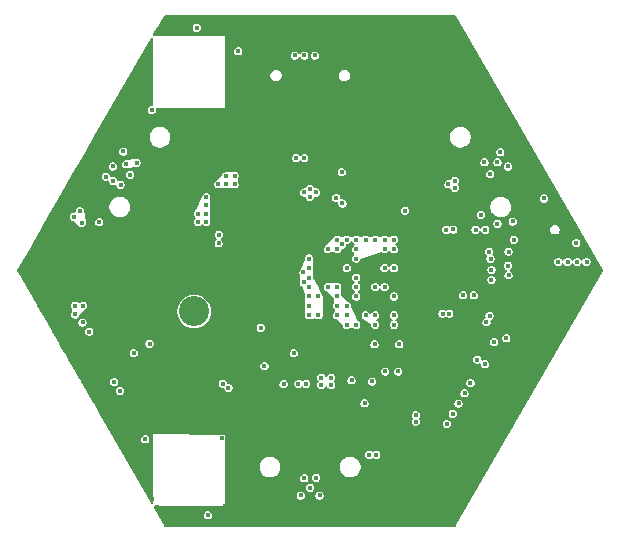
<source format=gbr>
%TF.GenerationSoftware,KiCad,Pcbnew,9.0.5*%
%TF.CreationDate,2025-10-19T17:26:29+02:00*%
%TF.ProjectId,PCB_PAPI,5043425f-5041-4504-992e-6b696361645f,rev?*%
%TF.SameCoordinates,Original*%
%TF.FileFunction,Copper,L5,Inr*%
%TF.FilePolarity,Positive*%
%FSLAX46Y46*%
G04 Gerber Fmt 4.6, Leading zero omitted, Abs format (unit mm)*
G04 Created by KiCad (PCBNEW 9.0.5) date 2025-10-19 17:26:29*
%MOMM*%
%LPD*%
G01*
G04 APERTURE LIST*
%TA.AperFunction,ComponentPad*%
%ADD10C,0.800000*%
%TD*%
%TA.AperFunction,ComponentPad*%
%ADD11C,5.000000*%
%TD*%
%TA.AperFunction,ComponentPad*%
%ADD12C,2.550000*%
%TD*%
%TA.AperFunction,ComponentPad*%
%ADD13C,1.500000*%
%TD*%
%TA.AperFunction,ViaPad*%
%ADD14C,0.400000*%
%TD*%
G04 APERTURE END LIST*
D10*
%TO.N,GND*%
%TO.C,H1*%
X137625000Y-101186533D03*
X138174175Y-99860708D03*
X138174175Y-102512358D03*
X139500000Y-99311533D03*
D11*
X139500000Y-101186533D03*
D10*
X139500000Y-103061533D03*
X140825825Y-99860708D03*
X140825825Y-102512358D03*
X141375000Y-101186533D03*
%TD*%
%TO.N,GND*%
%TO.C,H3*%
X137625000Y-64813467D03*
X138174175Y-63487642D03*
X138174175Y-66139292D03*
X139500000Y-62938467D03*
D11*
X139500000Y-64813467D03*
D10*
X139500000Y-66688467D03*
X140825825Y-63487642D03*
X140825825Y-66139292D03*
X141375000Y-64813467D03*
%TD*%
%TO.N,GND*%
%TO.C,H2*%
X106125000Y-83000000D03*
X106674175Y-81674175D03*
X106674175Y-84325825D03*
X108000000Y-81125000D03*
D11*
X108000000Y-83000000D03*
D10*
X108000000Y-84875000D03*
X109325825Y-81674175D03*
X109325825Y-84325825D03*
X109875000Y-83000000D03*
%TD*%
D12*
%TO.N,VBAT+*%
%TO.C,J3*%
X119173647Y-86476918D03*
%TO.N,GND*%
X121673647Y-90807046D03*
D13*
X114513393Y-98405122D03*
X109013393Y-88878842D03*
%TD*%
D14*
%TO.N,GND*%
X133300000Y-82410000D03*
X131120000Y-73860000D03*
X130450000Y-73880000D03*
X130910000Y-81630000D03*
X132470000Y-80820000D03*
X137550000Y-75790000D03*
%TO.N,+3.3V*%
X128500000Y-73490000D03*
X127800000Y-73490000D03*
%TO.N,GND*%
X115580000Y-81760000D03*
X117570000Y-80310000D03*
X111810000Y-93830000D03*
X113290000Y-94250000D03*
X115304955Y-92164248D03*
%TO.N,Net-(U1-BOOT0)*%
X125130000Y-91100000D03*
%TO.N,GND*%
X135890000Y-91090000D03*
X135800000Y-96140000D03*
X139740000Y-96420000D03*
X143830000Y-94450000D03*
X144710000Y-94890000D03*
X145420000Y-95270000D03*
X143060000Y-94000000D03*
X143470000Y-93350000D03*
X143850000Y-92710000D03*
X144420000Y-91920000D03*
X144970000Y-91490000D03*
X146300000Y-93290000D03*
X146070000Y-94150000D03*
X145730000Y-94680000D03*
X138840000Y-92690000D03*
X138300000Y-91710000D03*
X140970000Y-89180000D03*
X139870000Y-74730000D03*
X141200000Y-72760000D03*
X144080000Y-78130000D03*
X143080000Y-72520000D03*
X126630000Y-65380000D03*
X130360000Y-64990000D03*
X114480000Y-68040000D03*
X109640000Y-74760000D03*
X112450000Y-76480000D03*
X123275000Y-88450000D03*
X123275000Y-87750000D03*
X123975000Y-88450000D03*
X128990000Y-88470000D03*
X127000000Y-88720000D03*
X127570000Y-87950000D03*
X125620000Y-87700000D03*
X128760000Y-79060000D03*
X128850000Y-78060000D03*
X133000000Y-79390000D03*
X136700000Y-79540000D03*
X137040000Y-80550000D03*
X137270000Y-82740000D03*
X136780000Y-83530000D03*
X137050000Y-85240000D03*
X139740000Y-84920000D03*
X144042500Y-84800000D03*
X151270000Y-85640000D03*
X150560000Y-86290000D03*
X149860000Y-85670000D03*
X147490000Y-78810000D03*
X138420000Y-79110000D03*
X130600000Y-76230000D03*
X130450000Y-73140000D03*
X131110000Y-73150000D03*
X111800000Y-79200000D03*
X125625000Y-73600000D03*
X126114000Y-61750808D03*
X123400000Y-71200000D03*
X142120000Y-80900000D03*
X148850000Y-74850000D03*
X133050000Y-91860000D03*
X117690000Y-103205000D03*
X133410000Y-67005000D03*
X143075000Y-101143648D03*
X139102000Y-104270000D03*
X144970000Y-86150000D03*
X133593705Y-77407982D03*
X109500000Y-91764593D03*
X149218000Y-75506756D03*
X123630000Y-92770000D03*
X128690000Y-91740000D03*
X142353000Y-102394189D03*
X141992000Y-103019459D03*
X137666000Y-61750808D03*
X152150000Y-80600000D03*
X118164000Y-104270000D03*
X113500000Y-69750000D03*
X114750000Y-100850000D03*
X139832000Y-61750808D03*
X133893701Y-91193701D03*
X106983000Y-78632299D03*
X144886000Y-68003512D03*
X123948000Y-61750808D03*
X151800000Y-79950000D03*
X140120000Y-83900000D03*
X117450000Y-61750808D03*
X122504000Y-61750808D03*
X129724000Y-61750808D03*
X146390000Y-85000000D03*
X133410000Y-62375000D03*
X124590000Y-67005000D03*
X110944000Y-94265674D03*
X133410000Y-63075000D03*
X116965000Y-103205000D03*
X141637000Y-62376079D03*
X146750000Y-88200000D03*
X146950000Y-86150000D03*
X144519000Y-98642567D03*
X120590000Y-96680000D03*
X120540000Y-69470000D03*
X146450000Y-88950000D03*
X130650000Y-76850000D03*
X121052000Y-104270000D03*
X147550000Y-90450000D03*
X123890000Y-63075000D03*
X147407000Y-93640404D03*
X111666000Y-95516215D03*
X118415000Y-96680000D03*
X149450000Y-86100000D03*
X137900000Y-92375000D03*
X143436000Y-100518378D03*
X134810000Y-63775000D03*
X136222000Y-61750808D03*
X123226000Y-61750808D03*
X123190000Y-67705000D03*
X117640000Y-62945000D03*
X148560000Y-82480000D03*
X135300000Y-87600000D03*
X147750000Y-86150000D03*
X142550000Y-88500000D03*
X133700000Y-87600000D03*
X134110000Y-63075000D03*
X148250000Y-76200000D03*
X145963000Y-96141485D03*
X146650000Y-92500000D03*
X124670000Y-61750808D03*
X146550000Y-82642500D03*
X121782000Y-61750808D03*
X121265000Y-62945000D03*
X129900000Y-70950000D03*
X150301000Y-77382567D03*
X117640000Y-69470000D03*
X133334000Y-61750808D03*
X128280000Y-61750808D03*
X129525000Y-96800000D03*
X153450000Y-83000000D03*
X118750000Y-72600000D03*
X148900000Y-85350000D03*
X116915000Y-62945000D03*
X127530000Y-90690000D03*
X124662000Y-104270000D03*
X122850000Y-81800000D03*
X142120000Y-82900000D03*
X127600000Y-96800000D03*
X104817000Y-82383921D03*
X121990000Y-66570000D03*
X135492000Y-104270000D03*
X139824000Y-104270000D03*
X113330000Y-91320000D03*
X136053705Y-94247982D03*
X138014170Y-78200000D03*
X135500000Y-61750808D03*
X121990000Y-68020000D03*
X119090000Y-69470000D03*
X121774000Y-104270000D03*
X125625000Y-74300000D03*
X132612000Y-61750808D03*
X123630000Y-91530000D03*
X134810000Y-62375000D03*
X140120000Y-82900000D03*
X112388000Y-96766756D03*
X148550000Y-91650000D03*
X133588705Y-78527982D03*
X144550000Y-69700000D03*
X121060000Y-61750808D03*
X129002000Y-61750808D03*
X121990000Y-63670000D03*
X115465000Y-67300000D03*
X142714000Y-101768918D03*
X133410000Y-67705000D03*
X147577429Y-76575945D03*
X136936000Y-104270000D03*
X140120000Y-80900000D03*
X111150000Y-76950000D03*
X111305000Y-94890945D03*
X143797000Y-99893107D03*
X151400000Y-86700000D03*
X136853705Y-93447982D03*
X134770000Y-104270000D03*
X129280000Y-92740000D03*
X146324000Y-95516215D03*
X113120000Y-68002704D03*
X119815000Y-69470000D03*
X124590000Y-63075000D03*
X105529000Y-84886619D03*
X132100000Y-84400000D03*
X122850000Y-80950000D03*
X146800000Y-77000000D03*
X134810000Y-67705000D03*
X123890000Y-63775000D03*
X110228769Y-90072037D03*
X113953769Y-96523927D03*
X148150000Y-92350000D03*
X143442000Y-65502430D03*
X115515000Y-98855000D03*
X121040000Y-103210000D03*
X122040000Y-98855000D03*
X125250000Y-103050000D03*
X136853705Y-94247982D03*
X134056000Y-61750808D03*
X114300000Y-100100000D03*
X123890000Y-62375000D03*
X115998000Y-103019459D03*
X143120000Y-80900000D03*
X107695000Y-88638241D03*
X117690000Y-96680000D03*
X121950000Y-80100000D03*
X126325000Y-73600000D03*
X115465000Y-64395000D03*
X118415000Y-103205000D03*
X124660000Y-91910000D03*
X112230000Y-91610000D03*
X141120000Y-80900000D03*
X145241000Y-97392026D03*
X148200000Y-85100000D03*
X124590000Y-62375000D03*
X131700000Y-81650000D03*
X132900000Y-90925000D03*
X118886000Y-104270000D03*
X123190000Y-63075000D03*
X117442000Y-104270000D03*
X123890000Y-67705000D03*
X136053705Y-93447982D03*
X105168000Y-84261349D03*
X132093799Y-78425000D03*
X123190000Y-62375000D03*
X123675000Y-83725000D03*
X113500000Y-98700000D03*
X116730000Y-61750000D03*
X144158000Y-99267837D03*
X131168000Y-61750808D03*
X122496000Y-104270000D03*
X145450000Y-85550000D03*
X119815000Y-62945000D03*
X147046000Y-94265674D03*
X123890000Y-67005000D03*
X145950000Y-69800000D03*
X120338000Y-61750808D03*
X132525000Y-104275000D03*
X132130000Y-76840000D03*
X125500000Y-71200000D03*
X118900000Y-61750000D03*
X113110000Y-98017296D03*
X124925000Y-74300000D03*
X121990000Y-65120000D03*
X123190000Y-66305000D03*
X127300000Y-69600000D03*
X131890000Y-61750808D03*
X121950000Y-81800000D03*
X134110000Y-62375000D03*
X124590000Y-66305000D03*
X109861000Y-92389863D03*
X125540000Y-89380000D03*
X108417000Y-89888782D03*
X142720000Y-64251890D03*
X127570000Y-91620000D03*
X122040000Y-98130000D03*
X144525000Y-67378241D03*
X135510000Y-98080000D03*
X124590000Y-67705000D03*
X108778000Y-90514052D03*
X115515000Y-96680000D03*
X150200000Y-88750000D03*
X107344000Y-78007029D03*
X116440000Y-69480000D03*
X152150000Y-85350000D03*
X131700000Y-104275000D03*
X141120000Y-81900000D03*
X134100000Y-76600000D03*
X114222373Y-68913175D03*
X134810000Y-67005000D03*
X122040000Y-101030000D03*
X123560000Y-95710000D03*
X122050000Y-102230000D03*
X149350000Y-90200000D03*
X147900000Y-89750000D03*
X123940000Y-104270000D03*
X108056000Y-89263512D03*
X134400000Y-90300000D03*
X134110000Y-63775000D03*
X106251000Y-86137160D03*
X126836000Y-61750808D03*
X137658000Y-104270000D03*
X134250000Y-94100000D03*
X136480000Y-96140000D03*
X143120000Y-82900000D03*
X147400000Y-85100000D03*
X143120000Y-81900000D03*
X133326000Y-104270000D03*
X122850000Y-80100000D03*
X143081000Y-64877160D03*
X145602000Y-96766756D03*
X123190000Y-63775000D03*
X151400000Y-79300000D03*
X121520000Y-97150000D03*
X147600000Y-87150000D03*
X141120000Y-82900000D03*
X137625000Y-70100000D03*
X151000000Y-87350000D03*
X115465000Y-65845000D03*
X116359000Y-103644729D03*
X109600000Y-76100000D03*
X144069400Y-89932462D03*
X143313813Y-99006250D03*
X134110000Y-67005000D03*
X145300000Y-90850000D03*
X135925000Y-69127276D03*
X119160000Y-103210000D03*
X123190000Y-67005000D03*
X152500000Y-81250000D03*
X149579000Y-76132026D03*
X151800000Y-86000000D03*
X112749000Y-97392026D03*
X148950000Y-90950000D03*
X118365000Y-69470000D03*
X109139000Y-91139323D03*
X125392000Y-61750808D03*
X104807000Y-83636079D03*
X138388000Y-61750808D03*
X138380000Y-104270000D03*
X108130000Y-79860000D03*
X134110000Y-66305000D03*
X142754088Y-87060000D03*
X130500000Y-86550000D03*
X119090000Y-62945000D03*
X130920000Y-69090000D03*
X105539000Y-81133381D03*
X146300000Y-70400000D03*
X134778000Y-61750808D03*
X152550000Y-84650000D03*
X147400000Y-91250000D03*
X132700000Y-103150000D03*
X118172000Y-61750808D03*
X127558000Y-61750808D03*
X144164000Y-66752971D03*
X134200000Y-95840000D03*
X149450000Y-86850000D03*
X134900000Y-92075000D03*
X148350000Y-89100000D03*
X138600000Y-87000000D03*
X133410000Y-66305000D03*
X148950000Y-88700000D03*
X106973000Y-87387701D03*
X148200000Y-86600000D03*
X114420000Y-67180000D03*
X119650000Y-61750000D03*
X107334000Y-88012971D03*
X141276000Y-61750808D03*
X123218000Y-104270000D03*
X141998000Y-63001349D03*
X126325000Y-74300000D03*
X115510000Y-101710000D03*
X146685000Y-94890945D03*
X134110000Y-67705000D03*
X125384000Y-104270000D03*
X143120000Y-83900000D03*
X113900000Y-99400000D03*
X124590000Y-63775000D03*
X142359000Y-63626619D03*
X116240000Y-96680000D03*
X115460000Y-68470000D03*
X130975000Y-104275000D03*
X143100000Y-70550000D03*
X104446000Y-83010808D03*
X110422571Y-76579945D03*
X121990000Y-68745000D03*
X116720000Y-104270000D03*
X150662000Y-78007837D03*
X141631000Y-103644729D03*
X144880000Y-98017296D03*
X132100000Y-83600000D03*
X105890000Y-85511890D03*
X145250000Y-68600000D03*
X106612000Y-86762430D03*
X126170000Y-91747982D03*
X153100000Y-83650000D03*
X139110000Y-61750808D03*
X134810000Y-63075000D03*
X140546000Y-104270000D03*
X112759000Y-68627974D03*
X149800000Y-89450000D03*
X140120000Y-81900000D03*
X130446000Y-61750808D03*
X147768000Y-93015134D03*
X142120000Y-81900000D03*
X151023000Y-78633107D03*
X136214000Y-104270000D03*
X115465000Y-65120000D03*
X121990000Y-67295000D03*
X121990000Y-65845000D03*
X119140000Y-96680000D03*
X121810000Y-102960000D03*
X133410000Y-63775000D03*
X135120000Y-95190000D03*
X110222000Y-93015134D03*
X149700000Y-87500000D03*
X126200000Y-104275000D03*
X123890000Y-66305000D03*
X143852429Y-70124055D03*
X120000000Y-104250000D03*
X122040000Y-100305000D03*
X134810000Y-66305000D03*
X105178000Y-81758651D03*
X124925000Y-73600000D03*
X140554000Y-61750808D03*
X134048000Y-104270000D03*
X141270000Y-104270000D03*
X132100000Y-85200000D03*
X113100000Y-78810000D03*
X121990000Y-69470000D03*
X145950000Y-89600000D03*
X121990000Y-62945000D03*
X115637000Y-102394189D03*
X106622000Y-79257570D03*
X150600000Y-88050000D03*
X115510000Y-99600000D03*
X149940000Y-76757296D03*
X105900000Y-80508110D03*
X121265000Y-69470000D03*
X119865000Y-96680000D03*
X146150000Y-86150000D03*
X143803000Y-66127701D03*
X122040000Y-99580000D03*
X131740000Y-90800000D03*
X118365000Y-62945000D03*
X145600000Y-69200000D03*
X130591205Y-78467982D03*
X136944000Y-61750808D03*
X115515000Y-101030000D03*
X106261000Y-79882840D03*
X115515000Y-100305000D03*
X121950000Y-80950000D03*
%TO.N,+3.3V*%
X134450000Y-89250000D03*
X136550000Y-89250000D03*
X128503705Y-76397982D03*
X141250000Y-76000000D03*
X150800000Y-82275000D03*
X134600000Y-98600000D03*
X112950000Y-75750000D03*
X150000000Y-82275000D03*
X129500000Y-76400000D03*
X144185000Y-86850000D03*
X112300000Y-75400000D03*
X131300000Y-86800000D03*
X140775000Y-86650000D03*
X132900000Y-83600000D03*
X151600000Y-82275000D03*
X132900000Y-84400000D03*
X132900000Y-85200000D03*
X134000000Y-98600000D03*
X136100000Y-87600000D03*
X128980000Y-76097984D03*
X134500000Y-87600000D03*
X128980000Y-76760000D03*
X129700000Y-86800000D03*
X140700000Y-75700000D03*
X152400000Y-82275000D03*
X141250000Y-75400000D03*
X140207500Y-86650000D03*
X111700000Y-75050000D03*
X143925000Y-87375000D03*
%TO.N,/HP+*%
X140569400Y-95994640D03*
%TO.N,Net-(C7-Pad1)*%
X132100000Y-82800000D03*
%TO.N,/HP-*%
X141069400Y-95128614D03*
%TO.N,Net-(C10-Pad1)*%
X132900000Y-82000000D03*
%TO.N,VBAT+*%
X124810000Y-87850000D03*
%TO.N,+5V*%
X120200000Y-77500000D03*
X114054955Y-89999184D03*
X119500000Y-78200000D03*
X115400000Y-89200000D03*
X120200000Y-78200000D03*
X120200000Y-76800000D03*
X120200000Y-78900000D03*
X119500000Y-78900000D03*
%TO.N,4.5V*%
X137950000Y-95800000D03*
X120340000Y-103730000D03*
X122600000Y-75700000D03*
X137950000Y-95250000D03*
X121200000Y-75700000D03*
X121900000Y-75700000D03*
X143800000Y-90950000D03*
X109502276Y-77962083D03*
X122075000Y-92940000D03*
X122600000Y-75000000D03*
X121590000Y-92580000D03*
X121900000Y-75000000D03*
X132500000Y-92300000D03*
X122910000Y-64440000D03*
X143150000Y-90550000D03*
%TO.N,/NRST*%
X131675000Y-74675000D03*
X129400000Y-64800000D03*
X132100000Y-87600000D03*
%TO.N,/GPIO_MOT1*%
X145100000Y-73000000D03*
X132900000Y-81200000D03*
%TO.N,/TX_MOT1*%
X134500000Y-80400000D03*
X145750000Y-74200000D03*
%TO.N,/RX_MOT1*%
X144849599Y-73849599D03*
X133700000Y-80400000D03*
%TO.N,/RX_MOT2*%
X129000000Y-101400000D03*
X134500000Y-86800000D03*
%TO.N,/TX_MOT2*%
X133700000Y-86800000D03*
X128200000Y-102050000D03*
%TO.N,/GPIO_MOT2*%
X129800000Y-102050000D03*
X136100000Y-86800000D03*
%TO.N,/GPIO_MOT3*%
X112300000Y-74200000D03*
X131300000Y-80400000D03*
%TO.N,/TX_MOT3*%
X113175000Y-72925000D03*
X132900000Y-80400000D03*
%TO.N,/RX_MOT3*%
X132100000Y-80400000D03*
X113433154Y-74016846D03*
%TO.N,/ESP32_TX*%
X141109144Y-79534697D03*
X135300000Y-81200000D03*
%TO.N,/ESP32_RX*%
X136100000Y-81200000D03*
X140516306Y-79550038D03*
%TO.N,/ACCEL_MOSI*%
X132100000Y-86000000D03*
X128650000Y-92600000D03*
%TO.N,Net-(IC5-INT2)*%
X129943705Y-92707982D03*
%TO.N,/ACCEL_MISO*%
X131300000Y-86000000D03*
X128000000Y-92600000D03*
%TO.N,Net-(IC5-INT1)*%
X130773705Y-92707982D03*
%TO.N,/ACCEL_CLK*%
X126750000Y-92626338D03*
X128900000Y-86000000D03*
%TO.N,/ACCEL_INT2*%
X129943705Y-92067982D03*
X132100000Y-86800000D03*
%TO.N,/ACCEL_INT1*%
X130773705Y-92067982D03*
X132900000Y-87600000D03*
%TO.N,/MOUSE_INT*%
X128900000Y-86800000D03*
X110300000Y-88175000D03*
%TO.N,/SWDIO*%
X127700000Y-64800000D03*
X131210000Y-76870000D03*
%TO.N,/SWCLK*%
X128500000Y-64800000D03*
X131730000Y-77330000D03*
%TO.N,/RX_LIDAR*%
X112900000Y-93200000D03*
X131300000Y-85200000D03*
%TO.N,/SDA_TOF1*%
X144250000Y-74850000D03*
X135300000Y-80400000D03*
%TO.N,/SDA_TOF3*%
X114300000Y-73900000D03*
X131700000Y-80800000D03*
%TO.N,/SCL_TOF1*%
X143750000Y-73850000D03*
X136100000Y-80400000D03*
%TO.N,/SDA_TOF2*%
X128900000Y-85200000D03*
X128500000Y-100600000D03*
%TO.N,/SDA_OLED*%
X136100000Y-82800000D03*
X145600000Y-88750000D03*
%TO.N,/LIDAR_PWM*%
X112400000Y-92450000D03*
X128900000Y-84400000D03*
%TO.N,/MOUSE_CS*%
X109087500Y-85987500D03*
X128900000Y-82000000D03*
%TO.N,/SCL_TOF2*%
X129500000Y-100550000D03*
X129700000Y-85200000D03*
%TO.N,/SCL_OLED*%
X144569400Y-89066436D03*
X135300000Y-82800000D03*
%TO.N,/SCL_TOF3*%
X113750000Y-74900000D03*
X131300000Y-81200000D03*
%TO.N,/MOUSE_MISO*%
X109100000Y-86725000D03*
X128900000Y-83600000D03*
%TO.N,/LED_TIM*%
X136100000Y-85200000D03*
X142569400Y-92530538D03*
%TO.N,/TX_SUP*%
X142069400Y-93396564D03*
X135300000Y-84400000D03*
%TO.N,/RX_SUP*%
X141569400Y-94262589D03*
X134500000Y-84400000D03*
%TO.N,Net-(IC8-~{OE})*%
X111147724Y-78912083D03*
%TO.N,Net-(U1-BOOT0)*%
X131300000Y-84400000D03*
X127620000Y-90000787D03*
%TO.N,Net-(IC8-Y)*%
X109000000Y-78450000D03*
X115600000Y-69420000D03*
%TO.N,Net-(LED2-DOUT)*%
X119400000Y-62450000D03*
X115040000Y-97292878D03*
%TO.N,Net-(U5-GPIO0)*%
X145800000Y-83400000D03*
%TO.N,RESET*%
X144350000Y-83800000D03*
%TO.N,/ESP32/mic_sck*%
X151525000Y-80675000D03*
%TO.N,/ESP32/mic_data*%
X146250000Y-80400000D03*
%TO.N,Net-(U5-GPIO3)*%
X144270000Y-82010000D03*
%TO.N,/ESP32/mic_frame_sck*%
X146150000Y-78850000D03*
%TO.N,/ESP32/BOOT1*%
X142850000Y-85100000D03*
%TO.N,Net-(U5-VDD_SPI)*%
X137039170Y-77950000D03*
%TO.N,/MOUSE_CLK*%
X128900000Y-82800000D03*
X109780000Y-85975000D03*
%TO.N,/MOUSE_MOSI*%
X130500000Y-84400000D03*
X109730000Y-87400000D03*
%TO.N,/ESP32/max_data*%
X144150000Y-81400000D03*
X134250000Y-92400000D03*
%TO.N,/ESP32/max_bit_clk*%
X135350000Y-91550000D03*
X145750000Y-82600000D03*
%TO.N,/RGB_TOM_JERRY*%
X109650000Y-79000000D03*
X130500000Y-81200000D03*
%TO.N,Net-(U5-GPIO45)*%
X141950000Y-85100000D03*
%TO.N,/ESP32/max_frame_clk*%
X136445361Y-91554639D03*
X144350000Y-82950000D03*
%TO.N,/ESP32/SD_FSPIQ*%
X121275000Y-79975000D03*
X143000000Y-79550000D03*
%TO.N,/ESP32/SD_FSPICLK*%
X121250000Y-80700000D03*
X143450000Y-78300000D03*
%TO.N,/ESP32/SD_FSPID*%
X128425000Y-83175000D03*
X143820000Y-79550000D03*
%TO.N,/ESP32/SD_FSPICS*%
X128450000Y-84000000D03*
X144850000Y-79050000D03*
%TO.N,/ESP32/max_gpio*%
X133600000Y-94250000D03*
X145800000Y-81400000D03*
%TO.N,Net-(MK2-LR)*%
X148800000Y-76900000D03*
%TD*%
%TA.AperFunction,Conductor*%
%TO.N,GND*%
G36*
X141354345Y-61418907D02*
G01*
X141366158Y-61428996D01*
X141370353Y-61433191D01*
X141386085Y-61453694D01*
X153797634Y-82950498D01*
X153810356Y-83010346D01*
X153797634Y-83049500D01*
X141386082Y-104546309D01*
X141386081Y-104546308D01*
X141379562Y-104557598D01*
X141372413Y-104564749D01*
X141364736Y-104583278D01*
X141361495Y-104588893D01*
X141361491Y-104588902D01*
X141354695Y-104600673D01*
X141354149Y-104602282D01*
X141352176Y-104611844D01*
X141350600Y-104617407D01*
X141349500Y-104620064D01*
X141349500Y-104621291D01*
X141347606Y-104627979D01*
X141332671Y-104650275D01*
X141319557Y-104673696D01*
X141315835Y-104675411D01*
X141313556Y-104678815D01*
X141288364Y-104688076D01*
X141263992Y-104699313D01*
X141256617Y-104699748D01*
X141256129Y-104699928D01*
X141255688Y-104699803D01*
X141252353Y-104700000D01*
X116747648Y-104700000D01*
X116689457Y-104681093D01*
X116653493Y-104631593D01*
X116650551Y-104620318D01*
X116649365Y-104614358D01*
X116647174Y-104606184D01*
X116645304Y-104600675D01*
X116645304Y-104600673D01*
X116635266Y-104583287D01*
X116627587Y-104564749D01*
X116620432Y-104557594D01*
X116613916Y-104546308D01*
X116613914Y-104546305D01*
X116140798Y-103726868D01*
X116115964Y-103683856D01*
X119989500Y-103683856D01*
X119989500Y-103776144D01*
X120013386Y-103865288D01*
X120059531Y-103945212D01*
X120124788Y-104010469D01*
X120204712Y-104056614D01*
X120293856Y-104080500D01*
X120293858Y-104080500D01*
X120386142Y-104080500D01*
X120386144Y-104080500D01*
X120475288Y-104056614D01*
X120555212Y-104010469D01*
X120620469Y-103945212D01*
X120666614Y-103865288D01*
X120690500Y-103776144D01*
X120690500Y-103683856D01*
X120666614Y-103594712D01*
X120620469Y-103514788D01*
X120555212Y-103449531D01*
X120475288Y-103403386D01*
X120386144Y-103379500D01*
X120293856Y-103379500D01*
X120204712Y-103403386D01*
X120204711Y-103403386D01*
X120204709Y-103403387D01*
X120124790Y-103449529D01*
X120059529Y-103514790D01*
X120013387Y-103594709D01*
X120013386Y-103594711D01*
X120013386Y-103594712D01*
X119989500Y-103683856D01*
X116115964Y-103683856D01*
X115777999Y-103098501D01*
X115765277Y-103038653D01*
X115790163Y-102982757D01*
X115843150Y-102952164D01*
X115863735Y-102950000D01*
X121799999Y-102950000D01*
X121800000Y-102950000D01*
X121800000Y-102003856D01*
X127849500Y-102003856D01*
X127849500Y-102096144D01*
X127873386Y-102185288D01*
X127919531Y-102265212D01*
X127984788Y-102330469D01*
X128064712Y-102376614D01*
X128153856Y-102400500D01*
X128153858Y-102400500D01*
X128246142Y-102400500D01*
X128246144Y-102400500D01*
X128335288Y-102376614D01*
X128415212Y-102330469D01*
X128480469Y-102265212D01*
X128526614Y-102185288D01*
X128550500Y-102096144D01*
X128550500Y-102003856D01*
X129449500Y-102003856D01*
X129449500Y-102096144D01*
X129473386Y-102185288D01*
X129519531Y-102265212D01*
X129584788Y-102330469D01*
X129664712Y-102376614D01*
X129753856Y-102400500D01*
X129753858Y-102400500D01*
X129846142Y-102400500D01*
X129846144Y-102400500D01*
X129935288Y-102376614D01*
X130015212Y-102330469D01*
X130080469Y-102265212D01*
X130126614Y-102185288D01*
X130150500Y-102096144D01*
X130150500Y-102003856D01*
X130126614Y-101914712D01*
X130080469Y-101834788D01*
X130015212Y-101769531D01*
X129940875Y-101726612D01*
X129935290Y-101723387D01*
X129935289Y-101723386D01*
X129935288Y-101723386D01*
X129846144Y-101699500D01*
X129753856Y-101699500D01*
X129664712Y-101723386D01*
X129664711Y-101723386D01*
X129664709Y-101723387D01*
X129584790Y-101769529D01*
X129519529Y-101834790D01*
X129473387Y-101914709D01*
X129473386Y-101914711D01*
X129473386Y-101914712D01*
X129449500Y-102003856D01*
X128550500Y-102003856D01*
X128526614Y-101914712D01*
X128480469Y-101834788D01*
X128415212Y-101769531D01*
X128340875Y-101726612D01*
X128335290Y-101723387D01*
X128335289Y-101723386D01*
X128335288Y-101723386D01*
X128246144Y-101699500D01*
X128153856Y-101699500D01*
X128064712Y-101723386D01*
X128064711Y-101723386D01*
X128064709Y-101723387D01*
X127984790Y-101769529D01*
X127919529Y-101834790D01*
X127873387Y-101914709D01*
X127873386Y-101914711D01*
X127873386Y-101914712D01*
X127849500Y-102003856D01*
X121800000Y-102003856D01*
X121800000Y-101353856D01*
X128649500Y-101353856D01*
X128649500Y-101446144D01*
X128673386Y-101535288D01*
X128719531Y-101615212D01*
X128784788Y-101680469D01*
X128864712Y-101726614D01*
X128953856Y-101750500D01*
X128953858Y-101750500D01*
X129046142Y-101750500D01*
X129046144Y-101750500D01*
X129135288Y-101726614D01*
X129215212Y-101680469D01*
X129280469Y-101615212D01*
X129326614Y-101535288D01*
X129350500Y-101446144D01*
X129350500Y-101353856D01*
X129326614Y-101264712D01*
X129280469Y-101184788D01*
X129215212Y-101119531D01*
X129135288Y-101073386D01*
X129046144Y-101049500D01*
X128953856Y-101049500D01*
X128864712Y-101073386D01*
X128864711Y-101073386D01*
X128864709Y-101073387D01*
X128784790Y-101119529D01*
X128719529Y-101184790D01*
X128673387Y-101264709D01*
X128673386Y-101264711D01*
X128673386Y-101264712D01*
X128649500Y-101353856D01*
X121800000Y-101353856D01*
X121800000Y-100553856D01*
X128149500Y-100553856D01*
X128149500Y-100646144D01*
X128173386Y-100735288D01*
X128219531Y-100815212D01*
X128284788Y-100880469D01*
X128364712Y-100926614D01*
X128453856Y-100950500D01*
X128453858Y-100950500D01*
X128546142Y-100950500D01*
X128546144Y-100950500D01*
X128635288Y-100926614D01*
X128715212Y-100880469D01*
X128780469Y-100815212D01*
X128826614Y-100735288D01*
X128850500Y-100646144D01*
X128850500Y-100553856D01*
X128837103Y-100503856D01*
X129149500Y-100503856D01*
X129149500Y-100596144D01*
X129173386Y-100685288D01*
X129219531Y-100765212D01*
X129284788Y-100830469D01*
X129364712Y-100876614D01*
X129453856Y-100900500D01*
X129453858Y-100900500D01*
X129546142Y-100900500D01*
X129546144Y-100900500D01*
X129635288Y-100876614D01*
X129715212Y-100830469D01*
X129780469Y-100765212D01*
X129826614Y-100685288D01*
X129850500Y-100596144D01*
X129850500Y-100503856D01*
X129826614Y-100414712D01*
X129780469Y-100334788D01*
X129715212Y-100269531D01*
X129635288Y-100223386D01*
X129546144Y-100199500D01*
X129453856Y-100199500D01*
X129364712Y-100223386D01*
X129364711Y-100223386D01*
X129364709Y-100223387D01*
X129284790Y-100269529D01*
X129219529Y-100334790D01*
X129173387Y-100414709D01*
X129173386Y-100414711D01*
X129173386Y-100414712D01*
X129149500Y-100503856D01*
X128837103Y-100503856D01*
X128826614Y-100464712D01*
X128780469Y-100384788D01*
X128715212Y-100319531D01*
X128635288Y-100273386D01*
X128546144Y-100249500D01*
X128453856Y-100249500D01*
X128364712Y-100273386D01*
X128364711Y-100273386D01*
X128364709Y-100273387D01*
X128284790Y-100319529D01*
X128219529Y-100384790D01*
X128173387Y-100464709D01*
X128173386Y-100464711D01*
X128173386Y-100464712D01*
X128149500Y-100553856D01*
X121800000Y-100553856D01*
X121800000Y-99563768D01*
X124724500Y-99563768D01*
X124724500Y-99736231D01*
X124758145Y-99905373D01*
X124758145Y-99905375D01*
X124824139Y-100064700D01*
X124824145Y-100064712D01*
X124892660Y-100167249D01*
X124919955Y-100208099D01*
X125041901Y-100330045D01*
X125103034Y-100370893D01*
X125185287Y-100425854D01*
X125185299Y-100425860D01*
X125244153Y-100450238D01*
X125344626Y-100491855D01*
X125513771Y-100525500D01*
X125513772Y-100525500D01*
X125686228Y-100525500D01*
X125686229Y-100525500D01*
X125855374Y-100491855D01*
X126014705Y-100425858D01*
X126014707Y-100425856D01*
X126014712Y-100425854D01*
X126076170Y-100384788D01*
X126158099Y-100330045D01*
X126280045Y-100208099D01*
X126348188Y-100106115D01*
X126375854Y-100064712D01*
X126375860Y-100064700D01*
X126441855Y-99905374D01*
X126475500Y-99736229D01*
X126475500Y-99563771D01*
X126475499Y-99563768D01*
X131524500Y-99563768D01*
X131524500Y-99736231D01*
X131558145Y-99905373D01*
X131558145Y-99905375D01*
X131624139Y-100064700D01*
X131624145Y-100064712D01*
X131692660Y-100167249D01*
X131719955Y-100208099D01*
X131841901Y-100330045D01*
X131903034Y-100370893D01*
X131985287Y-100425854D01*
X131985299Y-100425860D01*
X132044153Y-100450238D01*
X132144626Y-100491855D01*
X132313771Y-100525500D01*
X132313772Y-100525500D01*
X132486228Y-100525500D01*
X132486229Y-100525500D01*
X132655374Y-100491855D01*
X132814705Y-100425858D01*
X132814707Y-100425856D01*
X132814712Y-100425854D01*
X132876170Y-100384788D01*
X132958099Y-100330045D01*
X133080045Y-100208099D01*
X133148188Y-100106115D01*
X133175854Y-100064712D01*
X133175860Y-100064700D01*
X133241855Y-99905374D01*
X133275500Y-99736229D01*
X133275500Y-99563771D01*
X133241855Y-99394626D01*
X133175858Y-99235295D01*
X133175854Y-99235287D01*
X133120893Y-99153034D01*
X133080045Y-99091901D01*
X132958099Y-98969955D01*
X132893232Y-98926612D01*
X132814712Y-98874145D01*
X132814700Y-98874139D01*
X132655374Y-98808145D01*
X132486231Y-98774500D01*
X132486229Y-98774500D01*
X132313771Y-98774500D01*
X132313768Y-98774500D01*
X132144626Y-98808145D01*
X132144624Y-98808145D01*
X131985299Y-98874139D01*
X131985287Y-98874145D01*
X131841901Y-98969955D01*
X131841897Y-98969958D01*
X131719958Y-99091897D01*
X131719955Y-99091901D01*
X131624145Y-99235287D01*
X131624139Y-99235299D01*
X131558145Y-99394624D01*
X131558145Y-99394626D01*
X131524500Y-99563768D01*
X126475499Y-99563768D01*
X126441855Y-99394626D01*
X126375858Y-99235295D01*
X126375854Y-99235287D01*
X126320893Y-99153034D01*
X126280045Y-99091901D01*
X126158099Y-98969955D01*
X126093232Y-98926612D01*
X126014712Y-98874145D01*
X126014700Y-98874139D01*
X125855374Y-98808145D01*
X125686231Y-98774500D01*
X125686229Y-98774500D01*
X125513771Y-98774500D01*
X125513768Y-98774500D01*
X125344626Y-98808145D01*
X125344624Y-98808145D01*
X125185299Y-98874139D01*
X125185287Y-98874145D01*
X125041901Y-98969955D01*
X125041897Y-98969958D01*
X124919958Y-99091897D01*
X124919955Y-99091901D01*
X124824145Y-99235287D01*
X124824139Y-99235299D01*
X124758145Y-99394624D01*
X124758145Y-99394626D01*
X124724500Y-99563768D01*
X121800000Y-99563768D01*
X121800000Y-98553856D01*
X133649500Y-98553856D01*
X133649500Y-98646144D01*
X133673386Y-98735288D01*
X133719531Y-98815212D01*
X133784788Y-98880469D01*
X133864712Y-98926614D01*
X133953856Y-98950500D01*
X133953858Y-98950500D01*
X134046142Y-98950500D01*
X134046144Y-98950500D01*
X134135288Y-98926614D01*
X134215212Y-98880469D01*
X134229998Y-98865682D01*
X134284513Y-98837907D01*
X134344945Y-98847478D01*
X134370000Y-98865681D01*
X134384788Y-98880469D01*
X134464712Y-98926614D01*
X134553856Y-98950500D01*
X134553858Y-98950500D01*
X134646142Y-98950500D01*
X134646144Y-98950500D01*
X134735288Y-98926614D01*
X134815212Y-98880469D01*
X134880469Y-98815212D01*
X134926614Y-98735288D01*
X134950500Y-98646144D01*
X134950500Y-98553856D01*
X134926614Y-98464712D01*
X134880469Y-98384788D01*
X134815212Y-98319531D01*
X134735288Y-98273386D01*
X134646144Y-98249500D01*
X134553856Y-98249500D01*
X134464712Y-98273386D01*
X134464711Y-98273386D01*
X134464709Y-98273387D01*
X134384790Y-98319529D01*
X134384788Y-98319530D01*
X134384788Y-98319531D01*
X134370001Y-98334317D01*
X134315487Y-98362093D01*
X134255055Y-98352522D01*
X134229999Y-98334318D01*
X134215212Y-98319531D01*
X134135288Y-98273386D01*
X134046144Y-98249500D01*
X133953856Y-98249500D01*
X133864712Y-98273386D01*
X133864711Y-98273386D01*
X133864709Y-98273387D01*
X133784790Y-98319529D01*
X133719529Y-98384790D01*
X133673387Y-98464709D01*
X133673386Y-98464711D01*
X133673386Y-98464712D01*
X133649500Y-98553856D01*
X121800000Y-98553856D01*
X121800000Y-96900000D01*
X115730000Y-96889999D01*
X115730000Y-102645902D01*
X115711093Y-102704093D01*
X115661593Y-102740057D01*
X115600407Y-102740057D01*
X115550907Y-102704093D01*
X115545264Y-102695403D01*
X112424215Y-97289746D01*
X112399381Y-97246734D01*
X114689500Y-97246734D01*
X114689500Y-97339022D01*
X114713386Y-97428166D01*
X114759531Y-97508090D01*
X114824788Y-97573347D01*
X114904712Y-97619492D01*
X114993856Y-97643378D01*
X114993858Y-97643378D01*
X115086142Y-97643378D01*
X115086144Y-97643378D01*
X115175288Y-97619492D01*
X115255212Y-97573347D01*
X115320469Y-97508090D01*
X115366614Y-97428166D01*
X115390500Y-97339022D01*
X115390500Y-97246734D01*
X115366614Y-97157590D01*
X115320469Y-97077666D01*
X115255212Y-97012409D01*
X115175288Y-96966264D01*
X115086144Y-96942378D01*
X114993856Y-96942378D01*
X114904712Y-96966264D01*
X114904711Y-96966264D01*
X114904709Y-96966265D01*
X114824790Y-97012407D01*
X114759529Y-97077668D01*
X114713387Y-97157587D01*
X114713386Y-97157589D01*
X114713386Y-97157590D01*
X114689500Y-97246734D01*
X112399381Y-97246734D01*
X111244724Y-95246868D01*
X111219890Y-95203856D01*
X137599500Y-95203856D01*
X137599500Y-95296144D01*
X137623386Y-95385288D01*
X137623387Y-95385290D01*
X137672775Y-95470831D01*
X137671568Y-95471527D01*
X137689587Y-95522407D01*
X137672774Y-95579168D01*
X137672775Y-95579169D01*
X137672772Y-95579172D01*
X137672210Y-95581073D01*
X137669605Y-95584657D01*
X137623387Y-95664709D01*
X137623386Y-95664711D01*
X137623386Y-95664712D01*
X137599500Y-95753856D01*
X137599500Y-95846144D01*
X137623386Y-95935288D01*
X137669531Y-96015212D01*
X137734788Y-96080469D01*
X137814712Y-96126614D01*
X137903856Y-96150500D01*
X137903858Y-96150500D01*
X137996142Y-96150500D01*
X137996144Y-96150500D01*
X138085288Y-96126614D01*
X138165212Y-96080469D01*
X138230469Y-96015212D01*
X138268988Y-95948496D01*
X140218900Y-95948496D01*
X140218900Y-96040784D01*
X140242786Y-96129928D01*
X140288931Y-96209852D01*
X140354188Y-96275109D01*
X140434112Y-96321254D01*
X140523256Y-96345140D01*
X140523258Y-96345140D01*
X140615542Y-96345140D01*
X140615544Y-96345140D01*
X140704688Y-96321254D01*
X140784612Y-96275109D01*
X140849869Y-96209852D01*
X140896014Y-96129928D01*
X140919900Y-96040784D01*
X140919900Y-95948496D01*
X140896014Y-95859352D01*
X140849869Y-95779428D01*
X140784612Y-95714171D01*
X140704688Y-95668026D01*
X140615544Y-95644140D01*
X140523256Y-95644140D01*
X140434112Y-95668026D01*
X140434111Y-95668026D01*
X140434109Y-95668027D01*
X140354190Y-95714169D01*
X140288929Y-95779430D01*
X140242787Y-95859349D01*
X140242786Y-95859351D01*
X140242786Y-95859352D01*
X140218900Y-95948496D01*
X138268988Y-95948496D01*
X138276614Y-95935288D01*
X138300500Y-95846144D01*
X138300500Y-95753856D01*
X138276614Y-95664712D01*
X138230469Y-95584788D01*
X138227225Y-95579169D01*
X138228433Y-95578471D01*
X138210412Y-95527606D01*
X138227781Y-95468938D01*
X138230395Y-95465339D01*
X138230467Y-95465213D01*
X138230469Y-95465212D01*
X138276614Y-95385288D01*
X138300500Y-95296144D01*
X138300500Y-95203856D01*
X138276614Y-95114712D01*
X138257999Y-95082470D01*
X140718900Y-95082470D01*
X140718900Y-95174758D01*
X140742786Y-95263902D01*
X140788931Y-95343826D01*
X140854188Y-95409083D01*
X140934112Y-95455228D01*
X141023256Y-95479114D01*
X141023258Y-95479114D01*
X141115542Y-95479114D01*
X141115544Y-95479114D01*
X141204688Y-95455228D01*
X141284612Y-95409083D01*
X141349869Y-95343826D01*
X141396014Y-95263902D01*
X141419900Y-95174758D01*
X141419900Y-95082470D01*
X141396014Y-94993326D01*
X141349869Y-94913402D01*
X141284612Y-94848145D01*
X141204688Y-94802000D01*
X141115544Y-94778114D01*
X141023256Y-94778114D01*
X140934112Y-94802000D01*
X140934111Y-94802000D01*
X140934109Y-94802001D01*
X140854190Y-94848143D01*
X140788929Y-94913404D01*
X140742787Y-94993323D01*
X140742786Y-94993325D01*
X140742786Y-94993326D01*
X140718900Y-95082470D01*
X138257999Y-95082470D01*
X138230469Y-95034788D01*
X138165212Y-94969531D01*
X138085288Y-94923386D01*
X137996144Y-94899500D01*
X137903856Y-94899500D01*
X137814712Y-94923386D01*
X137814711Y-94923386D01*
X137814709Y-94923387D01*
X137734790Y-94969529D01*
X137669529Y-95034790D01*
X137623387Y-95114709D01*
X137623386Y-95114711D01*
X137623386Y-95114712D01*
X137599500Y-95203856D01*
X111219890Y-95203856D01*
X110667357Y-94246868D01*
X110642523Y-94203856D01*
X133249500Y-94203856D01*
X133249500Y-94296144D01*
X133273386Y-94385288D01*
X133273387Y-94385290D01*
X133280655Y-94397879D01*
X133319531Y-94465212D01*
X133384788Y-94530469D01*
X133464712Y-94576614D01*
X133553856Y-94600500D01*
X133553858Y-94600500D01*
X133646142Y-94600500D01*
X133646144Y-94600500D01*
X133735288Y-94576614D01*
X133815212Y-94530469D01*
X133880469Y-94465212D01*
X133926614Y-94385288D01*
X133950500Y-94296144D01*
X133950500Y-94216445D01*
X141218900Y-94216445D01*
X141218900Y-94308733D01*
X141242786Y-94397877D01*
X141242787Y-94397879D01*
X141281662Y-94465212D01*
X141288931Y-94477801D01*
X141354188Y-94543058D01*
X141434112Y-94589203D01*
X141523256Y-94613089D01*
X141523258Y-94613089D01*
X141615542Y-94613089D01*
X141615544Y-94613089D01*
X141704688Y-94589203D01*
X141784612Y-94543058D01*
X141849869Y-94477801D01*
X141896014Y-94397877D01*
X141919900Y-94308733D01*
X141919900Y-94216445D01*
X141896014Y-94127301D01*
X141849869Y-94047377D01*
X141784612Y-93982120D01*
X141762804Y-93969529D01*
X141704690Y-93935976D01*
X141704689Y-93935975D01*
X141704688Y-93935975D01*
X141615544Y-93912089D01*
X141523256Y-93912089D01*
X141434112Y-93935975D01*
X141434111Y-93935975D01*
X141434109Y-93935976D01*
X141354190Y-93982118D01*
X141288929Y-94047379D01*
X141242787Y-94127298D01*
X141242786Y-94127300D01*
X141242786Y-94127301D01*
X141218900Y-94216445D01*
X133950500Y-94216445D01*
X133950500Y-94203856D01*
X133926614Y-94114712D01*
X133880469Y-94034788D01*
X133815212Y-93969531D01*
X133757092Y-93935975D01*
X133735290Y-93923387D01*
X133735289Y-93923386D01*
X133735288Y-93923386D01*
X133646144Y-93899500D01*
X133553856Y-93899500D01*
X133464712Y-93923386D01*
X133464711Y-93923386D01*
X133464709Y-93923387D01*
X133384790Y-93969529D01*
X133319529Y-94034790D01*
X133273387Y-94114709D01*
X133273386Y-94114711D01*
X133273386Y-94114712D01*
X133249500Y-94203856D01*
X110642523Y-94203856D01*
X110036288Y-93153856D01*
X112549500Y-93153856D01*
X112549500Y-93246144D01*
X112573386Y-93335288D01*
X112573387Y-93335290D01*
X112582122Y-93350420D01*
X112619531Y-93415212D01*
X112684788Y-93480469D01*
X112764712Y-93526614D01*
X112853856Y-93550500D01*
X112853858Y-93550500D01*
X112946142Y-93550500D01*
X112946144Y-93550500D01*
X113035288Y-93526614D01*
X113115212Y-93480469D01*
X113180469Y-93415212D01*
X113217877Y-93350420D01*
X141718900Y-93350420D01*
X141718900Y-93442708D01*
X141742786Y-93531852D01*
X141742787Y-93531854D01*
X141753552Y-93550500D01*
X141788931Y-93611776D01*
X141854188Y-93677033D01*
X141934112Y-93723178D01*
X142023256Y-93747064D01*
X142023258Y-93747064D01*
X142115542Y-93747064D01*
X142115544Y-93747064D01*
X142204688Y-93723178D01*
X142284612Y-93677033D01*
X142349869Y-93611776D01*
X142396014Y-93531852D01*
X142419900Y-93442708D01*
X142419900Y-93350420D01*
X142396014Y-93261276D01*
X142349869Y-93181352D01*
X142284612Y-93116095D01*
X142204688Y-93069950D01*
X142115544Y-93046064D01*
X142023256Y-93046064D01*
X141934112Y-93069950D01*
X141934111Y-93069950D01*
X141934109Y-93069951D01*
X141854190Y-93116093D01*
X141788929Y-93181354D01*
X141742787Y-93261273D01*
X141742786Y-93261275D01*
X141742786Y-93261276D01*
X141718900Y-93350420D01*
X113217877Y-93350420D01*
X113226614Y-93335288D01*
X113250500Y-93246144D01*
X113250500Y-93153856D01*
X113226614Y-93064712D01*
X113180469Y-92984788D01*
X113115212Y-92919531D01*
X113070744Y-92893857D01*
X113035290Y-92873387D01*
X113035289Y-92873386D01*
X113035288Y-92873386D01*
X112946144Y-92849500D01*
X112853856Y-92849500D01*
X112764712Y-92873386D01*
X112764711Y-92873386D01*
X112764709Y-92873387D01*
X112684790Y-92919529D01*
X112619529Y-92984790D01*
X112573387Y-93064709D01*
X112573386Y-93064711D01*
X112573386Y-93064712D01*
X112549500Y-93153856D01*
X110036288Y-93153856D01*
X109628097Y-92446868D01*
X109603263Y-92403856D01*
X112049500Y-92403856D01*
X112049500Y-92496144D01*
X112073386Y-92585288D01*
X112073387Y-92585290D01*
X112117583Y-92661839D01*
X112119531Y-92665212D01*
X112184788Y-92730469D01*
X112264712Y-92776614D01*
X112353856Y-92800500D01*
X112353858Y-92800500D01*
X112446142Y-92800500D01*
X112446144Y-92800500D01*
X112535288Y-92776614D01*
X112615212Y-92730469D01*
X112680469Y-92665212D01*
X112726614Y-92585288D01*
X112740395Y-92533856D01*
X121239500Y-92533856D01*
X121239500Y-92626144D01*
X121254057Y-92680470D01*
X121263387Y-92715290D01*
X121285809Y-92754126D01*
X121309531Y-92795212D01*
X121374788Y-92860469D01*
X121454712Y-92906614D01*
X121543856Y-92930500D01*
X121543858Y-92930500D01*
X121633625Y-92930500D01*
X121691816Y-92949407D01*
X121727780Y-92998907D01*
X121729247Y-93003860D01*
X121746956Y-93069950D01*
X121748387Y-93075290D01*
X121793748Y-93153857D01*
X121794531Y-93155212D01*
X121859788Y-93220469D01*
X121939712Y-93266614D01*
X122028856Y-93290500D01*
X122028858Y-93290500D01*
X122121142Y-93290500D01*
X122121144Y-93290500D01*
X122210288Y-93266614D01*
X122290212Y-93220469D01*
X122355469Y-93155212D01*
X122401614Y-93075288D01*
X122425500Y-92986144D01*
X122425500Y-92893856D01*
X122401614Y-92804712D01*
X122355469Y-92724788D01*
X122290212Y-92659531D01*
X122290058Y-92659442D01*
X122290057Y-92659441D01*
X122290056Y-92659441D01*
X122210290Y-92613387D01*
X122210289Y-92613386D01*
X122210288Y-92613386D01*
X122121144Y-92589500D01*
X122031375Y-92589500D01*
X122002733Y-92580194D01*
X126399500Y-92580194D01*
X126399500Y-92672482D01*
X126423386Y-92761626D01*
X126423387Y-92761628D01*
X126467874Y-92838681D01*
X126469531Y-92841550D01*
X126534788Y-92906807D01*
X126614712Y-92952952D01*
X126703856Y-92976838D01*
X126703858Y-92976838D01*
X126796142Y-92976838D01*
X126796144Y-92976838D01*
X126885288Y-92952952D01*
X126965212Y-92906807D01*
X127030469Y-92841550D01*
X127076614Y-92761626D01*
X127100500Y-92672482D01*
X127100500Y-92580194D01*
X127093443Y-92553856D01*
X127649500Y-92553856D01*
X127649500Y-92646144D01*
X127671062Y-92726614D01*
X127673387Y-92735290D01*
X127713468Y-92804712D01*
X127719531Y-92815212D01*
X127784788Y-92880469D01*
X127864712Y-92926614D01*
X127953856Y-92950500D01*
X127953858Y-92950500D01*
X128046142Y-92950500D01*
X128046144Y-92950500D01*
X128135288Y-92926614D01*
X128215212Y-92880469D01*
X128254998Y-92840682D01*
X128309513Y-92812907D01*
X128369945Y-92822478D01*
X128395000Y-92840681D01*
X128434788Y-92880469D01*
X128514712Y-92926614D01*
X128603856Y-92950500D01*
X128603858Y-92950500D01*
X128696142Y-92950500D01*
X128696144Y-92950500D01*
X128785288Y-92926614D01*
X128865212Y-92880469D01*
X128930469Y-92815212D01*
X128976614Y-92735288D01*
X129000500Y-92646144D01*
X129000500Y-92553856D01*
X128976614Y-92464712D01*
X128930469Y-92384788D01*
X128865212Y-92319531D01*
X128862522Y-92317978D01*
X128785290Y-92273387D01*
X128785289Y-92273386D01*
X128785288Y-92273386D01*
X128696144Y-92249500D01*
X128603856Y-92249500D01*
X128514712Y-92273386D01*
X128514711Y-92273386D01*
X128514709Y-92273387D01*
X128434790Y-92319529D01*
X128434788Y-92319530D01*
X128434788Y-92319531D01*
X128395001Y-92359317D01*
X128340487Y-92387093D01*
X128280055Y-92377522D01*
X128254999Y-92359318D01*
X128215212Y-92319531D01*
X128212522Y-92317978D01*
X128135290Y-92273387D01*
X128135289Y-92273386D01*
X128135288Y-92273386D01*
X128046144Y-92249500D01*
X127953856Y-92249500D01*
X127864712Y-92273386D01*
X127864711Y-92273386D01*
X127864709Y-92273387D01*
X127784790Y-92319529D01*
X127719529Y-92384790D01*
X127673387Y-92464709D01*
X127673386Y-92464711D01*
X127673386Y-92464712D01*
X127649500Y-92553856D01*
X127093443Y-92553856D01*
X127076614Y-92491050D01*
X127030469Y-92411126D01*
X126965212Y-92345869D01*
X126916904Y-92317978D01*
X126885290Y-92299725D01*
X126885289Y-92299724D01*
X126885288Y-92299724D01*
X126796144Y-92275838D01*
X126703856Y-92275838D01*
X126614712Y-92299724D01*
X126614711Y-92299724D01*
X126614709Y-92299725D01*
X126534790Y-92345867D01*
X126469529Y-92411128D01*
X126423387Y-92491047D01*
X126423386Y-92491049D01*
X126423386Y-92491050D01*
X126399500Y-92580194D01*
X122002733Y-92580194D01*
X121973184Y-92570593D01*
X121937220Y-92521093D01*
X121935748Y-92516123D01*
X121935504Y-92515212D01*
X121916614Y-92444712D01*
X121870469Y-92364788D01*
X121805212Y-92299531D01*
X121776907Y-92283189D01*
X121725290Y-92253387D01*
X121725289Y-92253386D01*
X121725288Y-92253386D01*
X121636144Y-92229500D01*
X121543856Y-92229500D01*
X121454712Y-92253386D01*
X121454711Y-92253386D01*
X121454709Y-92253387D01*
X121374790Y-92299529D01*
X121309529Y-92364790D01*
X121263387Y-92444709D01*
X121263386Y-92444711D01*
X121263386Y-92444712D01*
X121239500Y-92533856D01*
X112740395Y-92533856D01*
X112750500Y-92496144D01*
X112750500Y-92403856D01*
X112726614Y-92314712D01*
X112680469Y-92234788D01*
X112615212Y-92169531D01*
X112606865Y-92164712D01*
X112535290Y-92123387D01*
X112535289Y-92123386D01*
X112535288Y-92123386D01*
X112446144Y-92099500D01*
X112353856Y-92099500D01*
X112264712Y-92123386D01*
X112264711Y-92123386D01*
X112264709Y-92123387D01*
X112184790Y-92169529D01*
X112119529Y-92234790D01*
X112073387Y-92314709D01*
X112073386Y-92314711D01*
X112073386Y-92314712D01*
X112049500Y-92403856D01*
X109603263Y-92403856D01*
X109382698Y-92021838D01*
X129593205Y-92021838D01*
X129593205Y-92114126D01*
X129616336Y-92200451D01*
X129617092Y-92203272D01*
X129663233Y-92283190D01*
X129663236Y-92283194D01*
X129698022Y-92317980D01*
X129725798Y-92372495D01*
X129716227Y-92432927D01*
X129698023Y-92457982D01*
X129671612Y-92484394D01*
X129663234Y-92492772D01*
X129617092Y-92572691D01*
X129617091Y-92572693D01*
X129617091Y-92572694D01*
X129593205Y-92661838D01*
X129593205Y-92754126D01*
X129617091Y-92843270D01*
X129617092Y-92843272D01*
X129627021Y-92860470D01*
X129663236Y-92923194D01*
X129728493Y-92988451D01*
X129808417Y-93034596D01*
X129897561Y-93058482D01*
X129897563Y-93058482D01*
X129989847Y-93058482D01*
X129989849Y-93058482D01*
X130078993Y-93034596D01*
X130158917Y-92988451D01*
X130224174Y-92923194D01*
X130241113Y-92893856D01*
X130272969Y-92838681D01*
X130318439Y-92797740D01*
X130379289Y-92791345D01*
X130432277Y-92821937D01*
X130444441Y-92838681D01*
X130493232Y-92923189D01*
X130493234Y-92923191D01*
X130493236Y-92923194D01*
X130558493Y-92988451D01*
X130638417Y-93034596D01*
X130727561Y-93058482D01*
X130727563Y-93058482D01*
X130819847Y-93058482D01*
X130819849Y-93058482D01*
X130908993Y-93034596D01*
X130988917Y-92988451D01*
X131054174Y-92923194D01*
X131100319Y-92843270D01*
X131124205Y-92754126D01*
X131124205Y-92661838D01*
X131100319Y-92572694D01*
X131054174Y-92492770D01*
X131019387Y-92457983D01*
X130991612Y-92403469D01*
X131001183Y-92343037D01*
X131008655Y-92330690D01*
X131013485Y-92323882D01*
X131054174Y-92283194D01*
X131071113Y-92253856D01*
X132149500Y-92253856D01*
X132149500Y-92346144D01*
X132173386Y-92435288D01*
X132173387Y-92435290D01*
X132208520Y-92496142D01*
X132219531Y-92515212D01*
X132284788Y-92580469D01*
X132364712Y-92626614D01*
X132453856Y-92650500D01*
X132453858Y-92650500D01*
X132546142Y-92650500D01*
X132546144Y-92650500D01*
X132635288Y-92626614D01*
X132715212Y-92580469D01*
X132780469Y-92515212D01*
X132826614Y-92435288D01*
X132848434Y-92353856D01*
X133899500Y-92353856D01*
X133899500Y-92446144D01*
X133923003Y-92533857D01*
X133923387Y-92535290D01*
X133968476Y-92613386D01*
X133969531Y-92615212D01*
X134034788Y-92680469D01*
X134114712Y-92726614D01*
X134203856Y-92750500D01*
X134203858Y-92750500D01*
X134296142Y-92750500D01*
X134296144Y-92750500D01*
X134385288Y-92726614D01*
X134465212Y-92680469D01*
X134530469Y-92615212D01*
X134576614Y-92535288D01*
X134590251Y-92484394D01*
X142218900Y-92484394D01*
X142218900Y-92576682D01*
X142242786Y-92665826D01*
X142242787Y-92665828D01*
X142282890Y-92735288D01*
X142288931Y-92745750D01*
X142354188Y-92811007D01*
X142434112Y-92857152D01*
X142523256Y-92881038D01*
X142523258Y-92881038D01*
X142615542Y-92881038D01*
X142615544Y-92881038D01*
X142704688Y-92857152D01*
X142784612Y-92811007D01*
X142849869Y-92745750D01*
X142896014Y-92665826D01*
X142919900Y-92576682D01*
X142919900Y-92484394D01*
X142896014Y-92395250D01*
X142849869Y-92315326D01*
X142784612Y-92250069D01*
X142783626Y-92249500D01*
X142704690Y-92203925D01*
X142704689Y-92203924D01*
X142704688Y-92203924D01*
X142615544Y-92180038D01*
X142523256Y-92180038D01*
X142434112Y-92203924D01*
X142434111Y-92203924D01*
X142434109Y-92203925D01*
X142354190Y-92250067D01*
X142288929Y-92315328D01*
X142242787Y-92395247D01*
X142242786Y-92395249D01*
X142242786Y-92395250D01*
X142218900Y-92484394D01*
X134590251Y-92484394D01*
X134600500Y-92446144D01*
X134600500Y-92353856D01*
X134576614Y-92264712D01*
X134530469Y-92184788D01*
X134465212Y-92119531D01*
X134455850Y-92114126D01*
X134385290Y-92073387D01*
X134385289Y-92073386D01*
X134385288Y-92073386D01*
X134296144Y-92049500D01*
X134203856Y-92049500D01*
X134114712Y-92073386D01*
X134114711Y-92073386D01*
X134114709Y-92073387D01*
X134034790Y-92119529D01*
X133969529Y-92184790D01*
X133923387Y-92264709D01*
X133923386Y-92264711D01*
X133923386Y-92264712D01*
X133899500Y-92353856D01*
X132848434Y-92353856D01*
X132850500Y-92346144D01*
X132850500Y-92253856D01*
X132826614Y-92164712D01*
X132780469Y-92084788D01*
X132715212Y-92019531D01*
X132635288Y-91973386D01*
X132546144Y-91949500D01*
X132453856Y-91949500D01*
X132364712Y-91973386D01*
X132364711Y-91973386D01*
X132364709Y-91973387D01*
X132284790Y-92019529D01*
X132219529Y-92084790D01*
X132173387Y-92164709D01*
X132173386Y-92164711D01*
X132173386Y-92164712D01*
X132149500Y-92253856D01*
X131071113Y-92253856D01*
X131100319Y-92203270D01*
X131124205Y-92114126D01*
X131124205Y-92021838D01*
X131100319Y-91932694D01*
X131054174Y-91852770D01*
X130988917Y-91787513D01*
X130950291Y-91765212D01*
X130908995Y-91741369D01*
X130908994Y-91741368D01*
X130908993Y-91741368D01*
X130819849Y-91717482D01*
X130727561Y-91717482D01*
X130638417Y-91741368D01*
X130638416Y-91741368D01*
X130638414Y-91741369D01*
X130558495Y-91787511D01*
X130493234Y-91852772D01*
X130444441Y-91937283D01*
X130398971Y-91978223D01*
X130338121Y-91984618D01*
X130285133Y-91954025D01*
X130272969Y-91937283D01*
X130224175Y-91852772D01*
X130224174Y-91852770D01*
X130158917Y-91787513D01*
X130120291Y-91765212D01*
X130078995Y-91741369D01*
X130078994Y-91741368D01*
X130078993Y-91741368D01*
X129989849Y-91717482D01*
X129897561Y-91717482D01*
X129808417Y-91741368D01*
X129808416Y-91741368D01*
X129808414Y-91741369D01*
X129728495Y-91787511D01*
X129663234Y-91852772D01*
X129617092Y-91932691D01*
X129617091Y-91932693D01*
X129617091Y-91932694D01*
X129593205Y-92021838D01*
X109382698Y-92021838D01*
X109083632Y-91503856D01*
X134999500Y-91503856D01*
X134999500Y-91596144D01*
X135023386Y-91685288D01*
X135023387Y-91685290D01*
X135041973Y-91717482D01*
X135069531Y-91765212D01*
X135134788Y-91830469D01*
X135214712Y-91876614D01*
X135303856Y-91900500D01*
X135303858Y-91900500D01*
X135396142Y-91900500D01*
X135396144Y-91900500D01*
X135485288Y-91876614D01*
X135565212Y-91830469D01*
X135630469Y-91765212D01*
X135676614Y-91685288D01*
X135700500Y-91596144D01*
X135700500Y-91508495D01*
X136094861Y-91508495D01*
X136094861Y-91600783D01*
X136117504Y-91685288D01*
X136118748Y-91689929D01*
X136162213Y-91765212D01*
X136164892Y-91769851D01*
X136230149Y-91835108D01*
X136310073Y-91881253D01*
X136399217Y-91905139D01*
X136399219Y-91905139D01*
X136491503Y-91905139D01*
X136491505Y-91905139D01*
X136580649Y-91881253D01*
X136660573Y-91835108D01*
X136725830Y-91769851D01*
X136771975Y-91689927D01*
X136795861Y-91600783D01*
X136795861Y-91508495D01*
X136771975Y-91419351D01*
X136725830Y-91339427D01*
X136660573Y-91274170D01*
X136652538Y-91269531D01*
X136580651Y-91228026D01*
X136580650Y-91228025D01*
X136580649Y-91228025D01*
X136491505Y-91204139D01*
X136399217Y-91204139D01*
X136310073Y-91228025D01*
X136310072Y-91228025D01*
X136310070Y-91228026D01*
X136230151Y-91274168D01*
X136164890Y-91339429D01*
X136118748Y-91419348D01*
X136118747Y-91419350D01*
X136118747Y-91419351D01*
X136094861Y-91508495D01*
X135700500Y-91508495D01*
X135700500Y-91503856D01*
X135676614Y-91414712D01*
X135630469Y-91334788D01*
X135565212Y-91269531D01*
X135505902Y-91235288D01*
X135485290Y-91223387D01*
X135485289Y-91223386D01*
X135485288Y-91223386D01*
X135396144Y-91199500D01*
X135303856Y-91199500D01*
X135214712Y-91223386D01*
X135214711Y-91223386D01*
X135214709Y-91223387D01*
X135134790Y-91269529D01*
X135069529Y-91334790D01*
X135023387Y-91414709D01*
X135023386Y-91414711D01*
X135023386Y-91414712D01*
X134999500Y-91503856D01*
X109083632Y-91503856D01*
X108848651Y-91096868D01*
X108823817Y-91053856D01*
X124779500Y-91053856D01*
X124779500Y-91146144D01*
X124802095Y-91230469D01*
X124803387Y-91235290D01*
X124823156Y-91269531D01*
X124849531Y-91315212D01*
X124914788Y-91380469D01*
X124994712Y-91426614D01*
X125083856Y-91450500D01*
X125083858Y-91450500D01*
X125176142Y-91450500D01*
X125176144Y-91450500D01*
X125265288Y-91426614D01*
X125345212Y-91380469D01*
X125410469Y-91315212D01*
X125456614Y-91235288D01*
X125480500Y-91146144D01*
X125480500Y-91053856D01*
X125456614Y-90964712D01*
X125410469Y-90884788D01*
X125345212Y-90819531D01*
X125336865Y-90814712D01*
X125265290Y-90773387D01*
X125265289Y-90773386D01*
X125265288Y-90773386D01*
X125176144Y-90749500D01*
X125083856Y-90749500D01*
X124994712Y-90773386D01*
X124994711Y-90773386D01*
X124994709Y-90773387D01*
X124914790Y-90819529D01*
X124849529Y-90884790D01*
X124803387Y-90964709D01*
X124803386Y-90964711D01*
X124803386Y-90964712D01*
X124779500Y-91053856D01*
X108823817Y-91053856D01*
X108531099Y-90546868D01*
X108506265Y-90503856D01*
X142799500Y-90503856D01*
X142799500Y-90596144D01*
X142819164Y-90669531D01*
X142823387Y-90685290D01*
X142860459Y-90749500D01*
X142869531Y-90765212D01*
X142934788Y-90830469D01*
X143014712Y-90876614D01*
X143103856Y-90900500D01*
X143103858Y-90900500D01*
X143196142Y-90900500D01*
X143196144Y-90900500D01*
X143285288Y-90876614D01*
X143300999Y-90867542D01*
X143360846Y-90854821D01*
X143416743Y-90879706D01*
X143447336Y-90932694D01*
X143449500Y-90953279D01*
X143449500Y-90996144D01*
X143473386Y-91085288D01*
X143473387Y-91085290D01*
X143508520Y-91146142D01*
X143519531Y-91165212D01*
X143584788Y-91230469D01*
X143664712Y-91276614D01*
X143753856Y-91300500D01*
X143753858Y-91300500D01*
X143846142Y-91300500D01*
X143846144Y-91300500D01*
X143935288Y-91276614D01*
X144015212Y-91230469D01*
X144080469Y-91165212D01*
X144126614Y-91085288D01*
X144150500Y-90996144D01*
X144150500Y-90903856D01*
X144126614Y-90814712D01*
X144080469Y-90734788D01*
X144015212Y-90669531D01*
X143973032Y-90645178D01*
X143935290Y-90623387D01*
X143935289Y-90623386D01*
X143935288Y-90623386D01*
X143846144Y-90599500D01*
X143753856Y-90599500D01*
X143676266Y-90620290D01*
X143664708Y-90623387D01*
X143648999Y-90632457D01*
X143589150Y-90645178D01*
X143533255Y-90620290D01*
X143502663Y-90567302D01*
X143500500Y-90546720D01*
X143500500Y-90503857D01*
X143500500Y-90503856D01*
X143476614Y-90414712D01*
X143430469Y-90334788D01*
X143365212Y-90269531D01*
X143285288Y-90223386D01*
X143196144Y-90199500D01*
X143103856Y-90199500D01*
X143014712Y-90223386D01*
X143014711Y-90223386D01*
X143014709Y-90223387D01*
X142934790Y-90269529D01*
X142869529Y-90334790D01*
X142823387Y-90414709D01*
X142823386Y-90414711D01*
X142823386Y-90414712D01*
X142799500Y-90503856D01*
X108506265Y-90503856D01*
X108213076Y-89996052D01*
X108188242Y-89953040D01*
X113704455Y-89953040D01*
X113704455Y-90045328D01*
X113704885Y-90046931D01*
X113728342Y-90134474D01*
X113765885Y-90199500D01*
X113774486Y-90214396D01*
X113839743Y-90279653D01*
X113919667Y-90325798D01*
X114008811Y-90349684D01*
X114008813Y-90349684D01*
X114101097Y-90349684D01*
X114101099Y-90349684D01*
X114190243Y-90325798D01*
X114270167Y-90279653D01*
X114335424Y-90214396D01*
X114381569Y-90134472D01*
X114405455Y-90045328D01*
X114405455Y-89954643D01*
X127269500Y-89954643D01*
X127269500Y-90046931D01*
X127292957Y-90134474D01*
X127293387Y-90136077D01*
X127338603Y-90214393D01*
X127339531Y-90215999D01*
X127404788Y-90281256D01*
X127484712Y-90327401D01*
X127573856Y-90351287D01*
X127573858Y-90351287D01*
X127666142Y-90351287D01*
X127666144Y-90351287D01*
X127755288Y-90327401D01*
X127835212Y-90281256D01*
X127900469Y-90215999D01*
X127946614Y-90136075D01*
X127970500Y-90046931D01*
X127970500Y-89954643D01*
X127946614Y-89865499D01*
X127900469Y-89785575D01*
X127835212Y-89720318D01*
X127832432Y-89718713D01*
X127755290Y-89674174D01*
X127755289Y-89674173D01*
X127755288Y-89674173D01*
X127666144Y-89650287D01*
X127573856Y-89650287D01*
X127484712Y-89674173D01*
X127484711Y-89674173D01*
X127484709Y-89674174D01*
X127404790Y-89720316D01*
X127339529Y-89785577D01*
X127293387Y-89865496D01*
X127293386Y-89865498D01*
X127293386Y-89865499D01*
X127269500Y-89954643D01*
X114405455Y-89954643D01*
X114405455Y-89953040D01*
X114381569Y-89863896D01*
X114335424Y-89783972D01*
X114270167Y-89718715D01*
X114193019Y-89674173D01*
X114190245Y-89672571D01*
X114190244Y-89672570D01*
X114190243Y-89672570D01*
X114101099Y-89648684D01*
X114008811Y-89648684D01*
X113919667Y-89672570D01*
X113919666Y-89672570D01*
X113919664Y-89672571D01*
X113839745Y-89718713D01*
X113774484Y-89783974D01*
X113728342Y-89863893D01*
X113728341Y-89863895D01*
X113728341Y-89863896D01*
X113704455Y-89953040D01*
X108188242Y-89953040D01*
X107751653Y-89196868D01*
X107726819Y-89153856D01*
X115049500Y-89153856D01*
X115049500Y-89246144D01*
X115073386Y-89335288D01*
X115073387Y-89335290D01*
X115106735Y-89393050D01*
X115119531Y-89415212D01*
X115184788Y-89480469D01*
X115264712Y-89526614D01*
X115353856Y-89550500D01*
X115353858Y-89550500D01*
X115446142Y-89550500D01*
X115446144Y-89550500D01*
X115535288Y-89526614D01*
X115615212Y-89480469D01*
X115680469Y-89415212D01*
X115726614Y-89335288D01*
X115750500Y-89246144D01*
X115750500Y-89203856D01*
X134099500Y-89203856D01*
X134099500Y-89296144D01*
X134123386Y-89385288D01*
X134169531Y-89465212D01*
X134234788Y-89530469D01*
X134314712Y-89576614D01*
X134403856Y-89600500D01*
X134403858Y-89600500D01*
X134496142Y-89600500D01*
X134496144Y-89600500D01*
X134585288Y-89576614D01*
X134665212Y-89530469D01*
X134730469Y-89465212D01*
X134776614Y-89385288D01*
X134800500Y-89296144D01*
X134800500Y-89203856D01*
X136199500Y-89203856D01*
X136199500Y-89296144D01*
X136223386Y-89385288D01*
X136269531Y-89465212D01*
X136334788Y-89530469D01*
X136414712Y-89576614D01*
X136503856Y-89600500D01*
X136503858Y-89600500D01*
X136596142Y-89600500D01*
X136596144Y-89600500D01*
X136685288Y-89576614D01*
X136765212Y-89530469D01*
X136830469Y-89465212D01*
X136876614Y-89385288D01*
X136900500Y-89296144D01*
X136900500Y-89203856D01*
X136876614Y-89114712D01*
X136846932Y-89063302D01*
X136830472Y-89034792D01*
X136830470Y-89034790D01*
X136830469Y-89034788D01*
X136815973Y-89020292D01*
X144218900Y-89020292D01*
X144218900Y-89112580D01*
X144241485Y-89196868D01*
X144242787Y-89201726D01*
X144244017Y-89203857D01*
X144288931Y-89281648D01*
X144354188Y-89346905D01*
X144434112Y-89393050D01*
X144523256Y-89416936D01*
X144523258Y-89416936D01*
X144615542Y-89416936D01*
X144615544Y-89416936D01*
X144704688Y-89393050D01*
X144784612Y-89346905D01*
X144849869Y-89281648D01*
X144896014Y-89201724D01*
X144919900Y-89112580D01*
X144919900Y-89020292D01*
X144896014Y-88931148D01*
X144849869Y-88851224D01*
X144784612Y-88785967D01*
X144784609Y-88785965D01*
X144779652Y-88783103D01*
X144704690Y-88739823D01*
X144704689Y-88739822D01*
X144704688Y-88739822D01*
X144615544Y-88715936D01*
X144523256Y-88715936D01*
X144434112Y-88739822D01*
X144434111Y-88739822D01*
X144434109Y-88739823D01*
X144354190Y-88785965D01*
X144288929Y-88851226D01*
X144242787Y-88931145D01*
X144242786Y-88931147D01*
X144242786Y-88931148D01*
X144218900Y-89020292D01*
X136815973Y-89020292D01*
X136765212Y-88969531D01*
X136757731Y-88965212D01*
X136685290Y-88923387D01*
X136685289Y-88923386D01*
X136685288Y-88923386D01*
X136596144Y-88899500D01*
X136503856Y-88899500D01*
X136414712Y-88923386D01*
X136414711Y-88923386D01*
X136414709Y-88923387D01*
X136334790Y-88969529D01*
X136269529Y-89034790D01*
X136223387Y-89114709D01*
X136223386Y-89114711D01*
X136223386Y-89114712D01*
X136199500Y-89203856D01*
X134800500Y-89203856D01*
X134776614Y-89114712D01*
X134730469Y-89034788D01*
X134665212Y-88969531D01*
X134657731Y-88965212D01*
X134585290Y-88923387D01*
X134585289Y-88923386D01*
X134585288Y-88923386D01*
X134496144Y-88899500D01*
X134403856Y-88899500D01*
X134314712Y-88923386D01*
X134314711Y-88923386D01*
X134314709Y-88923387D01*
X134234790Y-88969529D01*
X134169529Y-89034790D01*
X134123387Y-89114709D01*
X134123386Y-89114711D01*
X134123386Y-89114712D01*
X134099500Y-89203856D01*
X115750500Y-89203856D01*
X115750500Y-89153856D01*
X115726614Y-89064712D01*
X115680469Y-88984788D01*
X115615212Y-88919531D01*
X115555902Y-88885288D01*
X115535290Y-88873387D01*
X115535289Y-88873386D01*
X115535288Y-88873386D01*
X115446144Y-88849500D01*
X115353856Y-88849500D01*
X115264712Y-88873386D01*
X115264711Y-88873386D01*
X115264709Y-88873387D01*
X115184790Y-88919529D01*
X115119529Y-88984790D01*
X115073387Y-89064709D01*
X115073386Y-89064711D01*
X115073386Y-89064712D01*
X115049500Y-89153856D01*
X107726819Y-89153856D01*
X107467004Y-88703856D01*
X145249500Y-88703856D01*
X145249500Y-88796144D01*
X145273386Y-88885288D01*
X145273387Y-88885290D01*
X145293156Y-88919531D01*
X145319531Y-88965212D01*
X145384788Y-89030469D01*
X145464712Y-89076614D01*
X145553856Y-89100500D01*
X145553858Y-89100500D01*
X145646142Y-89100500D01*
X145646144Y-89100500D01*
X145735288Y-89076614D01*
X145815212Y-89030469D01*
X145880469Y-88965212D01*
X145926614Y-88885288D01*
X145950500Y-88796144D01*
X145950500Y-88703856D01*
X145926614Y-88614712D01*
X145880469Y-88534788D01*
X145815212Y-88469531D01*
X145790856Y-88455469D01*
X145735290Y-88423387D01*
X145735289Y-88423386D01*
X145735288Y-88423386D01*
X145646144Y-88399500D01*
X145553856Y-88399500D01*
X145464712Y-88423386D01*
X145464711Y-88423386D01*
X145464709Y-88423387D01*
X145384790Y-88469529D01*
X145319529Y-88534790D01*
X145273387Y-88614709D01*
X145273386Y-88614711D01*
X145273386Y-88614712D01*
X145249500Y-88703856D01*
X107467004Y-88703856D01*
X107159852Y-88171868D01*
X107135018Y-88128856D01*
X109949500Y-88128856D01*
X109949500Y-88221144D01*
X109973386Y-88310288D01*
X110019531Y-88390212D01*
X110084788Y-88455469D01*
X110164712Y-88501614D01*
X110253856Y-88525500D01*
X110253858Y-88525500D01*
X110346142Y-88525500D01*
X110346144Y-88525500D01*
X110435288Y-88501614D01*
X110515212Y-88455469D01*
X110580469Y-88390212D01*
X110626614Y-88310288D01*
X110650500Y-88221144D01*
X110650500Y-88128856D01*
X110626614Y-88039712D01*
X110580469Y-87959788D01*
X110515212Y-87894531D01*
X110490856Y-87880469D01*
X110435290Y-87848387D01*
X110435289Y-87848386D01*
X110435288Y-87848386D01*
X110346144Y-87824500D01*
X110253856Y-87824500D01*
X110164712Y-87848386D01*
X110164711Y-87848386D01*
X110164709Y-87848387D01*
X110084790Y-87894529D01*
X110019529Y-87959790D01*
X109973387Y-88039709D01*
X109973386Y-88039711D01*
X109973386Y-88039712D01*
X109949500Y-88128856D01*
X107135018Y-88128856D01*
X106712392Y-87396868D01*
X106687558Y-87353856D01*
X109379500Y-87353856D01*
X109379500Y-87446144D01*
X109403386Y-87535288D01*
X109403387Y-87535290D01*
X109443617Y-87604970D01*
X109449531Y-87615212D01*
X109514788Y-87680469D01*
X109594712Y-87726614D01*
X109683856Y-87750500D01*
X109683858Y-87750500D01*
X109776142Y-87750500D01*
X109776144Y-87750500D01*
X109865288Y-87726614D01*
X109945212Y-87680469D01*
X110010469Y-87615212D01*
X110056614Y-87535288D01*
X110080500Y-87446144D01*
X110080500Y-87353856D01*
X110056614Y-87264712D01*
X110010469Y-87184788D01*
X109945212Y-87119531D01*
X109936089Y-87114264D01*
X109865290Y-87073387D01*
X109865289Y-87073386D01*
X109865288Y-87073386D01*
X109776144Y-87049500D01*
X109683856Y-87049500D01*
X109594712Y-87073386D01*
X109594711Y-87073386D01*
X109594709Y-87073387D01*
X109514790Y-87119529D01*
X109449529Y-87184790D01*
X109403387Y-87264709D01*
X109403386Y-87264711D01*
X109403386Y-87264712D01*
X109379500Y-87353856D01*
X106687558Y-87353856D01*
X105896861Y-85984368D01*
X105872027Y-85941356D01*
X108737000Y-85941356D01*
X108737000Y-86033644D01*
X108760886Y-86122788D01*
X108781110Y-86157817D01*
X108793079Y-86191363D01*
X108833746Y-86440446D01*
X108824463Y-86500923D01*
X108821776Y-86505899D01*
X108773387Y-86589709D01*
X108773386Y-86589711D01*
X108773386Y-86589712D01*
X108749500Y-86678856D01*
X108749500Y-86771144D01*
X108773183Y-86859529D01*
X108773387Y-86860290D01*
X108811851Y-86926911D01*
X108819531Y-86940212D01*
X108884788Y-87005469D01*
X108964712Y-87051614D01*
X109053856Y-87075500D01*
X109053858Y-87075500D01*
X109146142Y-87075500D01*
X109146144Y-87075500D01*
X109235288Y-87051614D01*
X109315212Y-87005469D01*
X109380469Y-86940212D01*
X109426614Y-86860288D01*
X109430718Y-86844966D01*
X109454755Y-86802208D01*
X109872649Y-86364725D01*
X117748147Y-86364725D01*
X117748147Y-86589110D01*
X117783245Y-86810718D01*
X117852584Y-87024120D01*
X117952687Y-87220584D01*
X117954450Y-87224043D01*
X118086336Y-87405569D01*
X118244996Y-87564229D01*
X118426522Y-87696115D01*
X118626445Y-87797981D01*
X118839842Y-87867318D01*
X118839843Y-87867318D01*
X118839846Y-87867319D01*
X119061455Y-87902418D01*
X119061458Y-87902418D01*
X119285839Y-87902418D01*
X119507447Y-87867319D01*
X119507448Y-87867318D01*
X119507452Y-87867318D01*
X119702768Y-87803856D01*
X124459500Y-87803856D01*
X124459500Y-87896144D01*
X124476554Y-87959790D01*
X124483387Y-87985290D01*
X124514806Y-88039709D01*
X124529531Y-88065212D01*
X124594788Y-88130469D01*
X124674712Y-88176614D01*
X124763856Y-88200500D01*
X124763858Y-88200500D01*
X124856142Y-88200500D01*
X124856144Y-88200500D01*
X124945288Y-88176614D01*
X125025212Y-88130469D01*
X125090469Y-88065212D01*
X125136614Y-87985288D01*
X125160500Y-87896144D01*
X125160500Y-87803856D01*
X125136614Y-87714712D01*
X125090469Y-87634788D01*
X125025212Y-87569531D01*
X124998064Y-87553857D01*
X124945290Y-87523387D01*
X124945289Y-87523386D01*
X124945288Y-87523386D01*
X124856144Y-87499500D01*
X124763856Y-87499500D01*
X124674712Y-87523386D01*
X124674711Y-87523386D01*
X124674709Y-87523387D01*
X124594790Y-87569529D01*
X124529529Y-87634790D01*
X124483387Y-87714709D01*
X124483386Y-87714711D01*
X124483386Y-87714712D01*
X124459500Y-87803856D01*
X119702768Y-87803856D01*
X119720849Y-87797981D01*
X119870074Y-87721946D01*
X119895176Y-87709157D01*
X119895179Y-87709156D01*
X119920761Y-87696121D01*
X119920768Y-87696117D01*
X119920767Y-87696117D01*
X119920772Y-87696115D01*
X120102298Y-87564229D01*
X120260958Y-87405569D01*
X120392844Y-87224043D01*
X120494710Y-87024120D01*
X120564047Y-86810723D01*
X120564048Y-86810718D01*
X120599147Y-86589110D01*
X120599147Y-86364725D01*
X120564048Y-86143117D01*
X120564047Y-86143113D01*
X120494710Y-85929716D01*
X120392844Y-85729793D01*
X120260958Y-85548267D01*
X120102298Y-85389607D01*
X119920772Y-85257721D01*
X119920771Y-85257720D01*
X119920769Y-85257719D01*
X119720849Y-85155855D01*
X119507447Y-85086516D01*
X119285839Y-85051418D01*
X119285836Y-85051418D01*
X119061458Y-85051418D01*
X119061455Y-85051418D01*
X118839846Y-85086516D01*
X118626444Y-85155855D01*
X118426524Y-85257719D01*
X118244997Y-85389606D01*
X118086335Y-85548268D01*
X117954448Y-85729795D01*
X117852584Y-85929715D01*
X117783245Y-86143117D01*
X117748147Y-86364725D01*
X109872649Y-86364725D01*
X109944836Y-86289154D01*
X109966924Y-86271801D01*
X109995212Y-86255469D01*
X110060469Y-86190212D01*
X110106614Y-86110288D01*
X110130500Y-86021144D01*
X110130500Y-85928856D01*
X110106614Y-85839712D01*
X110060469Y-85759788D01*
X109995212Y-85694531D01*
X109958590Y-85673387D01*
X109915290Y-85648387D01*
X109915289Y-85648386D01*
X109915288Y-85648386D01*
X109826144Y-85624500D01*
X109733856Y-85624500D01*
X109644712Y-85648386D01*
X109644711Y-85648386D01*
X109644709Y-85648387D01*
X109564790Y-85694529D01*
X109564788Y-85694530D01*
X109564788Y-85694531D01*
X109499531Y-85759788D01*
X109499529Y-85759790D01*
X109497504Y-85761816D01*
X109442987Y-85789593D01*
X109382555Y-85780022D01*
X109357499Y-85761818D01*
X109302712Y-85707031D01*
X109281058Y-85694529D01*
X109222790Y-85660887D01*
X109222789Y-85660886D01*
X109222788Y-85660886D01*
X109133644Y-85637000D01*
X109041356Y-85637000D01*
X108952212Y-85660886D01*
X108952211Y-85660886D01*
X108952209Y-85660887D01*
X108872290Y-85707029D01*
X108807029Y-85772290D01*
X108760887Y-85852209D01*
X108760886Y-85852211D01*
X108760886Y-85852212D01*
X108737000Y-85941356D01*
X105872027Y-85941356D01*
X104273015Y-83171868D01*
X104248181Y-83128856D01*
X128074500Y-83128856D01*
X128074500Y-83221144D01*
X128098386Y-83310288D01*
X128098388Y-83310293D01*
X128100870Y-83316283D01*
X128099282Y-83316940D01*
X128110000Y-83356930D01*
X128110000Y-83901634D01*
X128106627Y-83927255D01*
X128099500Y-83953853D01*
X128099500Y-83953856D01*
X128099500Y-84046144D01*
X128121062Y-84126614D01*
X128123387Y-84135290D01*
X128151966Y-84184790D01*
X128169531Y-84215212D01*
X128234788Y-84280469D01*
X128234790Y-84280470D01*
X128234791Y-84280471D01*
X128239937Y-84284420D01*
X128239140Y-84285457D01*
X128275439Y-84325767D01*
X128276338Y-84327851D01*
X128550183Y-84982835D01*
X128557815Y-85018598D01*
X128559805Y-85099822D01*
X128556463Y-85127865D01*
X128549500Y-85153854D01*
X128549500Y-85153856D01*
X128549500Y-85246144D01*
X128552602Y-85257721D01*
X128561736Y-85291811D01*
X128565079Y-85315008D01*
X128577767Y-85832789D01*
X128574424Y-85860836D01*
X128555968Y-85929716D01*
X128549500Y-85953856D01*
X128549500Y-86046144D01*
X128573386Y-86135288D01*
X128573387Y-86135289D01*
X128575869Y-86141282D01*
X128575016Y-86141635D01*
X128586321Y-86181845D01*
X128596464Y-86595735D01*
X128583232Y-86647658D01*
X128573386Y-86664711D01*
X128573386Y-86664712D01*
X128549500Y-86753856D01*
X128549500Y-86846144D01*
X128573386Y-86935288D01*
X128619531Y-87015212D01*
X128684788Y-87080469D01*
X128764712Y-87126614D01*
X128853856Y-87150500D01*
X128853858Y-87150500D01*
X128946142Y-87150500D01*
X128946144Y-87150500D01*
X129035288Y-87126614D01*
X129094712Y-87092304D01*
X129139908Y-87079134D01*
X129429667Y-87066536D01*
X129483468Y-87079707D01*
X129484788Y-87080469D01*
X129564712Y-87126614D01*
X129653856Y-87150500D01*
X129653858Y-87150500D01*
X129746142Y-87150500D01*
X129746144Y-87150500D01*
X129835288Y-87126614D01*
X129915212Y-87080469D01*
X129980469Y-87015212D01*
X130026614Y-86935288D01*
X130050500Y-86846144D01*
X130050500Y-86753856D01*
X130050500Y-86751198D01*
X130050000Y-86743569D01*
X130050000Y-85256430D01*
X130050500Y-85248800D01*
X130050500Y-85153857D01*
X130049333Y-85149501D01*
X130026614Y-85064712D01*
X129980469Y-84984788D01*
X129918067Y-84922386D01*
X129899988Y-84897573D01*
X129893916Y-84885736D01*
X129621068Y-84353856D01*
X130149500Y-84353856D01*
X130149500Y-84446144D01*
X130166434Y-84509342D01*
X130173387Y-84535290D01*
X130203978Y-84588275D01*
X130219531Y-84615212D01*
X130284788Y-84680469D01*
X130284790Y-84680470D01*
X130284792Y-84680472D01*
X130370332Y-84729859D01*
X130369906Y-84730595D01*
X130395388Y-84747735D01*
X130961342Y-85320853D01*
X130976631Y-85340909D01*
X130989995Y-85364055D01*
X131003053Y-85407160D01*
X131024762Y-85742443D01*
X131011706Y-85798340D01*
X130973386Y-85864710D01*
X130958774Y-85919244D01*
X130949500Y-85953856D01*
X130949500Y-86046144D01*
X130972749Y-86132910D01*
X130973387Y-86135290D01*
X131005761Y-86191363D01*
X131019531Y-86215212D01*
X131031476Y-86227157D01*
X131033628Y-86231382D01*
X131037636Y-86233915D01*
X131047338Y-86258288D01*
X131059252Y-86281672D01*
X131060264Y-86290762D01*
X131072772Y-86483934D01*
X131057664Y-86543225D01*
X131043985Y-86560332D01*
X131019532Y-86584785D01*
X131019529Y-86584789D01*
X130973387Y-86664709D01*
X130973386Y-86664711D01*
X130973386Y-86664712D01*
X130949500Y-86753856D01*
X130949500Y-86846144D01*
X130973386Y-86935288D01*
X131019531Y-87015212D01*
X131084788Y-87080469D01*
X131164712Y-87126614D01*
X131253856Y-87150500D01*
X131274568Y-87150500D01*
X131332759Y-87169407D01*
X131353116Y-87189241D01*
X131418379Y-87274316D01*
X131773651Y-87737439D01*
X131780837Y-87748195D01*
X131809582Y-87797981D01*
X131819531Y-87815212D01*
X131884788Y-87880469D01*
X131964712Y-87926614D01*
X132053856Y-87950500D01*
X132053858Y-87950500D01*
X132146142Y-87950500D01*
X132146144Y-87950500D01*
X132235288Y-87926614D01*
X132295320Y-87891953D01*
X132350632Y-87878860D01*
X132696201Y-87899188D01*
X132739887Y-87912281D01*
X132764708Y-87926612D01*
X132764709Y-87926612D01*
X132764712Y-87926614D01*
X132853856Y-87950500D01*
X132853858Y-87950500D01*
X132946142Y-87950500D01*
X132946144Y-87950500D01*
X133035288Y-87926614D01*
X133115212Y-87880469D01*
X133180469Y-87815212D01*
X133226614Y-87735288D01*
X133250500Y-87646144D01*
X133250500Y-87553856D01*
X133226614Y-87464712D01*
X133180469Y-87384788D01*
X133115212Y-87319531D01*
X133035288Y-87273386D01*
X133035284Y-87273384D01*
X133035279Y-87273382D01*
X133029288Y-87270900D01*
X133029843Y-87269558D01*
X132984736Y-87240257D01*
X132972080Y-87220067D01*
X132769751Y-86789469D01*
X132769750Y-86789466D01*
X132753018Y-86753856D01*
X133349500Y-86753856D01*
X133349500Y-86846144D01*
X133373386Y-86935288D01*
X133419531Y-87015212D01*
X133484788Y-87080469D01*
X133484790Y-87080470D01*
X133484792Y-87080472D01*
X133493052Y-87085241D01*
X133503550Y-87092229D01*
X133757529Y-87285736D01*
X134109438Y-87553857D01*
X134110498Y-87554664D01*
X134145326Y-87604970D01*
X134149500Y-87633412D01*
X134149500Y-87646144D01*
X134173386Y-87735288D01*
X134219531Y-87815212D01*
X134284788Y-87880469D01*
X134364712Y-87926614D01*
X134453856Y-87950500D01*
X134453858Y-87950500D01*
X134546142Y-87950500D01*
X134546144Y-87950500D01*
X134635288Y-87926614D01*
X134715212Y-87880469D01*
X134780469Y-87815212D01*
X134826614Y-87735288D01*
X134850500Y-87646144D01*
X134850500Y-87553856D01*
X134826614Y-87464712D01*
X134780469Y-87384788D01*
X134715212Y-87319531D01*
X134715209Y-87319529D01*
X134660952Y-87288203D01*
X134648448Y-87274316D01*
X134632881Y-87263978D01*
X134628471Y-87252128D01*
X134620012Y-87242733D01*
X134611541Y-87206635D01*
X134611338Y-87201817D01*
X134627779Y-87142881D01*
X134660746Y-87111915D01*
X134715212Y-87080469D01*
X134780469Y-87015212D01*
X134826614Y-86935288D01*
X134850500Y-86846144D01*
X134850500Y-86753856D01*
X135749500Y-86753856D01*
X135749500Y-86846144D01*
X135773386Y-86935288D01*
X135819531Y-87015212D01*
X135884788Y-87080469D01*
X135884790Y-87080470D01*
X135943321Y-87114264D01*
X135984261Y-87159734D01*
X135990656Y-87220584D01*
X135960063Y-87273572D01*
X135943321Y-87285736D01*
X135884790Y-87319529D01*
X135819529Y-87384790D01*
X135773387Y-87464709D01*
X135773386Y-87464711D01*
X135773386Y-87464712D01*
X135749500Y-87553856D01*
X135749500Y-87646144D01*
X135773386Y-87735288D01*
X135819531Y-87815212D01*
X135884788Y-87880469D01*
X135964712Y-87926614D01*
X136053856Y-87950500D01*
X136053858Y-87950500D01*
X136146142Y-87950500D01*
X136146144Y-87950500D01*
X136235288Y-87926614D01*
X136315212Y-87880469D01*
X136380469Y-87815212D01*
X136426614Y-87735288D01*
X136450500Y-87646144D01*
X136450500Y-87553856D01*
X136426614Y-87464712D01*
X136380469Y-87384788D01*
X136324537Y-87328856D01*
X143574500Y-87328856D01*
X143574500Y-87421144D01*
X143598386Y-87510288D01*
X143598387Y-87510290D01*
X143632590Y-87569531D01*
X143644531Y-87590212D01*
X143709788Y-87655469D01*
X143789712Y-87701614D01*
X143878856Y-87725500D01*
X143878858Y-87725500D01*
X143971142Y-87725500D01*
X143971144Y-87725500D01*
X144060288Y-87701614D01*
X144140212Y-87655469D01*
X144205469Y-87590212D01*
X144251614Y-87510288D01*
X144275500Y-87421144D01*
X144275500Y-87328856D01*
X144265727Y-87292382D01*
X144268928Y-87231283D01*
X144307433Y-87183732D01*
X144314698Y-87179911D01*
X144314668Y-87179859D01*
X144349524Y-87159734D01*
X144400212Y-87130469D01*
X144465469Y-87065212D01*
X144511614Y-86985288D01*
X144535500Y-86896144D01*
X144535500Y-86803856D01*
X144511614Y-86714712D01*
X144465469Y-86634788D01*
X144400212Y-86569531D01*
X144384279Y-86560332D01*
X144320290Y-86523387D01*
X144320289Y-86523386D01*
X144320288Y-86523386D01*
X144231144Y-86499500D01*
X144138856Y-86499500D01*
X144049712Y-86523386D01*
X144049711Y-86523386D01*
X144049709Y-86523387D01*
X143969790Y-86569529D01*
X143904529Y-86634790D01*
X143858387Y-86714709D01*
X143858386Y-86714711D01*
X143858386Y-86714712D01*
X143834500Y-86803856D01*
X143834500Y-86896144D01*
X143843698Y-86930470D01*
X143844273Y-86932616D01*
X143841070Y-86993718D01*
X143802565Y-87041268D01*
X143795301Y-87045088D01*
X143795332Y-87045141D01*
X143709790Y-87094529D01*
X143644529Y-87159790D01*
X143598387Y-87239709D01*
X143598386Y-87239711D01*
X143598386Y-87239712D01*
X143574500Y-87328856D01*
X136324537Y-87328856D01*
X136315212Y-87319531D01*
X136249939Y-87281845D01*
X136243893Y-87276951D01*
X136231256Y-87257502D01*
X136215738Y-87240267D01*
X136214904Y-87232333D01*
X136210558Y-87225644D01*
X136211766Y-87202484D01*
X136209342Y-87179416D01*
X136213331Y-87172506D01*
X136213747Y-87164542D01*
X136228336Y-87146517D01*
X136239935Y-87126428D01*
X136251250Y-87118207D01*
X136252241Y-87116984D01*
X136253340Y-87116689D01*
X136256679Y-87114264D01*
X136315207Y-87080472D01*
X136315207Y-87080471D01*
X136315212Y-87080469D01*
X136380469Y-87015212D01*
X136426614Y-86935288D01*
X136450500Y-86846144D01*
X136450500Y-86753856D01*
X136426614Y-86664712D01*
X136426612Y-86664709D01*
X136426612Y-86664707D01*
X136416313Y-86646869D01*
X136416312Y-86646868D01*
X136391478Y-86603856D01*
X139857000Y-86603856D01*
X139857000Y-86696144D01*
X139880886Y-86785288D01*
X139880887Y-86785290D01*
X139916020Y-86846142D01*
X139927031Y-86865212D01*
X139992288Y-86930469D01*
X140072212Y-86976614D01*
X140161356Y-87000500D01*
X140161358Y-87000500D01*
X140253642Y-87000500D01*
X140253644Y-87000500D01*
X140342788Y-86976614D01*
X140422712Y-86930469D01*
X140422714Y-86930466D01*
X140427858Y-86926520D01*
X140428986Y-86927990D01*
X140475763Y-86904157D01*
X140536195Y-86913728D01*
X140554341Y-86926911D01*
X140554642Y-86926520D01*
X140559789Y-86930470D01*
X140576663Y-86940212D01*
X140639712Y-86976614D01*
X140728856Y-87000500D01*
X140728858Y-87000500D01*
X140821142Y-87000500D01*
X140821144Y-87000500D01*
X140910288Y-86976614D01*
X140990212Y-86930469D01*
X141055469Y-86865212D01*
X141101614Y-86785288D01*
X141125500Y-86696144D01*
X141125500Y-86603856D01*
X141101614Y-86514712D01*
X141055469Y-86434788D01*
X140990212Y-86369531D01*
X140910288Y-86323386D01*
X140821144Y-86299500D01*
X140728856Y-86299500D01*
X140639712Y-86323386D01*
X140639711Y-86323386D01*
X140639709Y-86323387D01*
X140559789Y-86369529D01*
X140554642Y-86373480D01*
X140553513Y-86372009D01*
X140506737Y-86395843D01*
X140446305Y-86386272D01*
X140428158Y-86373088D01*
X140427858Y-86373480D01*
X140422710Y-86369529D01*
X140342790Y-86323387D01*
X140342789Y-86323386D01*
X140342788Y-86323386D01*
X140253644Y-86299500D01*
X140161356Y-86299500D01*
X140072212Y-86323386D01*
X140072211Y-86323386D01*
X140072209Y-86323387D01*
X139992290Y-86369529D01*
X139927029Y-86434790D01*
X139880887Y-86514709D01*
X139880886Y-86514711D01*
X139880886Y-86514712D01*
X139857000Y-86603856D01*
X136391478Y-86603856D01*
X136380470Y-86584790D01*
X136380469Y-86584788D01*
X136315212Y-86519531D01*
X136306865Y-86514712D01*
X136235290Y-86473387D01*
X136235289Y-86473386D01*
X136235288Y-86473386D01*
X136146144Y-86449500D01*
X136053856Y-86449500D01*
X135964712Y-86473386D01*
X135964711Y-86473386D01*
X135964709Y-86473387D01*
X135884790Y-86519529D01*
X135819529Y-86584790D01*
X135773387Y-86664709D01*
X135773386Y-86664711D01*
X135773386Y-86664712D01*
X135749500Y-86753856D01*
X134850500Y-86753856D01*
X134826614Y-86664712D01*
X134780469Y-86584788D01*
X134715212Y-86519531D01*
X134706865Y-86514712D01*
X134635290Y-86473387D01*
X134635289Y-86473386D01*
X134635288Y-86473386D01*
X134546144Y-86449500D01*
X134453856Y-86449500D01*
X134364712Y-86473386D01*
X134364711Y-86473386D01*
X134364709Y-86473387D01*
X134284790Y-86519529D01*
X134219529Y-86584790D01*
X134185736Y-86643321D01*
X134140266Y-86684261D01*
X134079416Y-86690656D01*
X134026428Y-86660063D01*
X134014264Y-86643321D01*
X133980470Y-86584790D01*
X133980469Y-86584788D01*
X133915212Y-86519531D01*
X133906865Y-86514712D01*
X133835290Y-86473387D01*
X133835289Y-86473386D01*
X133835288Y-86473386D01*
X133746144Y-86449500D01*
X133653856Y-86449500D01*
X133564712Y-86473386D01*
X133564711Y-86473386D01*
X133564709Y-86473387D01*
X133484790Y-86519529D01*
X133419529Y-86584790D01*
X133373387Y-86664709D01*
X133373386Y-86664711D01*
X133373386Y-86664712D01*
X133349500Y-86753856D01*
X132753018Y-86753856D01*
X132454991Y-86119594D01*
X132447356Y-86058887D01*
X132448963Y-86051877D01*
X132450500Y-86046144D01*
X132450500Y-85953856D01*
X132426614Y-85864712D01*
X132380469Y-85784788D01*
X132315212Y-85719531D01*
X132293558Y-85707029D01*
X132235290Y-85673387D01*
X132235289Y-85673386D01*
X132235288Y-85673386D01*
X132169117Y-85655655D01*
X132125823Y-85631101D01*
X131676041Y-85194948D01*
X131649333Y-85149501D01*
X131639843Y-85114087D01*
X131637483Y-85105281D01*
X131634403Y-85087256D01*
X131634346Y-85086518D01*
X131598371Y-84618828D01*
X131611343Y-84561736D01*
X131626614Y-84535288D01*
X131650500Y-84446144D01*
X131650500Y-84353856D01*
X131626614Y-84264712D01*
X131580469Y-84184788D01*
X131515212Y-84119531D01*
X131515205Y-84119527D01*
X131435330Y-84073410D01*
X131435329Y-84073409D01*
X131435288Y-84073386D01*
X131397659Y-84063303D01*
X131390000Y-84050000D01*
X131351293Y-84050879D01*
X131346144Y-84049500D01*
X131253856Y-84049500D01*
X131250678Y-84050351D01*
X131227311Y-84053697D01*
X130628019Y-84067316D01*
X130600150Y-84063969D01*
X130546147Y-84049500D01*
X130546144Y-84049500D01*
X130453856Y-84049500D01*
X130364712Y-84073386D01*
X130364711Y-84073386D01*
X130364709Y-84073387D01*
X130284790Y-84119529D01*
X130219529Y-84184790D01*
X130173387Y-84264709D01*
X130173386Y-84264711D01*
X130173386Y-84264712D01*
X130149500Y-84353856D01*
X129621068Y-84353856D01*
X129270763Y-83670982D01*
X129259852Y-83626418D01*
X129259399Y-83553856D01*
X132549500Y-83553856D01*
X132549500Y-83646144D01*
X132573386Y-83735288D01*
X132619531Y-83815212D01*
X132684788Y-83880469D01*
X132684790Y-83880470D01*
X132743321Y-83914264D01*
X132784261Y-83959734D01*
X132790656Y-84020584D01*
X132760063Y-84073572D01*
X132743321Y-84085736D01*
X132684790Y-84119529D01*
X132619529Y-84184790D01*
X132573387Y-84264709D01*
X132573386Y-84264711D01*
X132573386Y-84264712D01*
X132549500Y-84353856D01*
X132549500Y-84446144D01*
X132566434Y-84509342D01*
X132573387Y-84535290D01*
X132603978Y-84588275D01*
X132619531Y-84615212D01*
X132684788Y-84680469D01*
X132684790Y-84680470D01*
X132743321Y-84714264D01*
X132784261Y-84759734D01*
X132790656Y-84820584D01*
X132760063Y-84873572D01*
X132743321Y-84885736D01*
X132684790Y-84919529D01*
X132619529Y-84984790D01*
X132573387Y-85064709D01*
X132573387Y-85064710D01*
X132573386Y-85064712D01*
X132549500Y-85153856D01*
X132549500Y-85246144D01*
X132572563Y-85332215D01*
X132573387Y-85335290D01*
X132604747Y-85389607D01*
X132619531Y-85415212D01*
X132684788Y-85480469D01*
X132764712Y-85526614D01*
X132853856Y-85550500D01*
X132853858Y-85550500D01*
X132946142Y-85550500D01*
X132946144Y-85550500D01*
X133035288Y-85526614D01*
X133115212Y-85480469D01*
X133180469Y-85415212D01*
X133226614Y-85335288D01*
X133250500Y-85246144D01*
X133250500Y-85153856D01*
X135749500Y-85153856D01*
X135749500Y-85246144D01*
X135772563Y-85332215D01*
X135773387Y-85335290D01*
X135804747Y-85389607D01*
X135819531Y-85415212D01*
X135884788Y-85480469D01*
X135964712Y-85526614D01*
X136053856Y-85550500D01*
X136053858Y-85550500D01*
X136146142Y-85550500D01*
X136146144Y-85550500D01*
X136235288Y-85526614D01*
X136315212Y-85480469D01*
X136380469Y-85415212D01*
X136426614Y-85335288D01*
X136450500Y-85246144D01*
X136450500Y-85153856D01*
X136426614Y-85064712D01*
X136420346Y-85053856D01*
X141599500Y-85053856D01*
X141599500Y-85146144D01*
X141605941Y-85170181D01*
X141623387Y-85235290D01*
X141635592Y-85256430D01*
X141669531Y-85315212D01*
X141734788Y-85380469D01*
X141814712Y-85426614D01*
X141903856Y-85450500D01*
X141903858Y-85450500D01*
X141996142Y-85450500D01*
X141996144Y-85450500D01*
X142085288Y-85426614D01*
X142165212Y-85380469D01*
X142230469Y-85315212D01*
X142276614Y-85235288D01*
X142300500Y-85146144D01*
X142300500Y-85053856D01*
X142499500Y-85053856D01*
X142499500Y-85146144D01*
X142505941Y-85170181D01*
X142523387Y-85235290D01*
X142535592Y-85256430D01*
X142569531Y-85315212D01*
X142634788Y-85380469D01*
X142714712Y-85426614D01*
X142803856Y-85450500D01*
X142803858Y-85450500D01*
X142896142Y-85450500D01*
X142896144Y-85450500D01*
X142985288Y-85426614D01*
X143065212Y-85380469D01*
X143130469Y-85315212D01*
X143176614Y-85235288D01*
X143200500Y-85146144D01*
X143200500Y-85053856D01*
X143176614Y-84964712D01*
X143130469Y-84884788D01*
X143065212Y-84819531D01*
X142985288Y-84773386D01*
X142896144Y-84749500D01*
X142803856Y-84749500D01*
X142714712Y-84773386D01*
X142714711Y-84773386D01*
X142714709Y-84773387D01*
X142634790Y-84819529D01*
X142569529Y-84884790D01*
X142523387Y-84964709D01*
X142523386Y-84964711D01*
X142523386Y-84964712D01*
X142499500Y-85053856D01*
X142300500Y-85053856D01*
X142276614Y-84964712D01*
X142230469Y-84884788D01*
X142165212Y-84819531D01*
X142085288Y-84773386D01*
X141996144Y-84749500D01*
X141903856Y-84749500D01*
X141814712Y-84773386D01*
X141814711Y-84773386D01*
X141814709Y-84773387D01*
X141734790Y-84819529D01*
X141669529Y-84884790D01*
X141623387Y-84964709D01*
X141623386Y-84964711D01*
X141623386Y-84964712D01*
X141599500Y-85053856D01*
X136420346Y-85053856D01*
X136380469Y-84984788D01*
X136315212Y-84919531D01*
X136315205Y-84919527D01*
X136235290Y-84873387D01*
X136235289Y-84873386D01*
X136235288Y-84873386D01*
X136146144Y-84849500D01*
X136053856Y-84849500D01*
X135964712Y-84873386D01*
X135964711Y-84873386D01*
X135964709Y-84873387D01*
X135884790Y-84919529D01*
X135819529Y-84984790D01*
X135773387Y-85064709D01*
X135773387Y-85064710D01*
X135773386Y-85064712D01*
X135749500Y-85153856D01*
X133250500Y-85153856D01*
X133226614Y-85064712D01*
X133180469Y-84984788D01*
X133115212Y-84919531D01*
X133115209Y-84919529D01*
X133115207Y-84919527D01*
X133056679Y-84885736D01*
X133015738Y-84840267D01*
X133009342Y-84779416D01*
X133039935Y-84726428D01*
X133056679Y-84714264D01*
X133115207Y-84680472D01*
X133115207Y-84680471D01*
X133115212Y-84680469D01*
X133180469Y-84615212D01*
X133226614Y-84535288D01*
X133250500Y-84446144D01*
X133250500Y-84353856D01*
X134149500Y-84353856D01*
X134149500Y-84446144D01*
X134166434Y-84509342D01*
X134173387Y-84535290D01*
X134203978Y-84588275D01*
X134219531Y-84615212D01*
X134284788Y-84680469D01*
X134364712Y-84726614D01*
X134453856Y-84750500D01*
X134453858Y-84750500D01*
X134546142Y-84750500D01*
X134546144Y-84750500D01*
X134635288Y-84726614D01*
X134715212Y-84680469D01*
X134780469Y-84615212D01*
X134780472Y-84615207D01*
X134814264Y-84556679D01*
X134859733Y-84515738D01*
X134920584Y-84509342D01*
X134973572Y-84539935D01*
X134985736Y-84556679D01*
X135019527Y-84615207D01*
X135019529Y-84615209D01*
X135019531Y-84615212D01*
X135084788Y-84680469D01*
X135164712Y-84726614D01*
X135253856Y-84750500D01*
X135253858Y-84750500D01*
X135346142Y-84750500D01*
X135346144Y-84750500D01*
X135435288Y-84726614D01*
X135515212Y-84680469D01*
X135580469Y-84615212D01*
X135626614Y-84535288D01*
X135650500Y-84446144D01*
X135650500Y-84353856D01*
X135626614Y-84264712D01*
X135580469Y-84184788D01*
X135515212Y-84119531D01*
X135515205Y-84119527D01*
X135435290Y-84073387D01*
X135435289Y-84073386D01*
X135435288Y-84073386D01*
X135346144Y-84049500D01*
X135253856Y-84049500D01*
X135164712Y-84073386D01*
X135164711Y-84073386D01*
X135164709Y-84073387D01*
X135084790Y-84119529D01*
X135019529Y-84184790D01*
X134985736Y-84243321D01*
X134940266Y-84284261D01*
X134879416Y-84290656D01*
X134826428Y-84260063D01*
X134814264Y-84243321D01*
X134780470Y-84184790D01*
X134780469Y-84184788D01*
X134715212Y-84119531D01*
X134715205Y-84119527D01*
X134635290Y-84073387D01*
X134635289Y-84073386D01*
X134635288Y-84073386D01*
X134546144Y-84049500D01*
X134453856Y-84049500D01*
X134364712Y-84073386D01*
X134364711Y-84073386D01*
X134364709Y-84073387D01*
X134284790Y-84119529D01*
X134219529Y-84184790D01*
X134173387Y-84264709D01*
X134173386Y-84264711D01*
X134173386Y-84264712D01*
X134149500Y-84353856D01*
X133250500Y-84353856D01*
X133226614Y-84264712D01*
X133180469Y-84184788D01*
X133115212Y-84119531D01*
X133115209Y-84119529D01*
X133115207Y-84119527D01*
X133056679Y-84085736D01*
X133015738Y-84040267D01*
X133009342Y-83979416D01*
X133039935Y-83926428D01*
X133056679Y-83914264D01*
X133115207Y-83880472D01*
X133115207Y-83880471D01*
X133115212Y-83880469D01*
X133180469Y-83815212D01*
X133226614Y-83735288D01*
X133250500Y-83646144D01*
X133250500Y-83553856D01*
X133226614Y-83464712D01*
X133180469Y-83384788D01*
X133115212Y-83319531D01*
X133110724Y-83316940D01*
X133035290Y-83273387D01*
X133035289Y-83273386D01*
X133035288Y-83273386D01*
X132946144Y-83249500D01*
X132853856Y-83249500D01*
X132764712Y-83273386D01*
X132764711Y-83273386D01*
X132764709Y-83273387D01*
X132684790Y-83319529D01*
X132619529Y-83384790D01*
X132573387Y-83464709D01*
X132573386Y-83464711D01*
X132573386Y-83464712D01*
X132549500Y-83553856D01*
X129259399Y-83553856D01*
X129254399Y-82753856D01*
X131749500Y-82753856D01*
X131749500Y-82846144D01*
X131772541Y-82932134D01*
X131773387Y-82935290D01*
X131816721Y-83010346D01*
X131819531Y-83015212D01*
X131884788Y-83080469D01*
X131964712Y-83126614D01*
X132053856Y-83150500D01*
X132053858Y-83150500D01*
X132146142Y-83150500D01*
X132146144Y-83150500D01*
X132235288Y-83126614D01*
X132315212Y-83080469D01*
X132380469Y-83015212D01*
X132426614Y-82935288D01*
X132450500Y-82846144D01*
X132450500Y-82753856D01*
X134949500Y-82753856D01*
X134949500Y-82846144D01*
X134972541Y-82932134D01*
X134973387Y-82935290D01*
X135016721Y-83010346D01*
X135019531Y-83015212D01*
X135084788Y-83080469D01*
X135164712Y-83126614D01*
X135253856Y-83150500D01*
X135253858Y-83150500D01*
X135346142Y-83150500D01*
X135346144Y-83150500D01*
X135435288Y-83126614D01*
X135515212Y-83080469D01*
X135580469Y-83015212D01*
X135580472Y-83015207D01*
X135614264Y-82956679D01*
X135659733Y-82915738D01*
X135720584Y-82909342D01*
X135773572Y-82939935D01*
X135785736Y-82956679D01*
X135819527Y-83015207D01*
X135819529Y-83015209D01*
X135819531Y-83015212D01*
X135884788Y-83080469D01*
X135964712Y-83126614D01*
X136053856Y-83150500D01*
X136053858Y-83150500D01*
X136146142Y-83150500D01*
X136146144Y-83150500D01*
X136235288Y-83126614D01*
X136315212Y-83080469D01*
X136380469Y-83015212D01*
X136426614Y-82935288D01*
X136435036Y-82903856D01*
X143999500Y-82903856D01*
X143999500Y-82996144D01*
X144023386Y-83085288D01*
X144023387Y-83085290D01*
X144043156Y-83119531D01*
X144069531Y-83165212D01*
X144134788Y-83230469D01*
X144134790Y-83230470D01*
X144214712Y-83276614D01*
X144225011Y-83279374D01*
X144276325Y-83312698D01*
X144298251Y-83369820D01*
X144282415Y-83428920D01*
X144234865Y-83467425D01*
X144225011Y-83470626D01*
X144214712Y-83473385D01*
X144134790Y-83519529D01*
X144069529Y-83584790D01*
X144023387Y-83664709D01*
X144023386Y-83664711D01*
X144023386Y-83664712D01*
X143999500Y-83753856D01*
X143999500Y-83846144D01*
X144023386Y-83935288D01*
X144069531Y-84015212D01*
X144134788Y-84080469D01*
X144214712Y-84126614D01*
X144303856Y-84150500D01*
X144303858Y-84150500D01*
X144396142Y-84150500D01*
X144396144Y-84150500D01*
X144485288Y-84126614D01*
X144565212Y-84080469D01*
X144630469Y-84015212D01*
X144676614Y-83935288D01*
X144700500Y-83846144D01*
X144700500Y-83753856D01*
X144676614Y-83664712D01*
X144630469Y-83584788D01*
X144565212Y-83519531D01*
X144565209Y-83519529D01*
X144485289Y-83473386D01*
X144480700Y-83472156D01*
X144474989Y-83470626D01*
X144423675Y-83437303D01*
X144401748Y-83380182D01*
X144417583Y-83321081D01*
X144465133Y-83282576D01*
X144474984Y-83279374D01*
X144485288Y-83276614D01*
X144565212Y-83230469D01*
X144630469Y-83165212D01*
X144676614Y-83085288D01*
X144700500Y-82996144D01*
X144700500Y-82903856D01*
X144676614Y-82814712D01*
X144630469Y-82734788D01*
X144565212Y-82669531D01*
X144565209Y-82669529D01*
X144565207Y-82669527D01*
X144502119Y-82633103D01*
X144502118Y-82633103D01*
X144485290Y-82623387D01*
X144485289Y-82623386D01*
X144485288Y-82623386D01*
X144396144Y-82599500D01*
X144303856Y-82599500D01*
X144214712Y-82623386D01*
X144214711Y-82623386D01*
X144214709Y-82623387D01*
X144134790Y-82669529D01*
X144069529Y-82734790D01*
X144023387Y-82814709D01*
X144023386Y-82814711D01*
X144023386Y-82814712D01*
X143999500Y-82903856D01*
X136435036Y-82903856D01*
X136450500Y-82846144D01*
X136450500Y-82753856D01*
X136426614Y-82664712D01*
X136380469Y-82584788D01*
X136349537Y-82553856D01*
X145399500Y-82553856D01*
X145399500Y-82646144D01*
X145411427Y-82690656D01*
X145423387Y-82735290D01*
X145469240Y-82814709D01*
X145469531Y-82815212D01*
X145534788Y-82880469D01*
X145534790Y-82880470D01*
X145618321Y-82928698D01*
X145659261Y-82974168D01*
X145665656Y-83035018D01*
X145635063Y-83088006D01*
X145618321Y-83100170D01*
X145584790Y-83119529D01*
X145519529Y-83184790D01*
X145473387Y-83264709D01*
X145473386Y-83264711D01*
X145473386Y-83264712D01*
X145449500Y-83353856D01*
X145449500Y-83446144D01*
X145469164Y-83519531D01*
X145473387Y-83535290D01*
X145501966Y-83584790D01*
X145519531Y-83615212D01*
X145584788Y-83680469D01*
X145664712Y-83726614D01*
X145753856Y-83750500D01*
X145753858Y-83750500D01*
X145846142Y-83750500D01*
X145846144Y-83750500D01*
X145935288Y-83726614D01*
X146015212Y-83680469D01*
X146080469Y-83615212D01*
X146126614Y-83535288D01*
X146150500Y-83446144D01*
X146150500Y-83353856D01*
X146126614Y-83264712D01*
X146080469Y-83184788D01*
X146015212Y-83119531D01*
X146015209Y-83119529D01*
X145931678Y-83071301D01*
X145890737Y-83025831D01*
X145884343Y-82964981D01*
X145914936Y-82911993D01*
X145931677Y-82899830D01*
X145965212Y-82880469D01*
X146030469Y-82815212D01*
X146076614Y-82735288D01*
X146100500Y-82646144D01*
X146100500Y-82553856D01*
X146076614Y-82464712D01*
X146030469Y-82384788D01*
X145965212Y-82319531D01*
X145965209Y-82319529D01*
X145945419Y-82308103D01*
X145885290Y-82273387D01*
X145885289Y-82273386D01*
X145885288Y-82273386D01*
X145796144Y-82249500D01*
X145703856Y-82249500D01*
X145614712Y-82273386D01*
X145614711Y-82273386D01*
X145614709Y-82273387D01*
X145534790Y-82319529D01*
X145469529Y-82384790D01*
X145423387Y-82464709D01*
X145423386Y-82464711D01*
X145423386Y-82464712D01*
X145399500Y-82553856D01*
X136349537Y-82553856D01*
X136315212Y-82519531D01*
X136264422Y-82490207D01*
X136235290Y-82473387D01*
X136235289Y-82473386D01*
X136235288Y-82473386D01*
X136146144Y-82449500D01*
X136053856Y-82449500D01*
X135964712Y-82473386D01*
X135964711Y-82473386D01*
X135964709Y-82473387D01*
X135884790Y-82519529D01*
X135819529Y-82584790D01*
X135785736Y-82643321D01*
X135740266Y-82684261D01*
X135679416Y-82690656D01*
X135626428Y-82660063D01*
X135614264Y-82643321D01*
X135580470Y-82584790D01*
X135580469Y-82584788D01*
X135515212Y-82519531D01*
X135464422Y-82490207D01*
X135435290Y-82473387D01*
X135435289Y-82473386D01*
X135435288Y-82473386D01*
X135346144Y-82449500D01*
X135253856Y-82449500D01*
X135164712Y-82473386D01*
X135164711Y-82473386D01*
X135164709Y-82473387D01*
X135084790Y-82519529D01*
X135019529Y-82584790D01*
X134973387Y-82664709D01*
X134973386Y-82664711D01*
X134973386Y-82664712D01*
X134949500Y-82753856D01*
X132450500Y-82753856D01*
X132426614Y-82664712D01*
X132380469Y-82584788D01*
X132315212Y-82519531D01*
X132264422Y-82490207D01*
X132235290Y-82473387D01*
X132235289Y-82473386D01*
X132235288Y-82473386D01*
X132146144Y-82449500D01*
X132053856Y-82449500D01*
X131964712Y-82473386D01*
X131964711Y-82473386D01*
X131964709Y-82473387D01*
X131884790Y-82519529D01*
X131819529Y-82584790D01*
X131773387Y-82664709D01*
X131773386Y-82664711D01*
X131773386Y-82664712D01*
X131749500Y-82753856D01*
X129254399Y-82753856D01*
X129250042Y-82056732D01*
X129250500Y-82049418D01*
X129250500Y-81953857D01*
X129250500Y-81953856D01*
X129226614Y-81864712D01*
X129180469Y-81784788D01*
X129115212Y-81719531D01*
X129035288Y-81673386D01*
X128946144Y-81649500D01*
X128853856Y-81649500D01*
X128764712Y-81673386D01*
X128764711Y-81673386D01*
X128764709Y-81673387D01*
X128684790Y-81719529D01*
X128619529Y-81784790D01*
X128573387Y-81864709D01*
X128573386Y-81864711D01*
X128573386Y-81864712D01*
X128550966Y-81948387D01*
X128549500Y-81953857D01*
X128549500Y-82046146D01*
X128560757Y-82088160D01*
X128557554Y-82149261D01*
X128555345Y-82154551D01*
X128237081Y-82858795D01*
X128213269Y-82888837D01*
X128214376Y-82889944D01*
X128209790Y-82894529D01*
X128209788Y-82894531D01*
X128177705Y-82926614D01*
X128144529Y-82959790D01*
X128098387Y-83039709D01*
X128098386Y-83039711D01*
X128098386Y-83039712D01*
X128074500Y-83128856D01*
X104248181Y-83128856D01*
X104202364Y-83049500D01*
X104189642Y-82989652D01*
X104202362Y-82950501D01*
X105239686Y-81153856D01*
X130149500Y-81153856D01*
X130149500Y-81246144D01*
X130173386Y-81335288D01*
X130173387Y-81335290D01*
X130213012Y-81403922D01*
X130219531Y-81415212D01*
X130284788Y-81480469D01*
X130364712Y-81526614D01*
X130453856Y-81550500D01*
X130453858Y-81550500D01*
X130546142Y-81550500D01*
X130546144Y-81550500D01*
X130635288Y-81526614D01*
X130715212Y-81480469D01*
X130765131Y-81430549D01*
X130769929Y-81428104D01*
X130772866Y-81423588D01*
X130796802Y-81414412D01*
X130819645Y-81402773D01*
X130829983Y-81401688D01*
X130953325Y-81395281D01*
X131012417Y-81411145D01*
X131028462Y-81424144D01*
X131084787Y-81480468D01*
X131084789Y-81480470D01*
X131086885Y-81481680D01*
X131164712Y-81526614D01*
X131253856Y-81550500D01*
X131253858Y-81550500D01*
X131346142Y-81550500D01*
X131346144Y-81550500D01*
X131435288Y-81526614D01*
X131515212Y-81480469D01*
X131580469Y-81415212D01*
X131626614Y-81335288D01*
X131650500Y-81246144D01*
X131650500Y-81246141D01*
X131651347Y-81239710D01*
X131653585Y-81240004D01*
X131669407Y-81191309D01*
X131718907Y-81155345D01*
X131739800Y-81152036D01*
X131739710Y-81151347D01*
X131746141Y-81150500D01*
X131746144Y-81150500D01*
X131835288Y-81126614D01*
X131915212Y-81080469D01*
X131980469Y-81015212D01*
X132026614Y-80935288D01*
X132050500Y-80846144D01*
X132050500Y-80846141D01*
X132051347Y-80839710D01*
X132053585Y-80840004D01*
X132069407Y-80791309D01*
X132118907Y-80755345D01*
X132139800Y-80752036D01*
X132139710Y-80751347D01*
X132146141Y-80750500D01*
X132146144Y-80750500D01*
X132235288Y-80726614D01*
X132315212Y-80680469D01*
X132380469Y-80615212D01*
X132414059Y-80557032D01*
X132429800Y-80542859D01*
X132442428Y-80525849D01*
X132452041Y-80522834D01*
X132459527Y-80516094D01*
X132480595Y-80513879D01*
X132500810Y-80507540D01*
X132510358Y-80510751D01*
X132520377Y-80509698D01*
X132558804Y-80527044D01*
X132559522Y-80527577D01*
X132586248Y-80557566D01*
X132619531Y-80615212D01*
X132684788Y-80680469D01*
X132684790Y-80680470D01*
X132743321Y-80714264D01*
X132784261Y-80759734D01*
X132790656Y-80820584D01*
X132760063Y-80873572D01*
X132743321Y-80885736D01*
X132684790Y-80919529D01*
X132619529Y-80984790D01*
X132573387Y-81064709D01*
X132573386Y-81064711D01*
X132573386Y-81064712D01*
X132549500Y-81153856D01*
X132549500Y-81246144D01*
X132573386Y-81335288D01*
X132573387Y-81335290D01*
X132613012Y-81403922D01*
X132619531Y-81415212D01*
X132655496Y-81451177D01*
X132660392Y-81460786D01*
X132668744Y-81467608D01*
X132673966Y-81487427D01*
X132683272Y-81505692D01*
X132684333Y-81526774D01*
X132674874Y-81693874D01*
X132652708Y-81750903D01*
X132646037Y-81758281D01*
X132619529Y-81784789D01*
X132573387Y-81864709D01*
X132573386Y-81864711D01*
X132573386Y-81864712D01*
X132549500Y-81953856D01*
X132549500Y-82046144D01*
X132568840Y-82118321D01*
X132573387Y-82135290D01*
X132579159Y-82145288D01*
X132619531Y-82215212D01*
X132684788Y-82280469D01*
X132764712Y-82326614D01*
X132853856Y-82350500D01*
X132853858Y-82350500D01*
X132946142Y-82350500D01*
X132946144Y-82350500D01*
X133035288Y-82326614D01*
X133115212Y-82280469D01*
X133180469Y-82215212D01*
X133226614Y-82135288D01*
X133243589Y-82071933D01*
X133276911Y-82020621D01*
X133307599Y-82003743D01*
X134970079Y-81443559D01*
X135031258Y-81442896D01*
X135071690Y-81467371D01*
X135084788Y-81480469D01*
X135164712Y-81526614D01*
X135253856Y-81550500D01*
X135253858Y-81550500D01*
X135346142Y-81550500D01*
X135346144Y-81550500D01*
X135435288Y-81526614D01*
X135515212Y-81480469D01*
X135580469Y-81415212D01*
X135582817Y-81411145D01*
X135614264Y-81356679D01*
X135659733Y-81315738D01*
X135720584Y-81309342D01*
X135773572Y-81339935D01*
X135785736Y-81356679D01*
X135819527Y-81415207D01*
X135819529Y-81415209D01*
X135819531Y-81415212D01*
X135884788Y-81480469D01*
X135964712Y-81526614D01*
X136053856Y-81550500D01*
X136053858Y-81550500D01*
X136146142Y-81550500D01*
X136146144Y-81550500D01*
X136235288Y-81526614D01*
X136315212Y-81480469D01*
X136380469Y-81415212D01*
X136415894Y-81353856D01*
X143799500Y-81353856D01*
X143799500Y-81446144D01*
X143823386Y-81535288D01*
X143869531Y-81615212D01*
X143934788Y-81680469D01*
X143934790Y-81680470D01*
X143939608Y-81683252D01*
X143980550Y-81728721D01*
X143986946Y-81789571D01*
X143975846Y-81818488D01*
X143943387Y-81874708D01*
X143943386Y-81874712D01*
X143919500Y-81963856D01*
X143919500Y-82056144D01*
X143941892Y-82139712D01*
X143943387Y-82145290D01*
X143983755Y-82215209D01*
X143989531Y-82225212D01*
X144054788Y-82290469D01*
X144134712Y-82336614D01*
X144223856Y-82360500D01*
X144223858Y-82360500D01*
X144316142Y-82360500D01*
X144316144Y-82360500D01*
X144405288Y-82336614D01*
X144485212Y-82290469D01*
X144546825Y-82228856D01*
X149649500Y-82228856D01*
X149649500Y-82321144D01*
X149666554Y-82384790D01*
X149673387Y-82410290D01*
X149704806Y-82464709D01*
X149719531Y-82490212D01*
X149784788Y-82555469D01*
X149864712Y-82601614D01*
X149953856Y-82625500D01*
X149953858Y-82625500D01*
X150046142Y-82625500D01*
X150046144Y-82625500D01*
X150135288Y-82601614D01*
X150215212Y-82555469D01*
X150280469Y-82490212D01*
X150295192Y-82464712D01*
X150314264Y-82431679D01*
X150359733Y-82390738D01*
X150420584Y-82384342D01*
X150473572Y-82414935D01*
X150485736Y-82431679D01*
X150519527Y-82490207D01*
X150519529Y-82490209D01*
X150519531Y-82490212D01*
X150584788Y-82555469D01*
X150664712Y-82601614D01*
X150753856Y-82625500D01*
X150753858Y-82625500D01*
X150846142Y-82625500D01*
X150846144Y-82625500D01*
X150935288Y-82601614D01*
X151015212Y-82555469D01*
X151080469Y-82490212D01*
X151095192Y-82464712D01*
X151114264Y-82431679D01*
X151159733Y-82390738D01*
X151220584Y-82384342D01*
X151273572Y-82414935D01*
X151285736Y-82431679D01*
X151319527Y-82490207D01*
X151319529Y-82490209D01*
X151319531Y-82490212D01*
X151384788Y-82555469D01*
X151464712Y-82601614D01*
X151553856Y-82625500D01*
X151553858Y-82625500D01*
X151646142Y-82625500D01*
X151646144Y-82625500D01*
X151735288Y-82601614D01*
X151815212Y-82555469D01*
X151880469Y-82490212D01*
X151895192Y-82464712D01*
X151914264Y-82431679D01*
X151959733Y-82390738D01*
X152020584Y-82384342D01*
X152073572Y-82414935D01*
X152085736Y-82431679D01*
X152119527Y-82490207D01*
X152119529Y-82490209D01*
X152119531Y-82490212D01*
X152184788Y-82555469D01*
X152264712Y-82601614D01*
X152353856Y-82625500D01*
X152353858Y-82625500D01*
X152446142Y-82625500D01*
X152446144Y-82625500D01*
X152535288Y-82601614D01*
X152615212Y-82555469D01*
X152680469Y-82490212D01*
X152726614Y-82410288D01*
X152750500Y-82321144D01*
X152750500Y-82228856D01*
X152726614Y-82139712D01*
X152680469Y-82059788D01*
X152615212Y-81994531D01*
X152562082Y-81963856D01*
X152535290Y-81948387D01*
X152535289Y-81948386D01*
X152535288Y-81948386D01*
X152446144Y-81924500D01*
X152353856Y-81924500D01*
X152264712Y-81948386D01*
X152264711Y-81948386D01*
X152264709Y-81948387D01*
X152184790Y-81994529D01*
X152119529Y-82059790D01*
X152085736Y-82118321D01*
X152040266Y-82159261D01*
X151979416Y-82165656D01*
X151926428Y-82135063D01*
X151914264Y-82118321D01*
X151880470Y-82059790D01*
X151880469Y-82059788D01*
X151815212Y-81994531D01*
X151762082Y-81963856D01*
X151735290Y-81948387D01*
X151735289Y-81948386D01*
X151735288Y-81948386D01*
X151646144Y-81924500D01*
X151553856Y-81924500D01*
X151464712Y-81948386D01*
X151464711Y-81948386D01*
X151464709Y-81948387D01*
X151384790Y-81994529D01*
X151319529Y-82059790D01*
X151285736Y-82118321D01*
X151240266Y-82159261D01*
X151179416Y-82165656D01*
X151126428Y-82135063D01*
X151114264Y-82118321D01*
X151080470Y-82059790D01*
X151080469Y-82059788D01*
X151015212Y-81994531D01*
X150962082Y-81963856D01*
X150935290Y-81948387D01*
X150935289Y-81948386D01*
X150935288Y-81948386D01*
X150846144Y-81924500D01*
X150753856Y-81924500D01*
X150664712Y-81948386D01*
X150664711Y-81948386D01*
X150664709Y-81948387D01*
X150584790Y-81994529D01*
X150519529Y-82059790D01*
X150485736Y-82118321D01*
X150440266Y-82159261D01*
X150379416Y-82165656D01*
X150326428Y-82135063D01*
X150314264Y-82118321D01*
X150280470Y-82059790D01*
X150280469Y-82059788D01*
X150215212Y-81994531D01*
X150162082Y-81963856D01*
X150135290Y-81948387D01*
X150135289Y-81948386D01*
X150135288Y-81948386D01*
X150046144Y-81924500D01*
X149953856Y-81924500D01*
X149864712Y-81948386D01*
X149864711Y-81948386D01*
X149864709Y-81948387D01*
X149784790Y-81994529D01*
X149719529Y-82059790D01*
X149673387Y-82139709D01*
X149673386Y-82139711D01*
X149673386Y-82139712D01*
X149649500Y-82228856D01*
X144546825Y-82228856D01*
X144550469Y-82225212D01*
X144596614Y-82145288D01*
X144620500Y-82056144D01*
X144620500Y-81963856D01*
X144596614Y-81874712D01*
X144550469Y-81794788D01*
X144485212Y-81729531D01*
X144485209Y-81729529D01*
X144485207Y-81729527D01*
X144480388Y-81726745D01*
X144439448Y-81681275D01*
X144433054Y-81620425D01*
X144444154Y-81591509D01*
X144467831Y-81550500D01*
X144476614Y-81535288D01*
X144500500Y-81446144D01*
X144500500Y-81353856D01*
X145449500Y-81353856D01*
X145449500Y-81446144D01*
X145473386Y-81535288D01*
X145519531Y-81615212D01*
X145584788Y-81680469D01*
X145664712Y-81726614D01*
X145753856Y-81750500D01*
X145753858Y-81750500D01*
X145846142Y-81750500D01*
X145846144Y-81750500D01*
X145935288Y-81726614D01*
X146015212Y-81680469D01*
X146080469Y-81615212D01*
X146126614Y-81535288D01*
X146150500Y-81446144D01*
X146150500Y-81353856D01*
X146126614Y-81264712D01*
X146080469Y-81184788D01*
X146015212Y-81119531D01*
X145935288Y-81073386D01*
X145846144Y-81049500D01*
X145753856Y-81049500D01*
X145664712Y-81073386D01*
X145664711Y-81073386D01*
X145664709Y-81073387D01*
X145584790Y-81119529D01*
X145519529Y-81184790D01*
X145473387Y-81264709D01*
X145473386Y-81264711D01*
X145473386Y-81264712D01*
X145449500Y-81353856D01*
X144500500Y-81353856D01*
X144476614Y-81264712D01*
X144430469Y-81184788D01*
X144365212Y-81119531D01*
X144285288Y-81073386D01*
X144196144Y-81049500D01*
X144103856Y-81049500D01*
X144014712Y-81073386D01*
X144014711Y-81073386D01*
X144014709Y-81073387D01*
X143934790Y-81119529D01*
X143869529Y-81184790D01*
X143823387Y-81264709D01*
X143823386Y-81264711D01*
X143823386Y-81264712D01*
X143799500Y-81353856D01*
X136415894Y-81353856D01*
X136426614Y-81335288D01*
X136431853Y-81315738D01*
X136438514Y-81290874D01*
X136450500Y-81246144D01*
X136450500Y-81153856D01*
X136426614Y-81064712D01*
X136380469Y-80984788D01*
X136315212Y-80919531D01*
X136315209Y-80919529D01*
X136315207Y-80919527D01*
X136256679Y-80885736D01*
X136215738Y-80840267D01*
X136209342Y-80779416D01*
X136239935Y-80726428D01*
X136256679Y-80714264D01*
X136315207Y-80680472D01*
X136315207Y-80680471D01*
X136315212Y-80680469D01*
X136380469Y-80615212D01*
X136426614Y-80535288D01*
X136450500Y-80446144D01*
X136450500Y-80353856D01*
X145899500Y-80353856D01*
X145899500Y-80446144D01*
X145921320Y-80527577D01*
X145923387Y-80535290D01*
X145940372Y-80564709D01*
X145969531Y-80615212D01*
X146034788Y-80680469D01*
X146114712Y-80726614D01*
X146203856Y-80750500D01*
X146203858Y-80750500D01*
X146296142Y-80750500D01*
X146296144Y-80750500D01*
X146385288Y-80726614D01*
X146465212Y-80680469D01*
X146516825Y-80628856D01*
X151174500Y-80628856D01*
X151174500Y-80721144D01*
X151193301Y-80791309D01*
X151198387Y-80810290D01*
X151241946Y-80885736D01*
X151244531Y-80890212D01*
X151309788Y-80955469D01*
X151389712Y-81001614D01*
X151478856Y-81025500D01*
X151478858Y-81025500D01*
X151571142Y-81025500D01*
X151571144Y-81025500D01*
X151660288Y-81001614D01*
X151740212Y-80955469D01*
X151805469Y-80890212D01*
X151851614Y-80810288D01*
X151875500Y-80721144D01*
X151875500Y-80628856D01*
X151851614Y-80539712D01*
X151805469Y-80459788D01*
X151740212Y-80394531D01*
X151704733Y-80374047D01*
X151660290Y-80348387D01*
X151660289Y-80348386D01*
X151660288Y-80348386D01*
X151571144Y-80324500D01*
X151478856Y-80324500D01*
X151389712Y-80348386D01*
X151389711Y-80348386D01*
X151389709Y-80348387D01*
X151309790Y-80394529D01*
X151244529Y-80459790D01*
X151198387Y-80539709D01*
X151198386Y-80539711D01*
X151198386Y-80539712D01*
X151174500Y-80628856D01*
X146516825Y-80628856D01*
X146530469Y-80615212D01*
X146576614Y-80535288D01*
X146600500Y-80446144D01*
X146600500Y-80353856D01*
X146576614Y-80264712D01*
X146530469Y-80184788D01*
X146465212Y-80119531D01*
X146449206Y-80110290D01*
X146385290Y-80073387D01*
X146385289Y-80073386D01*
X146385288Y-80073386D01*
X146296144Y-80049500D01*
X146203856Y-80049500D01*
X146114712Y-80073386D01*
X146114711Y-80073386D01*
X146114709Y-80073387D01*
X146034790Y-80119529D01*
X145969529Y-80184790D01*
X145923387Y-80264709D01*
X145923386Y-80264711D01*
X145923386Y-80264712D01*
X145899500Y-80353856D01*
X136450500Y-80353856D01*
X136426614Y-80264712D01*
X136380469Y-80184788D01*
X136315212Y-80119531D01*
X136299206Y-80110290D01*
X136235290Y-80073387D01*
X136235289Y-80073386D01*
X136235288Y-80073386D01*
X136146144Y-80049500D01*
X136053856Y-80049500D01*
X135964712Y-80073386D01*
X135964711Y-80073386D01*
X135964709Y-80073387D01*
X135884790Y-80119529D01*
X135853314Y-80151005D01*
X135846196Y-80154631D01*
X135841502Y-80161093D01*
X135819452Y-80168257D01*
X135798797Y-80178781D01*
X135783311Y-80180000D01*
X135616689Y-80180000D01*
X135558498Y-80161093D01*
X135546686Y-80151005D01*
X135515212Y-80119531D01*
X135499206Y-80110290D01*
X135435290Y-80073387D01*
X135435289Y-80073386D01*
X135435288Y-80073386D01*
X135346144Y-80049500D01*
X135253856Y-80049500D01*
X135164712Y-80073386D01*
X135164711Y-80073386D01*
X135164709Y-80073387D01*
X135084790Y-80119529D01*
X135053314Y-80151005D01*
X135046196Y-80154631D01*
X135041502Y-80161093D01*
X135019452Y-80168257D01*
X134998797Y-80178781D01*
X134983311Y-80180000D01*
X134816689Y-80180000D01*
X134758498Y-80161093D01*
X134746686Y-80151005D01*
X134715212Y-80119531D01*
X134699206Y-80110290D01*
X134635290Y-80073387D01*
X134635289Y-80073386D01*
X134635288Y-80073386D01*
X134546144Y-80049500D01*
X134453856Y-80049500D01*
X134364712Y-80073386D01*
X134364711Y-80073386D01*
X134364709Y-80073387D01*
X134284790Y-80119529D01*
X134253314Y-80151005D01*
X134246196Y-80154631D01*
X134241502Y-80161093D01*
X134219452Y-80168257D01*
X134198797Y-80178781D01*
X134183311Y-80180000D01*
X134016689Y-80180000D01*
X133958498Y-80161093D01*
X133946686Y-80151005D01*
X133915212Y-80119531D01*
X133899206Y-80110290D01*
X133835290Y-80073387D01*
X133835289Y-80073386D01*
X133835288Y-80073386D01*
X133746144Y-80049500D01*
X133653856Y-80049500D01*
X133564712Y-80073386D01*
X133564711Y-80073386D01*
X133564709Y-80073387D01*
X133484790Y-80119529D01*
X133453314Y-80151005D01*
X133446196Y-80154631D01*
X133441502Y-80161093D01*
X133419452Y-80168257D01*
X133398797Y-80178781D01*
X133383311Y-80180000D01*
X133216689Y-80180000D01*
X133158498Y-80161093D01*
X133146686Y-80151005D01*
X133115212Y-80119531D01*
X133099206Y-80110290D01*
X133035290Y-80073387D01*
X133035289Y-80073386D01*
X133035288Y-80073386D01*
X132946144Y-80049500D01*
X132853856Y-80049500D01*
X132764712Y-80073386D01*
X132764711Y-80073386D01*
X132764709Y-80073387D01*
X132684790Y-80119529D01*
X132653314Y-80151005D01*
X132646196Y-80154631D01*
X132641502Y-80161093D01*
X132619452Y-80168257D01*
X132598797Y-80178781D01*
X132583311Y-80180000D01*
X132416689Y-80180000D01*
X132358498Y-80161093D01*
X132346686Y-80151005D01*
X132315212Y-80119531D01*
X132299206Y-80110290D01*
X132235290Y-80073387D01*
X132235289Y-80073386D01*
X132235288Y-80073386D01*
X132146144Y-80049500D01*
X132053856Y-80049500D01*
X131964712Y-80073386D01*
X131964711Y-80073386D01*
X131964709Y-80073387D01*
X131884790Y-80119529D01*
X131853314Y-80151005D01*
X131846196Y-80154631D01*
X131841502Y-80161093D01*
X131819452Y-80168257D01*
X131798797Y-80178781D01*
X131783311Y-80180000D01*
X131616689Y-80180000D01*
X131558498Y-80161093D01*
X131546686Y-80151005D01*
X131515212Y-80119531D01*
X131499206Y-80110290D01*
X131435290Y-80073387D01*
X131435289Y-80073386D01*
X131435288Y-80073386D01*
X131346144Y-80049500D01*
X131253856Y-80049500D01*
X131164712Y-80073386D01*
X131164711Y-80073386D01*
X131164709Y-80073387D01*
X131084789Y-80119529D01*
X131084787Y-80119531D01*
X131019534Y-80184783D01*
X131019533Y-80184784D01*
X130980397Y-80252566D01*
X130967683Y-80269913D01*
X130451124Y-80834155D01*
X130403728Y-80862931D01*
X130364711Y-80873386D01*
X130284790Y-80919529D01*
X130219529Y-80984790D01*
X130173387Y-81064709D01*
X130173386Y-81064711D01*
X130173386Y-81064712D01*
X130149500Y-81153856D01*
X105239686Y-81153856D01*
X105528370Y-80653856D01*
X120899500Y-80653856D01*
X120899500Y-80746144D01*
X120923386Y-80835288D01*
X120923387Y-80835290D01*
X120952512Y-80885736D01*
X120969531Y-80915212D01*
X121034788Y-80980469D01*
X121114712Y-81026614D01*
X121203856Y-81050500D01*
X121203858Y-81050500D01*
X121296142Y-81050500D01*
X121296144Y-81050500D01*
X121385288Y-81026614D01*
X121465212Y-80980469D01*
X121530469Y-80915212D01*
X121576614Y-80835288D01*
X121600500Y-80746144D01*
X121600500Y-80653856D01*
X121576614Y-80564712D01*
X121530469Y-80484788D01*
X121465212Y-80419531D01*
X121465209Y-80419529D01*
X121461581Y-80415901D01*
X121433804Y-80361384D01*
X121443375Y-80300952D01*
X121482087Y-80260159D01*
X121490212Y-80255469D01*
X121555469Y-80190212D01*
X121601614Y-80110288D01*
X121625500Y-80021144D01*
X121625500Y-79928856D01*
X121601614Y-79839712D01*
X121555469Y-79759788D01*
X121490212Y-79694531D01*
X121474272Y-79685328D01*
X121410290Y-79648387D01*
X121410289Y-79648386D01*
X121410288Y-79648386D01*
X121321144Y-79624500D01*
X121228856Y-79624500D01*
X121139712Y-79648386D01*
X121139711Y-79648386D01*
X121139709Y-79648387D01*
X121059790Y-79694529D01*
X120994529Y-79759790D01*
X120948387Y-79839709D01*
X120948386Y-79839711D01*
X120948386Y-79839712D01*
X120924500Y-79928856D01*
X120924500Y-80021144D01*
X120948386Y-80110288D01*
X120948387Y-80110290D01*
X120991400Y-80184790D01*
X120994531Y-80190212D01*
X121059788Y-80255469D01*
X121059790Y-80255470D01*
X121063418Y-80259098D01*
X121091195Y-80313615D01*
X121081624Y-80374047D01*
X121042917Y-80414837D01*
X121034791Y-80419528D01*
X120969529Y-80484790D01*
X120923387Y-80564709D01*
X120923386Y-80564711D01*
X120923386Y-80564712D01*
X120899500Y-80653856D01*
X105528370Y-80653856D01*
X106192320Y-79503894D01*
X140165806Y-79503894D01*
X140165806Y-79596182D01*
X140189692Y-79685326D01*
X140189693Y-79685328D01*
X140232684Y-79759790D01*
X140235837Y-79765250D01*
X140301094Y-79830507D01*
X140381018Y-79876652D01*
X140470162Y-79900538D01*
X140470164Y-79900538D01*
X140562448Y-79900538D01*
X140562450Y-79900538D01*
X140651594Y-79876652D01*
X140731518Y-79830507D01*
X140750392Y-79811632D01*
X140804906Y-79783855D01*
X140865338Y-79793425D01*
X140890395Y-79811629D01*
X140893932Y-79815166D01*
X140973856Y-79861311D01*
X141063000Y-79885197D01*
X141063002Y-79885197D01*
X141155286Y-79885197D01*
X141155288Y-79885197D01*
X141244432Y-79861311D01*
X141324356Y-79815166D01*
X141389613Y-79749909D01*
X141435758Y-79669985D01*
X141459644Y-79580841D01*
X141459644Y-79503856D01*
X142649500Y-79503856D01*
X142649500Y-79596144D01*
X142673386Y-79685288D01*
X142673387Y-79685290D01*
X142716400Y-79759790D01*
X142719531Y-79765212D01*
X142784788Y-79830469D01*
X142864712Y-79876614D01*
X142953856Y-79900500D01*
X142953858Y-79900500D01*
X143046142Y-79900500D01*
X143046144Y-79900500D01*
X143135288Y-79876614D01*
X143215212Y-79830469D01*
X143280469Y-79765212D01*
X143280472Y-79765207D01*
X143324264Y-79689359D01*
X143369734Y-79648418D01*
X143430584Y-79642022D01*
X143483572Y-79672615D01*
X143495736Y-79689359D01*
X143539527Y-79765207D01*
X143539529Y-79765209D01*
X143539531Y-79765212D01*
X143604788Y-79830469D01*
X143684712Y-79876614D01*
X143773856Y-79900500D01*
X143773858Y-79900500D01*
X143866142Y-79900500D01*
X143866144Y-79900500D01*
X143955288Y-79876614D01*
X144035212Y-79830469D01*
X144100469Y-79765212D01*
X144146614Y-79685288D01*
X144170500Y-79596144D01*
X144170500Y-79503856D01*
X144169653Y-79500696D01*
X149308764Y-79500696D01*
X149308764Y-79606150D01*
X149336057Y-79708010D01*
X149336058Y-79708012D01*
X149336058Y-79708013D01*
X149369104Y-79765250D01*
X149388784Y-79799336D01*
X149463351Y-79873903D01*
X149554677Y-79926630D01*
X149656537Y-79953923D01*
X149656539Y-79953923D01*
X149761989Y-79953923D01*
X149761991Y-79953923D01*
X149863851Y-79926630D01*
X149955177Y-79873903D01*
X150029744Y-79799336D01*
X150082471Y-79708010D01*
X150109764Y-79606150D01*
X150109764Y-79500696D01*
X150082471Y-79398836D01*
X150082323Y-79398580D01*
X150040774Y-79326614D01*
X150029744Y-79307510D01*
X149955177Y-79232943D01*
X149944211Y-79226612D01*
X149863853Y-79180217D01*
X149863852Y-79180216D01*
X149863851Y-79180216D01*
X149761991Y-79152923D01*
X149656537Y-79152923D01*
X149554677Y-79180216D01*
X149554676Y-79180216D01*
X149554674Y-79180217D01*
X149554673Y-79180217D01*
X149463353Y-79232941D01*
X149388782Y-79307512D01*
X149336058Y-79398832D01*
X149336058Y-79398833D01*
X149336057Y-79398835D01*
X149336057Y-79398836D01*
X149308764Y-79500696D01*
X144169653Y-79500696D01*
X144146614Y-79414712D01*
X144100469Y-79334788D01*
X144035212Y-79269531D01*
X144027731Y-79265212D01*
X143955290Y-79223387D01*
X143955289Y-79223386D01*
X143955288Y-79223386D01*
X143866144Y-79199500D01*
X143773856Y-79199500D01*
X143684712Y-79223386D01*
X143684711Y-79223386D01*
X143684709Y-79223387D01*
X143604790Y-79269529D01*
X143539529Y-79334790D01*
X143495736Y-79410641D01*
X143450266Y-79451581D01*
X143389416Y-79457976D01*
X143336428Y-79427383D01*
X143324264Y-79410641D01*
X143280470Y-79334790D01*
X143280469Y-79334788D01*
X143215212Y-79269531D01*
X143207731Y-79265212D01*
X143135290Y-79223387D01*
X143135289Y-79223386D01*
X143135288Y-79223386D01*
X143046144Y-79199500D01*
X142953856Y-79199500D01*
X142864712Y-79223386D01*
X142864711Y-79223386D01*
X142864709Y-79223387D01*
X142784790Y-79269529D01*
X142719529Y-79334790D01*
X142673387Y-79414709D01*
X142673386Y-79414711D01*
X142673386Y-79414712D01*
X142649500Y-79503856D01*
X141459644Y-79503856D01*
X141459644Y-79488553D01*
X141435758Y-79399409D01*
X141389613Y-79319485D01*
X141324356Y-79254228D01*
X141256774Y-79215209D01*
X141244434Y-79208084D01*
X141244433Y-79208083D01*
X141244432Y-79208083D01*
X141155288Y-79184197D01*
X141063000Y-79184197D01*
X140973856Y-79208083D01*
X140973855Y-79208083D01*
X140973853Y-79208084D01*
X140893933Y-79254226D01*
X140875056Y-79273103D01*
X140820539Y-79300879D01*
X140760107Y-79291307D01*
X140735053Y-79273104D01*
X140731518Y-79269569D01*
X140731452Y-79269531D01*
X140651596Y-79223425D01*
X140651595Y-79223424D01*
X140651594Y-79223424D01*
X140562450Y-79199538D01*
X140470162Y-79199538D01*
X140381018Y-79223424D01*
X140381017Y-79223424D01*
X140381015Y-79223425D01*
X140301096Y-79269567D01*
X140235835Y-79334828D01*
X140189693Y-79414747D01*
X140189692Y-79414749D01*
X140189692Y-79414750D01*
X140165806Y-79503894D01*
X106192320Y-79503894D01*
X106827446Y-78403856D01*
X108649500Y-78403856D01*
X108649500Y-78496144D01*
X108669164Y-78569531D01*
X108673387Y-78585290D01*
X108701966Y-78634790D01*
X108719531Y-78665212D01*
X108784788Y-78730469D01*
X108864712Y-78776614D01*
X108953856Y-78800500D01*
X108953860Y-78800500D01*
X108959831Y-78802100D01*
X109002294Y-78825857D01*
X109287596Y-79096144D01*
X109306260Y-79113825D01*
X109323909Y-79136194D01*
X109369527Y-79215207D01*
X109369529Y-79215209D01*
X109369531Y-79215212D01*
X109434788Y-79280469D01*
X109514712Y-79326614D01*
X109603856Y-79350500D01*
X109603858Y-79350500D01*
X109696142Y-79350500D01*
X109696144Y-79350500D01*
X109785288Y-79326614D01*
X109865212Y-79280469D01*
X109930469Y-79215212D01*
X109976614Y-79135288D01*
X110000500Y-79046144D01*
X110000500Y-78953856D01*
X109988541Y-78909228D01*
X109986065Y-78896886D01*
X109981883Y-78865939D01*
X110797224Y-78865939D01*
X110797224Y-78958227D01*
X110821110Y-79047371D01*
X110821111Y-79047373D01*
X110860278Y-79115212D01*
X110867255Y-79127295D01*
X110932512Y-79192552D01*
X111012436Y-79238697D01*
X111101580Y-79262583D01*
X111101582Y-79262583D01*
X111193866Y-79262583D01*
X111193868Y-79262583D01*
X111283012Y-79238697D01*
X111362936Y-79192552D01*
X111428193Y-79127295D01*
X111474338Y-79047371D01*
X111498224Y-78958227D01*
X111498224Y-78865939D01*
X111474338Y-78776795D01*
X111428193Y-78696871D01*
X111362936Y-78631614D01*
X111354272Y-78626612D01*
X111283014Y-78585470D01*
X111283013Y-78585469D01*
X111283012Y-78585469D01*
X111193868Y-78561583D01*
X111101580Y-78561583D01*
X111012436Y-78585469D01*
X111012435Y-78585469D01*
X111012433Y-78585470D01*
X110932514Y-78631612D01*
X110867253Y-78696873D01*
X110821111Y-78776792D01*
X110821110Y-78776794D01*
X110821110Y-78776795D01*
X110797224Y-78865939D01*
X109981883Y-78865939D01*
X109850000Y-77890000D01*
X109847258Y-77869710D01*
X109844855Y-77867761D01*
X109832304Y-77839538D01*
X109828890Y-77826795D01*
X109782745Y-77746871D01*
X109717488Y-77681614D01*
X109637564Y-77635469D01*
X109548420Y-77611583D01*
X109456132Y-77611583D01*
X109366988Y-77635469D01*
X109366987Y-77635469D01*
X109366985Y-77635470D01*
X109287066Y-77681612D01*
X109221805Y-77746873D01*
X109175663Y-77826792D01*
X109175663Y-77826793D01*
X109175662Y-77826795D01*
X109155014Y-77903857D01*
X109151776Y-77915940D01*
X109151776Y-78000518D01*
X109132869Y-78058709D01*
X109083369Y-78094673D01*
X109052633Y-78097585D01*
X109052633Y-78099500D01*
X109046144Y-78099500D01*
X108953856Y-78099500D01*
X108864712Y-78123386D01*
X108864711Y-78123386D01*
X108864709Y-78123387D01*
X108784790Y-78169529D01*
X108719529Y-78234790D01*
X108673387Y-78314709D01*
X108673386Y-78314711D01*
X108673386Y-78314712D01*
X108649500Y-78403856D01*
X106827446Y-78403856D01*
X107330103Y-77533254D01*
X112004538Y-77533254D01*
X112004538Y-77533257D01*
X112004538Y-77705715D01*
X112031156Y-77839535D01*
X112038183Y-77874859D01*
X112038183Y-77874861D01*
X112104177Y-78034186D01*
X112104183Y-78034198D01*
X112172698Y-78136735D01*
X112199993Y-78177585D01*
X112321939Y-78299531D01*
X112366303Y-78329174D01*
X112465325Y-78395340D01*
X112465337Y-78395346D01*
X112524191Y-78419724D01*
X112624664Y-78461341D01*
X112793809Y-78494986D01*
X112793810Y-78494986D01*
X112966266Y-78494986D01*
X112966267Y-78494986D01*
X113135412Y-78461341D01*
X113294743Y-78395344D01*
X113294745Y-78395342D01*
X113294750Y-78395340D01*
X113336153Y-78367674D01*
X113438137Y-78299531D01*
X113560083Y-78177585D01*
X113575938Y-78153856D01*
X119149500Y-78153856D01*
X119149500Y-78246144D01*
X119163804Y-78299527D01*
X119173387Y-78335290D01*
X119208057Y-78395340D01*
X119219531Y-78415212D01*
X119284317Y-78479998D01*
X119312093Y-78534513D01*
X119302522Y-78594945D01*
X119284318Y-78620000D01*
X119239110Y-78665209D01*
X119219529Y-78684790D01*
X119173387Y-78764709D01*
X119173386Y-78764711D01*
X119173386Y-78764712D01*
X119149500Y-78853856D01*
X119149500Y-78946144D01*
X119173386Y-79035288D01*
X119173387Y-79035290D01*
X119208520Y-79096142D01*
X119219531Y-79115212D01*
X119284788Y-79180469D01*
X119364712Y-79226614D01*
X119453856Y-79250500D01*
X119453858Y-79250500D01*
X119546142Y-79250500D01*
X119546144Y-79250500D01*
X119635288Y-79226614D01*
X119715212Y-79180469D01*
X119779998Y-79115682D01*
X119834513Y-79087907D01*
X119894945Y-79097478D01*
X119920000Y-79115681D01*
X119984788Y-79180469D01*
X120064712Y-79226614D01*
X120153856Y-79250500D01*
X120153858Y-79250500D01*
X120246142Y-79250500D01*
X120246144Y-79250500D01*
X120335288Y-79226614D01*
X120415212Y-79180469D01*
X120480469Y-79115212D01*
X120526614Y-79035288D01*
X120535036Y-79003856D01*
X144499500Y-79003856D01*
X144499500Y-79096144D01*
X144522095Y-79180469D01*
X144523387Y-79185290D01*
X144536547Y-79208084D01*
X144569531Y-79265212D01*
X144634788Y-79330469D01*
X144714712Y-79376614D01*
X144803856Y-79400500D01*
X144803858Y-79400500D01*
X144896143Y-79400500D01*
X144896144Y-79400500D01*
X144985288Y-79376614D01*
X145065212Y-79330469D01*
X145130469Y-79265212D01*
X145176614Y-79185288D01*
X145200500Y-79096144D01*
X145200500Y-79003856D01*
X145176614Y-78914712D01*
X145176612Y-78914709D01*
X145176612Y-78914707D01*
X145137447Y-78846872D01*
X145137444Y-78846869D01*
X145130470Y-78834790D01*
X145130469Y-78834788D01*
X145099537Y-78803856D01*
X145799500Y-78803856D01*
X145799500Y-78896144D01*
X145823148Y-78984398D01*
X145823387Y-78985290D01*
X145858520Y-79046142D01*
X145869531Y-79065212D01*
X145934788Y-79130469D01*
X146014712Y-79176614D01*
X146103856Y-79200500D01*
X146103858Y-79200500D01*
X146196142Y-79200500D01*
X146196144Y-79200500D01*
X146285288Y-79176614D01*
X146365212Y-79130469D01*
X146430469Y-79065212D01*
X146476614Y-78985288D01*
X146500500Y-78896144D01*
X146500500Y-78803856D01*
X146476614Y-78714712D01*
X146430469Y-78634788D01*
X146365212Y-78569531D01*
X146285288Y-78523386D01*
X146196144Y-78499500D01*
X146103856Y-78499500D01*
X146014712Y-78523386D01*
X146014711Y-78523386D01*
X146014709Y-78523387D01*
X145934790Y-78569529D01*
X145869529Y-78634790D01*
X145823387Y-78714709D01*
X145823386Y-78714711D01*
X145823386Y-78714712D01*
X145799500Y-78803856D01*
X145099537Y-78803856D01*
X145065212Y-78769531D01*
X145056865Y-78764712D01*
X144985290Y-78723387D01*
X144985289Y-78723386D01*
X144985288Y-78723386D01*
X144896144Y-78699500D01*
X144803856Y-78699500D01*
X144714712Y-78723386D01*
X144714711Y-78723386D01*
X144714709Y-78723387D01*
X144634790Y-78769529D01*
X144569529Y-78834790D01*
X144523387Y-78914709D01*
X144523386Y-78914711D01*
X144523386Y-78914712D01*
X144499500Y-79003856D01*
X120535036Y-79003856D01*
X120550500Y-78946144D01*
X120550500Y-78853856D01*
X120540017Y-78814734D01*
X120540000Y-78801769D01*
X120540012Y-78801729D01*
X120540000Y-78801634D01*
X120540000Y-78298364D01*
X120543373Y-78272741D01*
X120548433Y-78253857D01*
X120550500Y-78246144D01*
X120550500Y-78153856D01*
X120548810Y-78147549D01*
X120543373Y-78127255D01*
X120540000Y-78101634D01*
X120540000Y-77903856D01*
X136688670Y-77903856D01*
X136688670Y-77996144D01*
X136707042Y-78064709D01*
X136712557Y-78085290D01*
X136758410Y-78164709D01*
X136758701Y-78165212D01*
X136823958Y-78230469D01*
X136903882Y-78276614D01*
X136993026Y-78300500D01*
X136993028Y-78300500D01*
X137085312Y-78300500D01*
X137085314Y-78300500D01*
X137174458Y-78276614D01*
X137213875Y-78253856D01*
X143099500Y-78253856D01*
X143099500Y-78346144D01*
X143118006Y-78415209D01*
X143123387Y-78435290D01*
X143160459Y-78499500D01*
X143169531Y-78515212D01*
X143234788Y-78580469D01*
X143314712Y-78626614D01*
X143403856Y-78650500D01*
X143403858Y-78650500D01*
X143496142Y-78650500D01*
X143496144Y-78650500D01*
X143585288Y-78626614D01*
X143665212Y-78580469D01*
X143730469Y-78515212D01*
X143776614Y-78435288D01*
X143800500Y-78346144D01*
X143800500Y-78253856D01*
X143776614Y-78164712D01*
X143730469Y-78084788D01*
X143665212Y-78019531D01*
X143645633Y-78008227D01*
X143585290Y-77973387D01*
X143585289Y-77973386D01*
X143585288Y-77973386D01*
X143496144Y-77949500D01*
X143403856Y-77949500D01*
X143314712Y-77973386D01*
X143314711Y-77973386D01*
X143314709Y-77973387D01*
X143234790Y-78019529D01*
X143169529Y-78084790D01*
X143123387Y-78164709D01*
X143123386Y-78164711D01*
X143123386Y-78164712D01*
X143099500Y-78253856D01*
X137213875Y-78253856D01*
X137254382Y-78230469D01*
X137319639Y-78165212D01*
X137365784Y-78085288D01*
X137389670Y-77996144D01*
X137389670Y-77903856D01*
X137365784Y-77814712D01*
X137319639Y-77734788D01*
X137254382Y-77669531D01*
X137174458Y-77623386D01*
X137085314Y-77599500D01*
X136993026Y-77599500D01*
X136903882Y-77623386D01*
X136903881Y-77623386D01*
X136903879Y-77623387D01*
X136823960Y-77669529D01*
X136758699Y-77734790D01*
X136712557Y-77814709D01*
X136712556Y-77814711D01*
X136712556Y-77814712D01*
X136688670Y-77903856D01*
X120540000Y-77903856D01*
X120540000Y-77585330D01*
X120550500Y-77546144D01*
X120550500Y-77453856D01*
X120540000Y-77414669D01*
X120540000Y-76898364D01*
X120543373Y-76872741D01*
X120548433Y-76853857D01*
X120550500Y-76846144D01*
X120550500Y-76753856D01*
X120526614Y-76664712D01*
X120480469Y-76584788D01*
X120415212Y-76519531D01*
X120415158Y-76519500D01*
X120335290Y-76473387D01*
X120335289Y-76473386D01*
X120335288Y-76473386D01*
X120246144Y-76449500D01*
X120153856Y-76449500D01*
X120064712Y-76473386D01*
X120064711Y-76473386D01*
X120064709Y-76473387D01*
X119984790Y-76519529D01*
X119919529Y-76584790D01*
X119873387Y-76664709D01*
X119873386Y-76664711D01*
X119873386Y-76664712D01*
X119850400Y-76750500D01*
X119847821Y-76760124D01*
X119847563Y-76760054D01*
X119841217Y-76781861D01*
X119335023Y-77869796D01*
X119294772Y-77913765D01*
X119284791Y-77919528D01*
X119219529Y-77984790D01*
X119173387Y-78064709D01*
X119173386Y-78064711D01*
X119173386Y-78064712D01*
X119149500Y-78153856D01*
X113575938Y-78153856D01*
X113587848Y-78136030D01*
X113617026Y-78092365D01*
X113655892Y-78034198D01*
X113655898Y-78034186D01*
X113661969Y-78019529D01*
X113721893Y-77874860D01*
X113755538Y-77705715D01*
X113755538Y-77533257D01*
X113721893Y-77364112D01*
X113688650Y-77283856D01*
X113655898Y-77204785D01*
X113655892Y-77204773D01*
X113576939Y-77086614D01*
X113560083Y-77061387D01*
X113438137Y-76939441D01*
X113397287Y-76912146D01*
X113294750Y-76843631D01*
X113294738Y-76843625D01*
X113135412Y-76777631D01*
X112966269Y-76743986D01*
X112966267Y-76743986D01*
X112793809Y-76743986D01*
X112793806Y-76743986D01*
X112624664Y-76777631D01*
X112624662Y-76777631D01*
X112465337Y-76843625D01*
X112465325Y-76843631D01*
X112321939Y-76939441D01*
X112321935Y-76939444D01*
X112199996Y-77061383D01*
X112199993Y-77061387D01*
X112104183Y-77204773D01*
X112104177Y-77204785D01*
X112038183Y-77364110D01*
X112038183Y-77364112D01*
X112004538Y-77533254D01*
X107330103Y-77533254D01*
X108012214Y-76351838D01*
X128153205Y-76351838D01*
X128153205Y-76444126D01*
X128173410Y-76519531D01*
X128177092Y-76533272D01*
X128206836Y-76584790D01*
X128223236Y-76613194D01*
X128288493Y-76678451D01*
X128368417Y-76724596D01*
X128457561Y-76748482D01*
X128457563Y-76748482D01*
X128538084Y-76748482D01*
X128596275Y-76767389D01*
X128632239Y-76816889D01*
X128633709Y-76821852D01*
X128653386Y-76895288D01*
X128699531Y-76975212D01*
X128764788Y-77040469D01*
X128844712Y-77086614D01*
X128933856Y-77110500D01*
X128933858Y-77110500D01*
X129026142Y-77110500D01*
X129026144Y-77110500D01*
X129115288Y-77086614D01*
X129195212Y-77040469D01*
X129260469Y-76975212D01*
X129306614Y-76895288D01*
X129325754Y-76823856D01*
X130859500Y-76823856D01*
X130859500Y-76916144D01*
X130883386Y-77005288D01*
X130929531Y-77085212D01*
X130994788Y-77150469D01*
X131074712Y-77196614D01*
X131163856Y-77220500D01*
X131163858Y-77220500D01*
X131256143Y-77220500D01*
X131256144Y-77220500D01*
X131256144Y-77220499D01*
X131262576Y-77219653D01*
X131262787Y-77221257D01*
X131315961Y-77224034D01*
X131363518Y-77262530D01*
X131379500Y-77316465D01*
X131379500Y-77376144D01*
X131389823Y-77414669D01*
X131403387Y-77465290D01*
X131442628Y-77533257D01*
X131449531Y-77545212D01*
X131514788Y-77610469D01*
X131594712Y-77656614D01*
X131683856Y-77680500D01*
X131683858Y-77680500D01*
X131776142Y-77680500D01*
X131776144Y-77680500D01*
X131865288Y-77656614D01*
X131945212Y-77610469D01*
X132010469Y-77545212D01*
X132017373Y-77533254D01*
X144244462Y-77533254D01*
X144244462Y-77533257D01*
X144244462Y-77705715D01*
X144271080Y-77839535D01*
X144278107Y-77874859D01*
X144278107Y-77874861D01*
X144344101Y-78034186D01*
X144344107Y-78034198D01*
X144412622Y-78136735D01*
X144439917Y-78177585D01*
X144561863Y-78299531D01*
X144606227Y-78329174D01*
X144705249Y-78395340D01*
X144705261Y-78395346D01*
X144764115Y-78419724D01*
X144864588Y-78461341D01*
X145033733Y-78494986D01*
X145033734Y-78494986D01*
X145206190Y-78494986D01*
X145206191Y-78494986D01*
X145375336Y-78461341D01*
X145534667Y-78395344D01*
X145534669Y-78395342D01*
X145534674Y-78395340D01*
X145576077Y-78367674D01*
X145678061Y-78299531D01*
X145800007Y-78177585D01*
X145868150Y-78075601D01*
X145895816Y-78034198D01*
X145895822Y-78034186D01*
X145901893Y-78019529D01*
X145961817Y-77874860D01*
X145995462Y-77705715D01*
X145995462Y-77533257D01*
X145961817Y-77364112D01*
X145928574Y-77283856D01*
X145895822Y-77204785D01*
X145895816Y-77204773D01*
X145816863Y-77086614D01*
X145800007Y-77061387D01*
X145678061Y-76939441D01*
X145616585Y-76898364D01*
X145549975Y-76853856D01*
X148449500Y-76853856D01*
X148449500Y-76946144D01*
X148473386Y-77035288D01*
X148473387Y-77035290D01*
X148503019Y-77086614D01*
X148519531Y-77115212D01*
X148584788Y-77180469D01*
X148664712Y-77226614D01*
X148753856Y-77250500D01*
X148753858Y-77250500D01*
X148846142Y-77250500D01*
X148846144Y-77250500D01*
X148935288Y-77226614D01*
X149015212Y-77180469D01*
X149080469Y-77115212D01*
X149126614Y-77035288D01*
X149150500Y-76946144D01*
X149150500Y-76853856D01*
X149126614Y-76764712D01*
X149080469Y-76684788D01*
X149015212Y-76619531D01*
X149007731Y-76615212D01*
X148935290Y-76573387D01*
X148935289Y-76573386D01*
X148935288Y-76573386D01*
X148846144Y-76549500D01*
X148753856Y-76549500D01*
X148664712Y-76573386D01*
X148664711Y-76573386D01*
X148664709Y-76573387D01*
X148584790Y-76619529D01*
X148519529Y-76684790D01*
X148473387Y-76764709D01*
X148473386Y-76764711D01*
X148473386Y-76764712D01*
X148449500Y-76853856D01*
X145549975Y-76853856D01*
X145534673Y-76843631D01*
X145534662Y-76843625D01*
X145375336Y-76777631D01*
X145206193Y-76743986D01*
X145206191Y-76743986D01*
X145033733Y-76743986D01*
X145033730Y-76743986D01*
X144864588Y-76777631D01*
X144864586Y-76777631D01*
X144705261Y-76843625D01*
X144705249Y-76843631D01*
X144561863Y-76939441D01*
X144561859Y-76939444D01*
X144439920Y-77061383D01*
X144439917Y-77061387D01*
X144344107Y-77204773D01*
X144344101Y-77204785D01*
X144278107Y-77364110D01*
X144278107Y-77364112D01*
X144244462Y-77533254D01*
X132017373Y-77533254D01*
X132056614Y-77465288D01*
X132080500Y-77376144D01*
X132080500Y-77283856D01*
X132056614Y-77194712D01*
X132010469Y-77114788D01*
X131945212Y-77049531D01*
X131929518Y-77040470D01*
X131865290Y-77003387D01*
X131865289Y-77003386D01*
X131865288Y-77003386D01*
X131776144Y-76979500D01*
X131683856Y-76979500D01*
X131683855Y-76979500D01*
X131677424Y-76980347D01*
X131677213Y-76978746D01*
X131624021Y-76975958D01*
X131576471Y-76937453D01*
X131560500Y-76883534D01*
X131560500Y-76823857D01*
X131555754Y-76806144D01*
X131536614Y-76734712D01*
X131490469Y-76654788D01*
X131425212Y-76589531D01*
X131417000Y-76584790D01*
X131345290Y-76543387D01*
X131345289Y-76543386D01*
X131345288Y-76543386D01*
X131256144Y-76519500D01*
X131163856Y-76519500D01*
X131074712Y-76543386D01*
X131074711Y-76543386D01*
X131074709Y-76543387D01*
X130994790Y-76589529D01*
X130929529Y-76654790D01*
X130883387Y-76734709D01*
X130883386Y-76734711D01*
X130883386Y-76734712D01*
X130859500Y-76823856D01*
X129325754Y-76823856D01*
X129327052Y-76819011D01*
X129360373Y-76767700D01*
X129417495Y-76745773D01*
X129448300Y-76749011D01*
X129453856Y-76750500D01*
X129453858Y-76750500D01*
X129546142Y-76750500D01*
X129546144Y-76750500D01*
X129635288Y-76726614D01*
X129715212Y-76680469D01*
X129780469Y-76615212D01*
X129826614Y-76535288D01*
X129850500Y-76446144D01*
X129850500Y-76353856D01*
X129826614Y-76264712D01*
X129780469Y-76184788D01*
X129715212Y-76119531D01*
X129711713Y-76117511D01*
X129635290Y-76073387D01*
X129635289Y-76073386D01*
X129635288Y-76073386D01*
X129546144Y-76049500D01*
X129453856Y-76049500D01*
X129445123Y-76051840D01*
X129433803Y-76054873D01*
X129372701Y-76051670D01*
X129325152Y-76013164D01*
X129312555Y-75984870D01*
X129306614Y-75962696D01*
X129260469Y-75882772D01*
X129195212Y-75817515D01*
X129148092Y-75790310D01*
X129115290Y-75771371D01*
X129115289Y-75771370D01*
X129115288Y-75771370D01*
X129026144Y-75747484D01*
X128933856Y-75747484D01*
X128844712Y-75771370D01*
X128844711Y-75771370D01*
X128844709Y-75771371D01*
X128764790Y-75817513D01*
X128699529Y-75882774D01*
X128653385Y-75962695D01*
X128650328Y-75974107D01*
X128617003Y-76025421D01*
X128559881Y-76047346D01*
X128554702Y-76047482D01*
X128549849Y-76047482D01*
X128457561Y-76047482D01*
X128368417Y-76071368D01*
X128368416Y-76071368D01*
X128368414Y-76071369D01*
X128288495Y-76117511D01*
X128223234Y-76182772D01*
X128177092Y-76262691D01*
X128177091Y-76262693D01*
X128177091Y-76262694D01*
X128153205Y-76351838D01*
X108012214Y-76351838D01*
X108790494Y-75003856D01*
X111349500Y-75003856D01*
X111349500Y-75096144D01*
X111371062Y-75176614D01*
X111373387Y-75185290D01*
X111419241Y-75264711D01*
X111419531Y-75265212D01*
X111484788Y-75330469D01*
X111564712Y-75376614D01*
X111653856Y-75400500D01*
X111653858Y-75400500D01*
X111746142Y-75400500D01*
X111746144Y-75400500D01*
X111828842Y-75378341D01*
X111889941Y-75381543D01*
X111937491Y-75420049D01*
X111950090Y-75448345D01*
X111973387Y-75535290D01*
X112019240Y-75614709D01*
X112019531Y-75615212D01*
X112084788Y-75680469D01*
X112164712Y-75726614D01*
X112253856Y-75750500D01*
X112253858Y-75750500D01*
X112346142Y-75750500D01*
X112346144Y-75750500D01*
X112435288Y-75726614D01*
X112451077Y-75717497D01*
X112510924Y-75704775D01*
X112566821Y-75729660D01*
X112597415Y-75782647D01*
X112598732Y-75790310D01*
X112599499Y-75796141D01*
X112599500Y-75796144D01*
X112623386Y-75885288D01*
X112669531Y-75965212D01*
X112734788Y-76030469D01*
X112814712Y-76076614D01*
X112903856Y-76100500D01*
X112903858Y-76100500D01*
X112996142Y-76100500D01*
X112996144Y-76100500D01*
X113085288Y-76076614D01*
X113165212Y-76030469D01*
X113230469Y-75965212D01*
X113276614Y-75885288D01*
X113300500Y-75796144D01*
X113300500Y-75703856D01*
X113287103Y-75653856D01*
X120849500Y-75653856D01*
X120849500Y-75746144D01*
X120868624Y-75817515D01*
X120873387Y-75835290D01*
X120900802Y-75882774D01*
X120919531Y-75915212D01*
X120984788Y-75980469D01*
X121064712Y-76026614D01*
X121153856Y-76050500D01*
X121153858Y-76050500D01*
X121246142Y-76050500D01*
X121246144Y-76050500D01*
X121335288Y-76026614D01*
X121390248Y-75994881D01*
X121441513Y-75981633D01*
X121669056Y-75985697D01*
X121716787Y-75998944D01*
X121764712Y-76026614D01*
X121853856Y-76050500D01*
X121853858Y-76050500D01*
X121946142Y-76050500D01*
X121946144Y-76050500D01*
X122035288Y-76026614D01*
X122069246Y-76007007D01*
X122120512Y-75993758D01*
X122391397Y-75998596D01*
X122439130Y-76011844D01*
X122464712Y-76026614D01*
X122553856Y-76050500D01*
X122553858Y-76050500D01*
X122646142Y-76050500D01*
X122646144Y-76050500D01*
X122735288Y-76026614D01*
X122815212Y-75980469D01*
X122880469Y-75915212D01*
X122926614Y-75835288D01*
X122950500Y-75746144D01*
X122950500Y-75653856D01*
X140349500Y-75653856D01*
X140349500Y-75746144D01*
X140368624Y-75817515D01*
X140373387Y-75835290D01*
X140400802Y-75882774D01*
X140419531Y-75915212D01*
X140484788Y-75980469D01*
X140564712Y-76026614D01*
X140653856Y-76050500D01*
X140653858Y-76050500D01*
X140746143Y-76050500D01*
X140746144Y-76050500D01*
X140794690Y-76037492D01*
X140855789Y-76040693D01*
X140903340Y-76079197D01*
X140915938Y-76107494D01*
X140923385Y-76135287D01*
X140969529Y-76215209D01*
X140969531Y-76215212D01*
X141034788Y-76280469D01*
X141114712Y-76326614D01*
X141203856Y-76350500D01*
X141203858Y-76350500D01*
X141296142Y-76350500D01*
X141296144Y-76350500D01*
X141385288Y-76326614D01*
X141465212Y-76280469D01*
X141530469Y-76215212D01*
X141576614Y-76135288D01*
X141600500Y-76046144D01*
X141600500Y-75953856D01*
X141576614Y-75864712D01*
X141530469Y-75784788D01*
X141515682Y-75770001D01*
X141487907Y-75715487D01*
X141497478Y-75655055D01*
X141515681Y-75629999D01*
X141530469Y-75615212D01*
X141576614Y-75535288D01*
X141600500Y-75446144D01*
X141600500Y-75353856D01*
X141576614Y-75264712D01*
X141530469Y-75184788D01*
X141465212Y-75119531D01*
X141457731Y-75115212D01*
X141385290Y-75073387D01*
X141385289Y-75073386D01*
X141385288Y-75073386D01*
X141296144Y-75049500D01*
X141203856Y-75049500D01*
X141114712Y-75073386D01*
X141114711Y-75073386D01*
X141114709Y-75073387D01*
X141034790Y-75119529D01*
X140969529Y-75184790D01*
X140923386Y-75264711D01*
X140915938Y-75292506D01*
X140882613Y-75343820D01*
X140825491Y-75365745D01*
X140794691Y-75362508D01*
X140746144Y-75349500D01*
X140653856Y-75349500D01*
X140564712Y-75373386D01*
X140564711Y-75373386D01*
X140564709Y-75373387D01*
X140484790Y-75419529D01*
X140419529Y-75484790D01*
X140373387Y-75564709D01*
X140373386Y-75564711D01*
X140373386Y-75564712D01*
X140349500Y-75653856D01*
X122950500Y-75653856D01*
X122926614Y-75564712D01*
X122893333Y-75507070D01*
X122890360Y-75498867D01*
X122889720Y-75479856D01*
X122884694Y-75457946D01*
X122903853Y-75194503D01*
X122916855Y-75152188D01*
X122926614Y-75135288D01*
X122950500Y-75046144D01*
X122950500Y-74953856D01*
X122926614Y-74864712D01*
X122880469Y-74784788D01*
X122815212Y-74719531D01*
X122815209Y-74719529D01*
X122795419Y-74708103D01*
X122735290Y-74673387D01*
X122735289Y-74673386D01*
X122735288Y-74673386D01*
X122646144Y-74649500D01*
X122553856Y-74649500D01*
X122464712Y-74673386D01*
X122464709Y-74673387D01*
X122458445Y-74675066D01*
X122458216Y-74674212D01*
X122435591Y-74679343D01*
X122108064Y-74696888D01*
X122053268Y-74683766D01*
X122035291Y-74673387D01*
X122035293Y-74673387D01*
X122000702Y-74664118D01*
X121946144Y-74649500D01*
X121853856Y-74649500D01*
X121764712Y-74673386D01*
X121764711Y-74673386D01*
X121764709Y-74673387D01*
X121684790Y-74719529D01*
X121619530Y-74784789D01*
X121608522Y-74803856D01*
X121573386Y-74864712D01*
X121573385Y-74864715D01*
X121570143Y-74870331D01*
X121569317Y-74869854D01*
X121550930Y-74896615D01*
X121033340Y-75388325D01*
X121014657Y-75402285D01*
X120984789Y-75419530D01*
X120919529Y-75484790D01*
X120873387Y-75564709D01*
X120873386Y-75564711D01*
X120873386Y-75564712D01*
X120849500Y-75653856D01*
X113287103Y-75653856D01*
X113276614Y-75614712D01*
X113230469Y-75534788D01*
X113165212Y-75469531D01*
X113128517Y-75448345D01*
X113085290Y-75423387D01*
X113085289Y-75423386D01*
X113085288Y-75423386D01*
X112996144Y-75399500D01*
X112903856Y-75399500D01*
X112814712Y-75423386D01*
X112814711Y-75423386D01*
X112814709Y-75423387D01*
X112798918Y-75432504D01*
X112739069Y-75445223D01*
X112683174Y-75420336D01*
X112652583Y-75367347D01*
X112651266Y-75359682D01*
X112650500Y-75353861D01*
X112650500Y-75353856D01*
X112626614Y-75264712D01*
X112580469Y-75184788D01*
X112515212Y-75119531D01*
X112507731Y-75115212D01*
X112435290Y-75073387D01*
X112435289Y-75073386D01*
X112435288Y-75073386D01*
X112346144Y-75049500D01*
X112253856Y-75049500D01*
X112233186Y-75055038D01*
X112171158Y-75071658D01*
X112158607Y-75071000D01*
X112146702Y-75075024D01*
X112128791Y-75069437D01*
X112110057Y-75068455D01*
X112100291Y-75060546D01*
X112088293Y-75056804D01*
X112078765Y-75043115D01*
X112062507Y-75029949D01*
X112051748Y-75007731D01*
X112050500Y-75004038D01*
X112050500Y-75003856D01*
X112026614Y-74914712D01*
X111991478Y-74853856D01*
X113399500Y-74853856D01*
X113399500Y-74946144D01*
X113423386Y-75035288D01*
X113423387Y-75035290D01*
X113458520Y-75096142D01*
X113469531Y-75115212D01*
X113534788Y-75180469D01*
X113614712Y-75226614D01*
X113703856Y-75250500D01*
X113703858Y-75250500D01*
X113796142Y-75250500D01*
X113796144Y-75250500D01*
X113885288Y-75226614D01*
X113965212Y-75180469D01*
X114030469Y-75115212D01*
X114076614Y-75035288D01*
X114100500Y-74946144D01*
X114100500Y-74853856D01*
X114076614Y-74764712D01*
X114030469Y-74684788D01*
X113974537Y-74628856D01*
X131324500Y-74628856D01*
X131324500Y-74721144D01*
X131341554Y-74784789D01*
X131348387Y-74810290D01*
X131393464Y-74888365D01*
X131394531Y-74890212D01*
X131459788Y-74955469D01*
X131539712Y-75001614D01*
X131628856Y-75025500D01*
X131628858Y-75025500D01*
X131721142Y-75025500D01*
X131721144Y-75025500D01*
X131810288Y-75001614D01*
X131890212Y-74955469D01*
X131955469Y-74890212D01*
X132001614Y-74810288D01*
X132003337Y-74803856D01*
X143899500Y-74803856D01*
X143899500Y-74896144D01*
X143923386Y-74985288D01*
X143923387Y-74985290D01*
X143964676Y-75056804D01*
X143969531Y-75065212D01*
X144034788Y-75130469D01*
X144114712Y-75176614D01*
X144203856Y-75200500D01*
X144203858Y-75200500D01*
X144296142Y-75200500D01*
X144296144Y-75200500D01*
X144385288Y-75176614D01*
X144465212Y-75130469D01*
X144530469Y-75065212D01*
X144576614Y-74985288D01*
X144600500Y-74896144D01*
X144600500Y-74803856D01*
X144576614Y-74714712D01*
X144530469Y-74634788D01*
X144465212Y-74569531D01*
X144390875Y-74526612D01*
X144385290Y-74523387D01*
X144385289Y-74523386D01*
X144385288Y-74523386D01*
X144296144Y-74499500D01*
X144203856Y-74499500D01*
X144114712Y-74523386D01*
X144114711Y-74523386D01*
X144114709Y-74523387D01*
X144034790Y-74569529D01*
X143969529Y-74634790D01*
X143923387Y-74714709D01*
X143923386Y-74714711D01*
X143923386Y-74714712D01*
X143899500Y-74803856D01*
X132003337Y-74803856D01*
X132025500Y-74721144D01*
X132025500Y-74628856D01*
X132001614Y-74539712D01*
X131955469Y-74459788D01*
X131890212Y-74394531D01*
X131810288Y-74348386D01*
X131721144Y-74324500D01*
X131628856Y-74324500D01*
X131539712Y-74348386D01*
X131539711Y-74348386D01*
X131539709Y-74348387D01*
X131459790Y-74394529D01*
X131394529Y-74459790D01*
X131348387Y-74539709D01*
X131348386Y-74539711D01*
X131348386Y-74539712D01*
X131324500Y-74628856D01*
X113974537Y-74628856D01*
X113965212Y-74619531D01*
X113885288Y-74573386D01*
X113796144Y-74549500D01*
X113703856Y-74549500D01*
X113614712Y-74573386D01*
X113614711Y-74573386D01*
X113614709Y-74573387D01*
X113534790Y-74619529D01*
X113469529Y-74684790D01*
X113423387Y-74764709D01*
X113423386Y-74764711D01*
X113423386Y-74764712D01*
X113399500Y-74853856D01*
X111991478Y-74853856D01*
X111980469Y-74834788D01*
X111915212Y-74769531D01*
X111906865Y-74764712D01*
X111835290Y-74723387D01*
X111835289Y-74723386D01*
X111835288Y-74723386D01*
X111746144Y-74699500D01*
X111653856Y-74699500D01*
X111564712Y-74723386D01*
X111564711Y-74723386D01*
X111564709Y-74723387D01*
X111484790Y-74769529D01*
X111419529Y-74834790D01*
X111373387Y-74914709D01*
X111373386Y-74914711D01*
X111373386Y-74914712D01*
X111349500Y-75003856D01*
X108790494Y-75003856D01*
X109281256Y-74153856D01*
X111949500Y-74153856D01*
X111949500Y-74246144D01*
X111973386Y-74335288D01*
X111973387Y-74335290D01*
X112007590Y-74394531D01*
X112019531Y-74415212D01*
X112084788Y-74480469D01*
X112164712Y-74526614D01*
X112253856Y-74550500D01*
X112253858Y-74550500D01*
X112346142Y-74550500D01*
X112346144Y-74550500D01*
X112435288Y-74526614D01*
X112515212Y-74480469D01*
X112580469Y-74415212D01*
X112626614Y-74335288D01*
X112650500Y-74246144D01*
X112650500Y-74153856D01*
X112626614Y-74064712D01*
X112580469Y-73984788D01*
X112566383Y-73970702D01*
X113082654Y-73970702D01*
X113082654Y-74062990D01*
X113106540Y-74152134D01*
X113106541Y-74152136D01*
X113149540Y-74226612D01*
X113152685Y-74232058D01*
X113217942Y-74297315D01*
X113297866Y-74343460D01*
X113387010Y-74367346D01*
X113387012Y-74367346D01*
X113479296Y-74367346D01*
X113479298Y-74367346D01*
X113568442Y-74343460D01*
X113617708Y-74315014D01*
X113653832Y-74302658D01*
X114160747Y-74233534D01*
X114199740Y-74235999D01*
X114253856Y-74250500D01*
X114253857Y-74250500D01*
X114346142Y-74250500D01*
X114346144Y-74250500D01*
X114435288Y-74226614D01*
X114515212Y-74180469D01*
X114580469Y-74115212D01*
X114626614Y-74035288D01*
X114650500Y-73946144D01*
X114650500Y-73853856D01*
X114626614Y-73764712D01*
X114580469Y-73684788D01*
X114515212Y-73619531D01*
X114488613Y-73604174D01*
X114435290Y-73573387D01*
X114435289Y-73573386D01*
X114435288Y-73573386D01*
X114346144Y-73549500D01*
X114253856Y-73549500D01*
X114194426Y-73565424D01*
X114164711Y-73573386D01*
X114129474Y-73593730D01*
X114090617Y-73606419D01*
X113514075Y-73668747D01*
X113485816Y-73666566D01*
X113485734Y-73667193D01*
X113479298Y-73666346D01*
X113387010Y-73666346D01*
X113297866Y-73690232D01*
X113297865Y-73690232D01*
X113297863Y-73690233D01*
X113217944Y-73736375D01*
X113152683Y-73801636D01*
X113106541Y-73881555D01*
X113106540Y-73881557D01*
X113106540Y-73881558D01*
X113082654Y-73970702D01*
X112566383Y-73970702D01*
X112515212Y-73919531D01*
X112474705Y-73896144D01*
X112435290Y-73873387D01*
X112435289Y-73873386D01*
X112435288Y-73873386D01*
X112346144Y-73849500D01*
X112253856Y-73849500D01*
X112164712Y-73873386D01*
X112164711Y-73873386D01*
X112164709Y-73873387D01*
X112084790Y-73919529D01*
X112019529Y-73984790D01*
X111973387Y-74064709D01*
X111973386Y-74064711D01*
X111973386Y-74064712D01*
X111949500Y-74153856D01*
X109281256Y-74153856D01*
X109691187Y-73443856D01*
X127449500Y-73443856D01*
X127449500Y-73536144D01*
X127473386Y-73625288D01*
X127473387Y-73625290D01*
X127510882Y-73690233D01*
X127519531Y-73705212D01*
X127584788Y-73770469D01*
X127664712Y-73816614D01*
X127753856Y-73840500D01*
X127753858Y-73840500D01*
X127846142Y-73840500D01*
X127846144Y-73840500D01*
X127935288Y-73816614D01*
X128015212Y-73770469D01*
X128079998Y-73705682D01*
X128134513Y-73677907D01*
X128194945Y-73687478D01*
X128220000Y-73705681D01*
X128284788Y-73770469D01*
X128364712Y-73816614D01*
X128453856Y-73840500D01*
X128453858Y-73840500D01*
X128546142Y-73840500D01*
X128546144Y-73840500D01*
X128635288Y-73816614D01*
X128657385Y-73803856D01*
X143399500Y-73803856D01*
X143399500Y-73896144D01*
X143423386Y-73985288D01*
X143423387Y-73985290D01*
X143469297Y-74064808D01*
X143469531Y-74065212D01*
X143534788Y-74130469D01*
X143614712Y-74176614D01*
X143703856Y-74200500D01*
X143703858Y-74200500D01*
X143796142Y-74200500D01*
X143796144Y-74200500D01*
X143885288Y-74176614D01*
X143965212Y-74130469D01*
X144030469Y-74065212D01*
X144076614Y-73985288D01*
X144100500Y-73896144D01*
X144100500Y-73803856D01*
X144100393Y-73803455D01*
X144499099Y-73803455D01*
X144499099Y-73895743D01*
X144522959Y-73984790D01*
X144522986Y-73984889D01*
X144568078Y-74062990D01*
X144569130Y-74064811D01*
X144634387Y-74130068D01*
X144714311Y-74176213D01*
X144803455Y-74200099D01*
X144803457Y-74200099D01*
X144895741Y-74200099D01*
X144895743Y-74200099D01*
X144984887Y-74176213D01*
X145023610Y-74153856D01*
X145399500Y-74153856D01*
X145399500Y-74246144D01*
X145423386Y-74335288D01*
X145423387Y-74335290D01*
X145457590Y-74394531D01*
X145469531Y-74415212D01*
X145534788Y-74480469D01*
X145614712Y-74526614D01*
X145703856Y-74550500D01*
X145703858Y-74550500D01*
X145796142Y-74550500D01*
X145796144Y-74550500D01*
X145885288Y-74526614D01*
X145965212Y-74480469D01*
X146030469Y-74415212D01*
X146076614Y-74335288D01*
X146100500Y-74246144D01*
X146100500Y-74153856D01*
X146076614Y-74064712D01*
X146030469Y-73984788D01*
X145965212Y-73919531D01*
X145924705Y-73896144D01*
X145885290Y-73873387D01*
X145885289Y-73873386D01*
X145885288Y-73873386D01*
X145796144Y-73849500D01*
X145703856Y-73849500D01*
X145614712Y-73873386D01*
X145614711Y-73873386D01*
X145614709Y-73873387D01*
X145534790Y-73919529D01*
X145469529Y-73984790D01*
X145423387Y-74064709D01*
X145423386Y-74064711D01*
X145423386Y-74064712D01*
X145399500Y-74153856D01*
X145023610Y-74153856D01*
X145064811Y-74130068D01*
X145130068Y-74064811D01*
X145176213Y-73984887D01*
X145200099Y-73895743D01*
X145200099Y-73803455D01*
X145176213Y-73714311D01*
X145130068Y-73634387D01*
X145064811Y-73569130D01*
X145030811Y-73549500D01*
X145015878Y-73540878D01*
X144984887Y-73522985D01*
X144895743Y-73499099D01*
X144803455Y-73499099D01*
X144714311Y-73522985D01*
X144714310Y-73522985D01*
X144714308Y-73522986D01*
X144634389Y-73569128D01*
X144569128Y-73634389D01*
X144522986Y-73714308D01*
X144522985Y-73714310D01*
X144522985Y-73714311D01*
X144499099Y-73803455D01*
X144100393Y-73803455D01*
X144076614Y-73714712D01*
X144030469Y-73634788D01*
X143965212Y-73569531D01*
X143964517Y-73569130D01*
X143885290Y-73523387D01*
X143885289Y-73523386D01*
X143885288Y-73523386D01*
X143796144Y-73499500D01*
X143703856Y-73499500D01*
X143614712Y-73523386D01*
X143614711Y-73523386D01*
X143614709Y-73523387D01*
X143534790Y-73569529D01*
X143469529Y-73634790D01*
X143423387Y-73714709D01*
X143423386Y-73714711D01*
X143423386Y-73714712D01*
X143399500Y-73803856D01*
X128657385Y-73803856D01*
X128715212Y-73770469D01*
X128780469Y-73705212D01*
X128826614Y-73625288D01*
X128850500Y-73536144D01*
X128850500Y-73443856D01*
X128826614Y-73354712D01*
X128780469Y-73274788D01*
X128715212Y-73209531D01*
X128708178Y-73205470D01*
X128635290Y-73163387D01*
X128635289Y-73163386D01*
X128635288Y-73163386D01*
X128546144Y-73139500D01*
X128453856Y-73139500D01*
X128364712Y-73163386D01*
X128364711Y-73163386D01*
X128364709Y-73163387D01*
X128284790Y-73209529D01*
X128284788Y-73209530D01*
X128284788Y-73209531D01*
X128220001Y-73274317D01*
X128165487Y-73302093D01*
X128105055Y-73292522D01*
X128079999Y-73274318D01*
X128015212Y-73209531D01*
X128008178Y-73205470D01*
X127935290Y-73163387D01*
X127935289Y-73163386D01*
X127935288Y-73163386D01*
X127846144Y-73139500D01*
X127753856Y-73139500D01*
X127664712Y-73163386D01*
X127664711Y-73163386D01*
X127664709Y-73163387D01*
X127584790Y-73209529D01*
X127519529Y-73274790D01*
X127473387Y-73354709D01*
X127473386Y-73354711D01*
X127473386Y-73354712D01*
X127449500Y-73443856D01*
X109691187Y-73443856D01*
X110017399Y-72878856D01*
X112824500Y-72878856D01*
X112824500Y-72971144D01*
X112848386Y-73060288D01*
X112894531Y-73140212D01*
X112959788Y-73205469D01*
X113039712Y-73251614D01*
X113128856Y-73275500D01*
X113128858Y-73275500D01*
X113221142Y-73275500D01*
X113221144Y-73275500D01*
X113310288Y-73251614D01*
X113390212Y-73205469D01*
X113455469Y-73140212D01*
X113501614Y-73060288D01*
X113525500Y-72971144D01*
X113525500Y-72953856D01*
X144749500Y-72953856D01*
X144749500Y-73046144D01*
X144773386Y-73135288D01*
X144773387Y-73135290D01*
X144789608Y-73163386D01*
X144819531Y-73215212D01*
X144884788Y-73280469D01*
X144964712Y-73326614D01*
X145053856Y-73350500D01*
X145070401Y-73350500D01*
X145146142Y-73350500D01*
X145146144Y-73350500D01*
X145235288Y-73326614D01*
X145315212Y-73280469D01*
X145380469Y-73215212D01*
X145426614Y-73135288D01*
X145450500Y-73046144D01*
X145450500Y-72953856D01*
X145426614Y-72864712D01*
X145380469Y-72784788D01*
X145315212Y-72719531D01*
X145298340Y-72709790D01*
X145235290Y-72673387D01*
X145235289Y-72673386D01*
X145235288Y-72673386D01*
X145146144Y-72649500D01*
X145053856Y-72649500D01*
X144964712Y-72673386D01*
X144964711Y-72673386D01*
X144964709Y-72673387D01*
X144884790Y-72719529D01*
X144819529Y-72784790D01*
X144773387Y-72864709D01*
X144773386Y-72864711D01*
X144773386Y-72864712D01*
X144749500Y-72953856D01*
X113525500Y-72953856D01*
X113525500Y-72878856D01*
X113501614Y-72789712D01*
X113455469Y-72709788D01*
X113390212Y-72644531D01*
X113310288Y-72598386D01*
X113221144Y-72574500D01*
X113128856Y-72574500D01*
X113039712Y-72598386D01*
X113039711Y-72598386D01*
X113039709Y-72598387D01*
X112959790Y-72644529D01*
X112894529Y-72709790D01*
X112848387Y-72789709D01*
X112848386Y-72789711D01*
X112848386Y-72789712D01*
X112824500Y-72878856D01*
X110017399Y-72878856D01*
X110730202Y-71644282D01*
X115404538Y-71644282D01*
X115404538Y-71816745D01*
X115438183Y-71985887D01*
X115438183Y-71985889D01*
X115504177Y-72145214D01*
X115504183Y-72145226D01*
X115572698Y-72247763D01*
X115599993Y-72288613D01*
X115721939Y-72410559D01*
X115783072Y-72451407D01*
X115865325Y-72506368D01*
X115865337Y-72506374D01*
X115924191Y-72530752D01*
X116024664Y-72572369D01*
X116193809Y-72606014D01*
X116193810Y-72606014D01*
X116366266Y-72606014D01*
X116366267Y-72606014D01*
X116535412Y-72572369D01*
X116694743Y-72506372D01*
X116694745Y-72506370D01*
X116694750Y-72506368D01*
X116736153Y-72478702D01*
X116838137Y-72410559D01*
X116960083Y-72288613D01*
X117028226Y-72186629D01*
X117055892Y-72145226D01*
X117055898Y-72145214D01*
X117121893Y-71985888D01*
X117155538Y-71816743D01*
X117155538Y-71644285D01*
X117155537Y-71644282D01*
X140844462Y-71644282D01*
X140844462Y-71816745D01*
X140878107Y-71985887D01*
X140878107Y-71985889D01*
X140944101Y-72145214D01*
X140944107Y-72145226D01*
X141012622Y-72247763D01*
X141039917Y-72288613D01*
X141161863Y-72410559D01*
X141222996Y-72451407D01*
X141305249Y-72506368D01*
X141305261Y-72506374D01*
X141364115Y-72530752D01*
X141464588Y-72572369D01*
X141633733Y-72606014D01*
X141633734Y-72606014D01*
X141806190Y-72606014D01*
X141806191Y-72606014D01*
X141975336Y-72572369D01*
X142134667Y-72506372D01*
X142134669Y-72506370D01*
X142134674Y-72506368D01*
X142176077Y-72478702D01*
X142278061Y-72410559D01*
X142400007Y-72288613D01*
X142468150Y-72186629D01*
X142495816Y-72145226D01*
X142495822Y-72145214D01*
X142561817Y-71985888D01*
X142595462Y-71816743D01*
X142595462Y-71644285D01*
X142561817Y-71475140D01*
X142495820Y-71315809D01*
X142495816Y-71315801D01*
X142440855Y-71233548D01*
X142400007Y-71172415D01*
X142278061Y-71050469D01*
X142237211Y-71023174D01*
X142134674Y-70954659D01*
X142134662Y-70954653D01*
X141975336Y-70888659D01*
X141806193Y-70855014D01*
X141806191Y-70855014D01*
X141633733Y-70855014D01*
X141633730Y-70855014D01*
X141464588Y-70888659D01*
X141464586Y-70888659D01*
X141305261Y-70954653D01*
X141305249Y-70954659D01*
X141161863Y-71050469D01*
X141161859Y-71050472D01*
X141039920Y-71172411D01*
X141039917Y-71172415D01*
X140944107Y-71315801D01*
X140944101Y-71315813D01*
X140878107Y-71475138D01*
X140878107Y-71475140D01*
X140844462Y-71644282D01*
X117155537Y-71644282D01*
X117121893Y-71475140D01*
X117055896Y-71315809D01*
X117055892Y-71315801D01*
X117000931Y-71233548D01*
X116960083Y-71172415D01*
X116838137Y-71050469D01*
X116797287Y-71023174D01*
X116694750Y-70954659D01*
X116694738Y-70954653D01*
X116535412Y-70888659D01*
X116366269Y-70855014D01*
X116366267Y-70855014D01*
X116193809Y-70855014D01*
X116193806Y-70855014D01*
X116024664Y-70888659D01*
X116024662Y-70888659D01*
X115865337Y-70954653D01*
X115865325Y-70954659D01*
X115721939Y-71050469D01*
X115721935Y-71050472D01*
X115599996Y-71172411D01*
X115599993Y-71172415D01*
X115504183Y-71315801D01*
X115504177Y-71315813D01*
X115438183Y-71475138D01*
X115438183Y-71475140D01*
X115404538Y-71644282D01*
X110730202Y-71644282D01*
X115535264Y-63321914D01*
X115580734Y-63280974D01*
X115641584Y-63274580D01*
X115694572Y-63305173D01*
X115719458Y-63361069D01*
X115720000Y-63371416D01*
X115720000Y-68970500D01*
X115701093Y-69028691D01*
X115651593Y-69064655D01*
X115621000Y-69069500D01*
X115553856Y-69069500D01*
X115464712Y-69093386D01*
X115464711Y-69093386D01*
X115464709Y-69093387D01*
X115384790Y-69139529D01*
X115319529Y-69204790D01*
X115273387Y-69284709D01*
X115273386Y-69284711D01*
X115273386Y-69284712D01*
X115249500Y-69373856D01*
X115249500Y-69466144D01*
X115273386Y-69555288D01*
X115319531Y-69635212D01*
X115384788Y-69700469D01*
X115464712Y-69746614D01*
X115553856Y-69770500D01*
X115553858Y-69770500D01*
X115646142Y-69770500D01*
X115646144Y-69770500D01*
X115735288Y-69746614D01*
X115815212Y-69700469D01*
X115880469Y-69635212D01*
X115926614Y-69555288D01*
X115950500Y-69466144D01*
X115950500Y-69373856D01*
X115945346Y-69354621D01*
X115948549Y-69293522D01*
X115987054Y-69245972D01*
X116040973Y-69230000D01*
X121769999Y-69230000D01*
X121770000Y-69230000D01*
X121774592Y-66442399D01*
X125634500Y-66442399D01*
X125634500Y-66567601D01*
X125666905Y-66688536D01*
X125729505Y-66796964D01*
X125818036Y-66885495D01*
X125926464Y-66948095D01*
X126047399Y-66980500D01*
X126047401Y-66980500D01*
X126172599Y-66980500D01*
X126172601Y-66980500D01*
X126293536Y-66948095D01*
X126401964Y-66885495D01*
X126490495Y-66796964D01*
X126553095Y-66688536D01*
X126585500Y-66567601D01*
X126585500Y-66442399D01*
X131414500Y-66442399D01*
X131414500Y-66567601D01*
X131446905Y-66688536D01*
X131509505Y-66796964D01*
X131598036Y-66885495D01*
X131706464Y-66948095D01*
X131827399Y-66980500D01*
X131827401Y-66980500D01*
X131952599Y-66980500D01*
X131952601Y-66980500D01*
X132073536Y-66948095D01*
X132181964Y-66885495D01*
X132270495Y-66796964D01*
X132333095Y-66688536D01*
X132365500Y-66567601D01*
X132365500Y-66442399D01*
X132333095Y-66321464D01*
X132270495Y-66213036D01*
X132181964Y-66124505D01*
X132073536Y-66061905D01*
X131952601Y-66029500D01*
X131827399Y-66029500D01*
X131746775Y-66051103D01*
X131706463Y-66061905D01*
X131598036Y-66124505D01*
X131509505Y-66213036D01*
X131446905Y-66321463D01*
X131446905Y-66321464D01*
X131414500Y-66442399D01*
X126585500Y-66442399D01*
X126553095Y-66321464D01*
X126490495Y-66213036D01*
X126401964Y-66124505D01*
X126293536Y-66061905D01*
X126172601Y-66029500D01*
X126047399Y-66029500D01*
X125966775Y-66051103D01*
X125926463Y-66061905D01*
X125818036Y-66124505D01*
X125729505Y-66213036D01*
X125666905Y-66321463D01*
X125666905Y-66321464D01*
X125634500Y-66442399D01*
X121774592Y-66442399D01*
X121777967Y-64393856D01*
X122559500Y-64393856D01*
X122559500Y-64486144D01*
X122583386Y-64575288D01*
X122583387Y-64575290D01*
X122622665Y-64643321D01*
X122629531Y-64655212D01*
X122694788Y-64720469D01*
X122774712Y-64766614D01*
X122863856Y-64790500D01*
X122863858Y-64790500D01*
X122956142Y-64790500D01*
X122956144Y-64790500D01*
X123045288Y-64766614D01*
X123067385Y-64753856D01*
X127349500Y-64753856D01*
X127349500Y-64846144D01*
X127373386Y-64935288D01*
X127419531Y-65015212D01*
X127484788Y-65080469D01*
X127564712Y-65126614D01*
X127653856Y-65150500D01*
X127653858Y-65150500D01*
X127746142Y-65150500D01*
X127746144Y-65150500D01*
X127835288Y-65126614D01*
X127915212Y-65080469D01*
X127980469Y-65015212D01*
X128014264Y-64956679D01*
X128059733Y-64915738D01*
X128120584Y-64909342D01*
X128173572Y-64939935D01*
X128185736Y-64956679D01*
X128219527Y-65015207D01*
X128219529Y-65015209D01*
X128219531Y-65015212D01*
X128284788Y-65080469D01*
X128364712Y-65126614D01*
X128453856Y-65150500D01*
X128453858Y-65150500D01*
X128546142Y-65150500D01*
X128546144Y-65150500D01*
X128635288Y-65126614D01*
X128715212Y-65080469D01*
X128780469Y-65015212D01*
X128826614Y-64935288D01*
X128850500Y-64846144D01*
X128850500Y-64753856D01*
X129049500Y-64753856D01*
X129049500Y-64846144D01*
X129073386Y-64935288D01*
X129119531Y-65015212D01*
X129184788Y-65080469D01*
X129264712Y-65126614D01*
X129353856Y-65150500D01*
X129353858Y-65150500D01*
X129446142Y-65150500D01*
X129446144Y-65150500D01*
X129535288Y-65126614D01*
X129615212Y-65080469D01*
X129680469Y-65015212D01*
X129726614Y-64935288D01*
X129750500Y-64846144D01*
X129750500Y-64753856D01*
X129726614Y-64664712D01*
X129680469Y-64584788D01*
X129615212Y-64519531D01*
X129535288Y-64473386D01*
X129446144Y-64449500D01*
X129353856Y-64449500D01*
X129264712Y-64473386D01*
X129264711Y-64473386D01*
X129264709Y-64473387D01*
X129184790Y-64519529D01*
X129119529Y-64584790D01*
X129073387Y-64664709D01*
X129073386Y-64664711D01*
X129073386Y-64664712D01*
X129049500Y-64753856D01*
X128850500Y-64753856D01*
X128826614Y-64664712D01*
X128780469Y-64584788D01*
X128715212Y-64519531D01*
X128635288Y-64473386D01*
X128546144Y-64449500D01*
X128453856Y-64449500D01*
X128364712Y-64473386D01*
X128364711Y-64473386D01*
X128364709Y-64473387D01*
X128284790Y-64519529D01*
X128219529Y-64584790D01*
X128185736Y-64643321D01*
X128140266Y-64684261D01*
X128079416Y-64690656D01*
X128026428Y-64660063D01*
X128014264Y-64643321D01*
X127980470Y-64584790D01*
X127980469Y-64584788D01*
X127915212Y-64519531D01*
X127835288Y-64473386D01*
X127746144Y-64449500D01*
X127653856Y-64449500D01*
X127564712Y-64473386D01*
X127564711Y-64473386D01*
X127564709Y-64473387D01*
X127484790Y-64519529D01*
X127419529Y-64584790D01*
X127373387Y-64664709D01*
X127373386Y-64664711D01*
X127373386Y-64664712D01*
X127349500Y-64753856D01*
X123067385Y-64753856D01*
X123125212Y-64720469D01*
X123190469Y-64655212D01*
X123236614Y-64575288D01*
X123260500Y-64486144D01*
X123260500Y-64393856D01*
X123236614Y-64304712D01*
X123190469Y-64224788D01*
X123125212Y-64159531D01*
X123045288Y-64113386D01*
X122956144Y-64089500D01*
X122863856Y-64089500D01*
X122774712Y-64113386D01*
X122774711Y-64113386D01*
X122774709Y-64113387D01*
X122694790Y-64159529D01*
X122629529Y-64224790D01*
X122583387Y-64304709D01*
X122583386Y-64304711D01*
X122583386Y-64304712D01*
X122559500Y-64393856D01*
X121777967Y-64393856D01*
X121780000Y-63160000D01*
X115800224Y-63160000D01*
X115742033Y-63141093D01*
X115706069Y-63091593D01*
X115706069Y-63030407D01*
X115714488Y-63011499D01*
X116065321Y-62403856D01*
X119049500Y-62403856D01*
X119049500Y-62496144D01*
X119073386Y-62585288D01*
X119119531Y-62665212D01*
X119184788Y-62730469D01*
X119264712Y-62776614D01*
X119353856Y-62800500D01*
X119353858Y-62800500D01*
X119446142Y-62800500D01*
X119446144Y-62800500D01*
X119535288Y-62776614D01*
X119615212Y-62730469D01*
X119680469Y-62665212D01*
X119726614Y-62585288D01*
X119750500Y-62496144D01*
X119750500Y-62403856D01*
X119726614Y-62314712D01*
X119680469Y-62234788D01*
X119615212Y-62169531D01*
X119535288Y-62123386D01*
X119446144Y-62099500D01*
X119353856Y-62099500D01*
X119264712Y-62123386D01*
X119264711Y-62123386D01*
X119264709Y-62123387D01*
X119184790Y-62169529D01*
X119119529Y-62234790D01*
X119073387Y-62314709D01*
X119073386Y-62314711D01*
X119073386Y-62314712D01*
X119049500Y-62403856D01*
X116065321Y-62403856D01*
X116097648Y-62347866D01*
X116162934Y-62234790D01*
X116613916Y-61453689D01*
X116629661Y-61433176D01*
X116633859Y-61428980D01*
X116688382Y-61401215D01*
X116703846Y-61400000D01*
X141296154Y-61400000D01*
X141354345Y-61418907D01*
G37*
%TD.AperFunction*%
%TD*%
M02*

</source>
